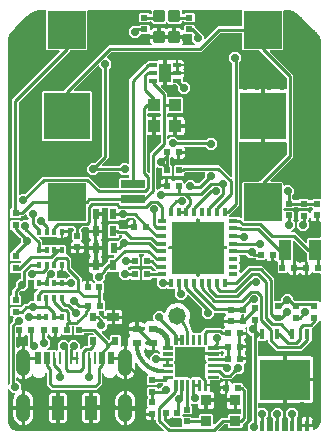
<source format=gbr>
G04 EAGLE Gerber RS-274X export*
G75*
%MOMM*%
%FSLAX34Y34*%
%LPD*%
%INTop Copper*%
%IPPOS*%
%AMOC8*
5,1,8,0,0,1.08239X$1,22.5*%
G01*
%ADD10R,0.600000X0.500000*%
%ADD11R,0.600000X0.900000*%
%ADD12R,0.500000X0.600000*%
%ADD13R,1.000000X1.800000*%
%ADD14R,0.800000X0.350000*%
%ADD15R,0.350000X0.800000*%
%ADD16R,4.400000X4.400000*%
%ADD17R,1.016000X0.711200*%
%ADD18R,0.609600X0.685800*%
%ADD19C,0.067500*%
%ADD20R,2.500000X2.500000*%
%ADD21R,0.800000X0.600000*%
%ADD22R,0.450000X0.950000*%
%ADD23R,4.350000X3.450000*%
%ADD24C,0.300000*%
%ADD25R,0.520000X1.000000*%
%ADD26R,0.270000X1.000000*%
%ADD27R,1.000000X2.000000*%
%ADD28C,1.158000*%
%ADD29C,1.200000*%
%ADD30R,0.450000X0.600000*%
%ADD31R,0.890000X0.940000*%
%ADD32C,1.478000*%
%ADD33R,1.080000X1.050000*%
%ADD34R,0.660000X0.320000*%
%ADD35R,1.000000X1.600000*%
%ADD36R,2.000000X0.650000*%
%ADD37R,3.960000X3.960000*%
%ADD38R,3.180000X3.180000*%
%ADD39C,0.254000*%
%ADD40C,0.711200*%
%ADD41C,0.304800*%
%ADD42C,0.381000*%

G36*
X135314Y208589D02*
X135314Y208589D01*
X135385Y208595D01*
X135433Y208615D01*
X135484Y208626D01*
X135545Y208663D01*
X135611Y208691D01*
X135667Y208736D01*
X135670Y208737D01*
X135678Y208742D01*
X135679Y208743D01*
X135695Y208752D01*
X135710Y208770D01*
X135742Y208796D01*
X136340Y209394D01*
X137335Y209394D01*
X137354Y209397D01*
X137374Y209395D01*
X137475Y209417D01*
X137577Y209433D01*
X137595Y209443D01*
X137614Y209447D01*
X137703Y209500D01*
X137795Y209548D01*
X137808Y209563D01*
X137826Y209573D01*
X137893Y209652D01*
X137964Y209727D01*
X137972Y209745D01*
X137985Y209760D01*
X138024Y209856D01*
X138068Y209950D01*
X138070Y209970D01*
X138077Y209988D01*
X138096Y210155D01*
X138096Y210789D01*
X142648Y210789D01*
X142668Y210792D01*
X142688Y210790D01*
X142789Y210812D01*
X142891Y210829D01*
X142909Y210838D01*
X142928Y210842D01*
X143017Y210896D01*
X143108Y210944D01*
X143122Y210958D01*
X143139Y210969D01*
X143207Y211047D01*
X143278Y211122D01*
X143286Y211140D01*
X143299Y211156D01*
X143338Y211252D01*
X143381Y211345D01*
X143384Y211365D01*
X143391Y211384D01*
X143410Y211550D01*
X143410Y211765D01*
X143625Y211765D01*
X143644Y211769D01*
X143664Y211766D01*
X143765Y211788D01*
X143867Y211805D01*
X143885Y211814D01*
X143904Y211819D01*
X143993Y211872D01*
X144085Y211920D01*
X144098Y211935D01*
X144115Y211945D01*
X144183Y212024D01*
X144254Y212099D01*
X144262Y212117D01*
X144275Y212132D01*
X144314Y212228D01*
X144358Y212322D01*
X144360Y212341D01*
X144367Y212360D01*
X144386Y212527D01*
X144386Y217579D01*
X145971Y217579D01*
X146617Y217406D01*
X147197Y217072D01*
X147670Y216599D01*
X148041Y215955D01*
X148117Y215862D01*
X148191Y215770D01*
X148194Y215768D01*
X148197Y215764D01*
X148297Y215702D01*
X148398Y215637D01*
X148402Y215636D01*
X148405Y215634D01*
X148520Y215606D01*
X148636Y215577D01*
X148640Y215577D01*
X148645Y215576D01*
X148763Y215587D01*
X148882Y215596D01*
X148885Y215598D01*
X148890Y215598D01*
X149000Y215646D01*
X149108Y215692D01*
X149112Y215695D01*
X149115Y215697D01*
X149125Y215706D01*
X149239Y215797D01*
X150005Y216563D01*
X156268Y216563D01*
X157161Y215670D01*
X157161Y214423D01*
X157173Y214352D01*
X157175Y214280D01*
X157193Y214231D01*
X157201Y214180D01*
X157235Y214117D01*
X157259Y214049D01*
X157292Y214009D01*
X157316Y213963D01*
X157368Y213913D01*
X157413Y213857D01*
X157457Y213829D01*
X157494Y213793D01*
X157559Y213763D01*
X157620Y213724D01*
X157670Y213712D01*
X157718Y213690D01*
X157789Y213682D01*
X157858Y213664D01*
X157910Y213668D01*
X157962Y213663D01*
X158032Y213678D01*
X158104Y213683D01*
X158151Y213704D01*
X158202Y213715D01*
X158264Y213752D01*
X158330Y213780D01*
X158386Y213825D01*
X158413Y213841D01*
X158429Y213859D01*
X158461Y213885D01*
X160932Y216356D01*
X165141Y216356D01*
X167384Y214112D01*
X167458Y214059D01*
X167528Y213999D01*
X167558Y213987D01*
X167584Y213968D01*
X167671Y213942D01*
X167756Y213907D01*
X167797Y213903D01*
X167819Y213896D01*
X167851Y213897D01*
X167923Y213889D01*
X170087Y213889D01*
X170177Y213904D01*
X170268Y213911D01*
X170298Y213923D01*
X170330Y213929D01*
X170411Y213971D01*
X170495Y214007D01*
X170527Y214033D01*
X170547Y214044D01*
X170570Y214067D01*
X170573Y214070D01*
X170574Y214071D01*
X170575Y214072D01*
X170626Y214112D01*
X174982Y218469D01*
X175035Y218543D01*
X175095Y218612D01*
X175107Y218642D01*
X175126Y218668D01*
X175153Y218755D01*
X175187Y218840D01*
X175191Y218881D01*
X175198Y218903D01*
X175197Y218936D01*
X175205Y219007D01*
X175205Y222024D01*
X175450Y222269D01*
X175492Y222327D01*
X175541Y222379D01*
X175563Y222426D01*
X175594Y222468D01*
X175615Y222537D01*
X175645Y222602D01*
X175651Y222654D01*
X175666Y222703D01*
X175664Y222775D01*
X175672Y222846D01*
X175661Y222897D01*
X175660Y222949D01*
X175635Y223017D01*
X175620Y223087D01*
X175593Y223132D01*
X175575Y223180D01*
X175530Y223236D01*
X175493Y223298D01*
X175454Y223332D01*
X175421Y223372D01*
X175361Y223411D01*
X175307Y223458D01*
X175258Y223477D01*
X175214Y223505D01*
X175145Y223523D01*
X175078Y223550D01*
X175007Y223558D01*
X174976Y223566D01*
X174953Y223564D01*
X174912Y223568D01*
X159370Y223568D01*
X159280Y223553D01*
X159189Y223546D01*
X159159Y223534D01*
X159127Y223528D01*
X159047Y223486D01*
X158963Y223450D01*
X158931Y223424D01*
X158910Y223413D01*
X158888Y223390D01*
X158832Y223345D01*
X157645Y222158D01*
X157591Y222084D01*
X157532Y222015D01*
X157520Y221984D01*
X157501Y221958D01*
X157474Y221871D01*
X157440Y221786D01*
X157436Y221746D01*
X157429Y221723D01*
X157430Y221691D01*
X157422Y221620D01*
X157422Y221368D01*
X156528Y220475D01*
X150265Y220475D01*
X149372Y221368D01*
X149372Y228632D01*
X150265Y229525D01*
X156528Y229525D01*
X156672Y229381D01*
X156746Y229328D01*
X156816Y229268D01*
X156846Y229256D01*
X156872Y229237D01*
X156959Y229210D01*
X157044Y229176D01*
X157085Y229172D01*
X157107Y229165D01*
X157139Y229166D01*
X157211Y229158D01*
X187830Y229158D01*
X197321Y219667D01*
X197379Y219625D01*
X197431Y219576D01*
X197478Y219554D01*
X197521Y219523D01*
X197589Y219502D01*
X197654Y219472D01*
X197706Y219466D01*
X197756Y219451D01*
X197827Y219453D01*
X197899Y219445D01*
X197949Y219456D01*
X198001Y219457D01*
X198069Y219482D01*
X198139Y219497D01*
X198184Y219524D01*
X198233Y219542D01*
X198289Y219587D01*
X198350Y219624D01*
X198384Y219663D01*
X198425Y219696D01*
X198463Y219756D01*
X198510Y219810D01*
X198529Y219859D01*
X198558Y219903D01*
X198575Y219972D01*
X198602Y220039D01*
X198610Y220110D01*
X198618Y220141D01*
X198616Y220164D01*
X198620Y220205D01*
X198620Y314981D01*
X198606Y315071D01*
X198598Y315162D01*
X198586Y315192D01*
X198581Y315224D01*
X198538Y315305D01*
X198502Y315389D01*
X198476Y315421D01*
X198466Y315442D01*
X198442Y315464D01*
X198397Y315520D01*
X195906Y318011D01*
X195906Y322220D01*
X198882Y325196D01*
X203091Y325196D01*
X206067Y322220D01*
X206067Y318011D01*
X204433Y316376D01*
X204380Y316302D01*
X204320Y316233D01*
X204308Y316203D01*
X204289Y316177D01*
X204262Y316090D01*
X204228Y316005D01*
X204224Y315964D01*
X204217Y315942D01*
X204218Y315909D01*
X204210Y315838D01*
X204210Y294102D01*
X204213Y294082D01*
X204211Y294063D01*
X204233Y293961D01*
X204250Y293859D01*
X204259Y293842D01*
X204263Y293822D01*
X204316Y293733D01*
X204365Y293642D01*
X204379Y293628D01*
X204389Y293611D01*
X204468Y293544D01*
X204543Y293472D01*
X204561Y293464D01*
X204576Y293451D01*
X204672Y293412D01*
X204766Y293369D01*
X204786Y293367D01*
X204804Y293359D01*
X204971Y293341D01*
X222977Y293341D01*
X222977Y271762D01*
X222979Y271746D01*
X222978Y271731D01*
X222978Y271728D01*
X222978Y271723D01*
X223000Y271621D01*
X223017Y271519D01*
X223026Y271502D01*
X223030Y271482D01*
X223083Y271393D01*
X223132Y271302D01*
X223146Y271288D01*
X223156Y271271D01*
X223235Y271204D01*
X223310Y271133D01*
X223328Y271124D01*
X223343Y271111D01*
X223439Y271072D01*
X223533Y271029D01*
X223553Y271027D01*
X223571Y271019D01*
X223738Y271001D01*
X225262Y271001D01*
X225282Y271004D01*
X225301Y271002D01*
X225403Y271024D01*
X225505Y271041D01*
X225522Y271050D01*
X225542Y271054D01*
X225631Y271107D01*
X225722Y271156D01*
X225736Y271170D01*
X225753Y271180D01*
X225820Y271259D01*
X225891Y271334D01*
X225900Y271352D01*
X225913Y271367D01*
X225952Y271463D01*
X225995Y271557D01*
X225997Y271577D01*
X226005Y271595D01*
X226023Y271762D01*
X226023Y293341D01*
X243921Y293341D01*
X243941Y293344D01*
X243961Y293342D01*
X244062Y293364D01*
X244164Y293380D01*
X244181Y293390D01*
X244201Y293394D01*
X244290Y293447D01*
X244381Y293496D01*
X244395Y293510D01*
X244412Y293520D01*
X244479Y293599D01*
X244551Y293674D01*
X244559Y293692D01*
X244572Y293707D01*
X244611Y293803D01*
X244654Y293897D01*
X244656Y293917D01*
X244664Y293935D01*
X244682Y294102D01*
X244682Y302922D01*
X244668Y303012D01*
X244661Y303103D01*
X244648Y303133D01*
X244643Y303165D01*
X244600Y303246D01*
X244564Y303330D01*
X244539Y303362D01*
X244528Y303382D01*
X244504Y303405D01*
X244459Y303461D01*
X223565Y324355D01*
X221568Y326352D01*
X221494Y326405D01*
X221424Y326465D01*
X221394Y326477D01*
X221368Y326496D01*
X221281Y326523D01*
X221196Y326557D01*
X221155Y326561D01*
X221133Y326568D01*
X221101Y326567D01*
X221029Y326575D01*
X207968Y326575D01*
X207075Y327468D01*
X207075Y340444D01*
X207072Y340464D01*
X207074Y340483D01*
X207052Y340585D01*
X207036Y340687D01*
X207026Y340704D01*
X207022Y340724D01*
X206969Y340813D01*
X206920Y340904D01*
X206906Y340918D01*
X206896Y340935D01*
X206817Y341002D01*
X206742Y341074D01*
X206724Y341082D01*
X206709Y341095D01*
X206613Y341134D01*
X206519Y341177D01*
X206499Y341179D01*
X206481Y341187D01*
X206314Y341205D01*
X188939Y341205D01*
X188849Y341191D01*
X188758Y341183D01*
X188728Y341171D01*
X188696Y341166D01*
X188616Y341123D01*
X188532Y341087D01*
X188500Y341061D01*
X188479Y341050D01*
X188457Y341027D01*
X188401Y340982D01*
X172453Y325034D01*
X96596Y325034D01*
X96506Y325019D01*
X96415Y325012D01*
X96386Y325000D01*
X96354Y324994D01*
X96273Y324952D01*
X96189Y324916D01*
X96157Y324890D01*
X96136Y324879D01*
X96114Y324856D01*
X96058Y324811D01*
X92400Y321153D01*
X92358Y321095D01*
X92309Y321043D01*
X92287Y320995D01*
X92256Y320953D01*
X92235Y320885D01*
X92205Y320820D01*
X92199Y320768D01*
X92184Y320718D01*
X92186Y320646D01*
X92178Y320575D01*
X92189Y320524D01*
X92190Y320472D01*
X92215Y320405D01*
X92230Y320335D01*
X92257Y320290D01*
X92275Y320241D01*
X92320Y320185D01*
X92356Y320124D01*
X92396Y320090D01*
X92429Y320049D01*
X92489Y320010D01*
X92543Y319964D01*
X92592Y319944D01*
X92635Y319916D01*
X92705Y319899D01*
X92771Y319872D01*
X92843Y319864D01*
X92874Y319856D01*
X92897Y319858D01*
X92938Y319853D01*
X93379Y319853D01*
X96355Y316877D01*
X96355Y312668D01*
X94292Y310605D01*
X94239Y310531D01*
X94179Y310462D01*
X94167Y310432D01*
X94148Y310405D01*
X94121Y310318D01*
X94087Y310234D01*
X94083Y310193D01*
X94076Y310170D01*
X94077Y310138D01*
X94069Y310067D01*
X94069Y235364D01*
X88663Y229958D01*
X88621Y229900D01*
X88572Y229848D01*
X88550Y229801D01*
X88520Y229758D01*
X88499Y229690D01*
X88468Y229625D01*
X88463Y229573D01*
X88447Y229523D01*
X88449Y229452D01*
X88441Y229380D01*
X88452Y229330D01*
X88454Y229278D01*
X88478Y229210D01*
X88493Y229140D01*
X88520Y229095D01*
X88538Y229046D01*
X88583Y228990D01*
X88620Y228929D01*
X88659Y228895D01*
X88692Y228854D01*
X88752Y228816D01*
X88807Y228769D01*
X88855Y228750D01*
X88899Y228721D01*
X88968Y228704D01*
X89035Y228677D01*
X89106Y228669D01*
X89137Y228661D01*
X89161Y228663D01*
X89201Y228659D01*
X103017Y228659D01*
X103107Y228673D01*
X103198Y228681D01*
X103228Y228693D01*
X103260Y228698D01*
X103340Y228741D01*
X103424Y228777D01*
X103456Y228803D01*
X103477Y228813D01*
X103499Y228837D01*
X103555Y228882D01*
X105618Y230945D01*
X109827Y230945D01*
X110143Y230629D01*
X110201Y230587D01*
X110253Y230538D01*
X110300Y230516D01*
X110342Y230486D01*
X110411Y230464D01*
X110476Y230434D01*
X110528Y230428D01*
X110578Y230413D01*
X110649Y230415D01*
X110720Y230407D01*
X110771Y230418D01*
X110823Y230420D01*
X110891Y230444D01*
X110961Y230459D01*
X111006Y230486D01*
X111054Y230504D01*
X111110Y230549D01*
X111172Y230586D01*
X111206Y230625D01*
X111246Y230658D01*
X111285Y230718D01*
X111332Y230772D01*
X111351Y230821D01*
X111379Y230865D01*
X111397Y230934D01*
X111424Y231001D01*
X111432Y231072D01*
X111440Y231103D01*
X111438Y231126D01*
X111442Y231167D01*
X111442Y301862D01*
X113302Y303722D01*
X124456Y314876D01*
X126316Y316736D01*
X126666Y316736D01*
X126756Y316751D01*
X126847Y316758D01*
X126877Y316771D01*
X126909Y316776D01*
X126990Y316819D01*
X127074Y316854D01*
X127106Y316880D01*
X127126Y316891D01*
X127149Y316914D01*
X127205Y316959D01*
X127312Y317066D01*
X134209Y317066D01*
X134299Y317081D01*
X134390Y317088D01*
X134420Y317101D01*
X134452Y317106D01*
X134533Y317148D01*
X134617Y317184D01*
X134649Y317210D01*
X134670Y317221D01*
X134692Y317244D01*
X134748Y317289D01*
X134933Y317474D01*
X135512Y317809D01*
X136159Y317982D01*
X139970Y317982D01*
X139970Y308203D01*
X139973Y308184D01*
X139971Y308164D01*
X139993Y308063D01*
X140010Y307961D01*
X140019Y307943D01*
X140023Y307924D01*
X140076Y307835D01*
X140125Y307743D01*
X140139Y307730D01*
X140149Y307713D01*
X140228Y307645D01*
X140303Y307574D01*
X140321Y307566D01*
X140336Y307553D01*
X140433Y307514D01*
X140526Y307470D01*
X140546Y307468D01*
X140564Y307461D01*
X140731Y307442D01*
X141494Y307442D01*
X141494Y307440D01*
X140731Y307440D01*
X140711Y307437D01*
X140692Y307439D01*
X140590Y307417D01*
X140488Y307401D01*
X140471Y307391D01*
X140451Y307387D01*
X140362Y307334D01*
X140271Y307286D01*
X140257Y307271D01*
X140240Y307261D01*
X140173Y307182D01*
X140102Y307107D01*
X140093Y307089D01*
X140080Y307074D01*
X140042Y306978D01*
X139998Y306884D01*
X139996Y306864D01*
X139988Y306846D01*
X139970Y306679D01*
X139970Y296901D01*
X139043Y296901D01*
X138973Y296889D01*
X138901Y296887D01*
X138852Y296869D01*
X138801Y296861D01*
X138737Y296827D01*
X138670Y296803D01*
X138629Y296770D01*
X138583Y296746D01*
X138534Y296694D01*
X138478Y296649D01*
X138450Y296605D01*
X138414Y296567D01*
X138384Y296502D01*
X138345Y296442D01*
X138332Y296392D01*
X138310Y296344D01*
X138302Y296273D01*
X138285Y296204D01*
X138289Y296152D01*
X138283Y296100D01*
X138298Y296030D01*
X138304Y295958D01*
X138324Y295911D01*
X138335Y295860D01*
X138372Y295798D01*
X138400Y295732D01*
X138445Y295676D01*
X138462Y295648D01*
X138469Y295642D01*
X138470Y295640D01*
X138482Y295629D01*
X138505Y295601D01*
X141797Y292309D01*
X143657Y290449D01*
X143657Y287366D01*
X143660Y287347D01*
X143658Y287327D01*
X143680Y287226D01*
X143697Y287124D01*
X143706Y287106D01*
X143710Y287087D01*
X143764Y286998D01*
X143812Y286906D01*
X143826Y286893D01*
X143836Y286876D01*
X143915Y286808D01*
X143990Y286737D01*
X144008Y286729D01*
X144023Y286716D01*
X144120Y286677D01*
X144213Y286633D01*
X144233Y286631D01*
X144252Y286624D01*
X144418Y286605D01*
X156310Y286605D01*
X157203Y285712D01*
X157203Y273949D01*
X156310Y273056D01*
X144418Y273056D01*
X144399Y273053D01*
X144379Y273055D01*
X144278Y273033D01*
X144176Y273016D01*
X144158Y273007D01*
X144138Y273002D01*
X144049Y272949D01*
X143958Y272901D01*
X143944Y272886D01*
X143927Y272876D01*
X143860Y272798D01*
X143789Y272723D01*
X143780Y272705D01*
X143767Y272689D01*
X143729Y272593D01*
X143685Y272499D01*
X143683Y272480D01*
X143675Y272461D01*
X143657Y272294D01*
X143657Y270876D01*
X143676Y270759D01*
X143694Y270640D01*
X143696Y270637D01*
X143697Y270633D01*
X143752Y270528D01*
X143807Y270422D01*
X143810Y270419D01*
X143812Y270416D01*
X143898Y270334D01*
X143984Y270251D01*
X143987Y270249D01*
X143990Y270246D01*
X144098Y270196D01*
X144206Y270145D01*
X144210Y270144D01*
X144213Y270143D01*
X144331Y270129D01*
X144450Y270115D01*
X144455Y270116D01*
X144458Y270115D01*
X144471Y270118D01*
X144490Y270121D01*
X148755Y270121D01*
X148755Y263093D01*
X148758Y263073D01*
X148756Y263053D01*
X148778Y262952D01*
X148795Y262850D01*
X148804Y262832D01*
X148808Y262813D01*
X148862Y262724D01*
X148910Y262632D01*
X148924Y262619D01*
X148935Y262602D01*
X149013Y262534D01*
X149088Y262463D01*
X149106Y262455D01*
X149122Y262442D01*
X149218Y262403D01*
X149311Y262359D01*
X149331Y262357D01*
X149350Y262350D01*
X149516Y262331D01*
X150279Y262331D01*
X150279Y262330D01*
X149516Y262330D01*
X149497Y262326D01*
X149477Y262329D01*
X149376Y262307D01*
X149274Y262290D01*
X149256Y262281D01*
X149237Y262276D01*
X149148Y262223D01*
X149056Y262175D01*
X149043Y262160D01*
X149025Y262150D01*
X148958Y262071D01*
X148887Y261996D01*
X148879Y261978D01*
X148866Y261963D01*
X148827Y261867D01*
X148783Y261773D01*
X148781Y261754D01*
X148774Y261735D01*
X148755Y261568D01*
X148755Y254540D01*
X144444Y254540D01*
X144439Y254539D01*
X144379Y254546D01*
X144375Y254545D01*
X144371Y254545D01*
X144254Y254518D01*
X144138Y254493D01*
X144135Y254491D01*
X144131Y254490D01*
X144029Y254428D01*
X143927Y254367D01*
X143925Y254364D01*
X143921Y254362D01*
X143844Y254270D01*
X143767Y254180D01*
X143766Y254176D01*
X143763Y254173D01*
X143720Y254063D01*
X143675Y253952D01*
X143675Y253947D01*
X143674Y253944D01*
X143673Y253931D01*
X143657Y253785D01*
X143657Y252055D01*
X143669Y251984D01*
X143670Y251912D01*
X143688Y251863D01*
X143697Y251812D01*
X143730Y251749D01*
X143755Y251681D01*
X143787Y251641D01*
X143812Y251595D01*
X143864Y251545D01*
X143909Y251489D01*
X143952Y251461D01*
X143990Y251425D01*
X144055Y251395D01*
X144116Y251356D01*
X144166Y251343D01*
X144213Y251322D01*
X144285Y251314D01*
X144354Y251296D01*
X144406Y251300D01*
X144458Y251294D01*
X144528Y251310D01*
X144599Y251315D01*
X144647Y251336D01*
X144698Y251347D01*
X144760Y251384D01*
X144826Y251412D01*
X144882Y251456D01*
X144909Y251473D01*
X144924Y251491D01*
X144957Y251516D01*
X146157Y252716D01*
X150366Y252716D01*
X152429Y250653D01*
X152503Y250600D01*
X152572Y250541D01*
X152602Y250529D01*
X152628Y250510D01*
X152715Y250483D01*
X152800Y250449D01*
X152841Y250444D01*
X152863Y250438D01*
X152896Y250438D01*
X152967Y250430D01*
X175935Y250430D01*
X176025Y250445D01*
X176116Y250452D01*
X176146Y250465D01*
X176177Y250470D01*
X176258Y250513D01*
X176342Y250549D01*
X176374Y250574D01*
X176395Y250585D01*
X176417Y250609D01*
X176418Y250609D01*
X176420Y250611D01*
X176422Y250613D01*
X176473Y250653D01*
X178396Y252576D01*
X182605Y252576D01*
X185581Y249600D01*
X185581Y245391D01*
X182605Y242415D01*
X178396Y242415D01*
X176193Y244618D01*
X176119Y244671D01*
X176049Y244731D01*
X176019Y244743D01*
X175993Y244762D01*
X175906Y244788D01*
X175821Y244823D01*
X175780Y244827D01*
X175758Y244834D01*
X175726Y244833D01*
X175655Y244841D01*
X158926Y244841D01*
X158810Y244822D01*
X158691Y244804D01*
X158688Y244802D01*
X158684Y244801D01*
X158579Y244746D01*
X158473Y244691D01*
X158470Y244688D01*
X158466Y244686D01*
X158384Y244600D01*
X158302Y244515D01*
X158300Y244511D01*
X158297Y244508D01*
X158246Y244399D01*
X158195Y244293D01*
X158195Y244289D01*
X158193Y244285D01*
X158180Y244167D01*
X158166Y244049D01*
X158167Y244044D01*
X158166Y244040D01*
X158169Y244027D01*
X158191Y243883D01*
X158296Y243489D01*
X158296Y241404D01*
X153744Y241404D01*
X153724Y241401D01*
X153704Y241403D01*
X153603Y241381D01*
X153501Y241364D01*
X153484Y241355D01*
X153464Y241351D01*
X153375Y241298D01*
X153284Y241249D01*
X153270Y241235D01*
X153253Y241225D01*
X153186Y241146D01*
X153114Y241071D01*
X153106Y241053D01*
X153093Y241038D01*
X153054Y240942D01*
X153011Y240848D01*
X153009Y240828D01*
X153001Y240810D01*
X152983Y240643D01*
X152983Y240428D01*
X152768Y240428D01*
X152748Y240425D01*
X152728Y240427D01*
X152627Y240405D01*
X152525Y240388D01*
X152507Y240379D01*
X152488Y240375D01*
X152399Y240321D01*
X152308Y240273D01*
X152294Y240259D01*
X152277Y240248D01*
X152209Y240170D01*
X152138Y240095D01*
X152130Y240077D01*
X152117Y240062D01*
X152078Y239965D01*
X152035Y239872D01*
X152032Y239852D01*
X152025Y239833D01*
X152006Y239667D01*
X152006Y234614D01*
X150421Y234614D01*
X149775Y234787D01*
X149196Y235122D01*
X148723Y235595D01*
X148351Y236239D01*
X148276Y236330D01*
X148201Y236423D01*
X148198Y236426D01*
X148195Y236429D01*
X148095Y236492D01*
X147994Y236556D01*
X147990Y236557D01*
X147987Y236560D01*
X147872Y236587D01*
X147756Y236616D01*
X147752Y236616D01*
X147748Y236617D01*
X147629Y236607D01*
X147511Y236597D01*
X147507Y236596D01*
X147503Y236595D01*
X147393Y236547D01*
X147284Y236501D01*
X147281Y236498D01*
X147277Y236497D01*
X147267Y236487D01*
X147153Y236396D01*
X146415Y235657D01*
X146361Y235583D01*
X146302Y235514D01*
X146290Y235484D01*
X146271Y235458D01*
X146244Y235371D01*
X146210Y235286D01*
X146206Y235245D01*
X146199Y235223D01*
X146200Y235190D01*
X146192Y235119D01*
X146192Y230177D01*
X146206Y230087D01*
X146213Y229996D01*
X146226Y229966D01*
X146231Y229934D01*
X146274Y229853D01*
X146310Y229769D01*
X146336Y229737D01*
X146346Y229717D01*
X146370Y229695D01*
X146415Y229639D01*
X147422Y228632D01*
X147422Y221368D01*
X146528Y220475D01*
X140265Y220475D01*
X139372Y221368D01*
X139372Y226371D01*
X139369Y226391D01*
X139371Y226411D01*
X139349Y226512D01*
X139332Y226614D01*
X139323Y226632D01*
X139319Y226651D01*
X139266Y226740D01*
X139217Y226831D01*
X139203Y226845D01*
X139193Y226862D01*
X139114Y226930D01*
X139039Y227001D01*
X139021Y227009D01*
X139006Y227022D01*
X138910Y227061D01*
X138816Y227104D01*
X138796Y227107D01*
X138778Y227114D01*
X138611Y227133D01*
X135948Y227133D01*
X135742Y227339D01*
X135684Y227380D01*
X135632Y227430D01*
X135585Y227452D01*
X135542Y227482D01*
X135474Y227503D01*
X135409Y227534D01*
X135357Y227539D01*
X135307Y227555D01*
X135236Y227553D01*
X135164Y227561D01*
X135114Y227550D01*
X135062Y227548D01*
X134994Y227524D01*
X134924Y227508D01*
X134879Y227482D01*
X134831Y227464D01*
X134775Y227419D01*
X134713Y227382D01*
X134679Y227343D01*
X134638Y227310D01*
X134600Y227250D01*
X134553Y227195D01*
X134534Y227147D01*
X134505Y227103D01*
X134488Y227034D01*
X134461Y226967D01*
X134453Y226896D01*
X134445Y226865D01*
X134447Y226841D01*
X134443Y226800D01*
X134443Y209334D01*
X134445Y209320D01*
X134444Y209309D01*
X134454Y209260D01*
X134456Y209192D01*
X134474Y209143D01*
X134482Y209091D01*
X134516Y209028D01*
X134541Y208961D01*
X134573Y208920D01*
X134597Y208874D01*
X134649Y208825D01*
X134694Y208769D01*
X134738Y208741D01*
X134776Y208705D01*
X134841Y208674D01*
X134901Y208636D01*
X134952Y208623D01*
X134999Y208601D01*
X135070Y208593D01*
X135140Y208576D01*
X135192Y208580D01*
X135243Y208574D01*
X135314Y208589D01*
G37*
G36*
X18669Y203970D02*
X18669Y203970D01*
X18740Y203975D01*
X18788Y203996D01*
X18839Y204007D01*
X18900Y204044D01*
X18966Y204072D01*
X19022Y204116D01*
X19050Y204133D01*
X19065Y204151D01*
X19097Y204176D01*
X19534Y204613D01*
X22600Y204613D01*
X22691Y204628D01*
X22781Y204635D01*
X22811Y204648D01*
X22843Y204653D01*
X22924Y204696D01*
X23008Y204731D01*
X23040Y204757D01*
X23061Y204768D01*
X23083Y204791D01*
X23139Y204836D01*
X36036Y217733D01*
X37896Y219593D01*
X77110Y219593D01*
X78970Y217733D01*
X78971Y217733D01*
X86510Y210194D01*
X86584Y210141D01*
X86653Y210081D01*
X86683Y210069D01*
X86710Y210050D01*
X86797Y210024D01*
X86881Y209989D01*
X86922Y209985D01*
X86945Y209978D01*
X86977Y209979D01*
X87048Y209971D01*
X101951Y209971D01*
X101971Y209974D01*
X101990Y209972D01*
X102092Y209994D01*
X102194Y210011D01*
X102211Y210020D01*
X102231Y210024D01*
X102320Y210077D01*
X102411Y210126D01*
X102425Y210140D01*
X102442Y210150D01*
X102509Y210229D01*
X102581Y210304D01*
X102589Y210322D01*
X102602Y210337D01*
X102641Y210433D01*
X102684Y210527D01*
X102686Y210547D01*
X102694Y210565D01*
X102712Y210732D01*
X102712Y217586D01*
X103605Y218479D01*
X110681Y218479D01*
X110701Y218483D01*
X110720Y218480D01*
X110822Y218502D01*
X110924Y218519D01*
X110941Y218528D01*
X110961Y218533D01*
X111050Y218586D01*
X111141Y218634D01*
X111155Y218649D01*
X111172Y218659D01*
X111239Y218737D01*
X111311Y218812D01*
X111319Y218831D01*
X111332Y218846D01*
X111371Y218942D01*
X111414Y219036D01*
X111416Y219055D01*
X111424Y219074D01*
X111442Y219241D01*
X111442Y220561D01*
X111431Y220631D01*
X111429Y220703D01*
X111411Y220752D01*
X111403Y220803D01*
X111369Y220867D01*
X111344Y220934D01*
X111312Y220975D01*
X111287Y221021D01*
X111235Y221070D01*
X111191Y221126D01*
X111147Y221154D01*
X111109Y221190D01*
X111044Y221220D01*
X110984Y221259D01*
X110933Y221272D01*
X110886Y221294D01*
X110815Y221302D01*
X110745Y221319D01*
X110693Y221315D01*
X110642Y221321D01*
X110571Y221306D01*
X110500Y221300D01*
X110452Y221280D01*
X110401Y221269D01*
X110340Y221232D01*
X110274Y221204D01*
X110218Y221159D01*
X110190Y221142D01*
X110175Y221125D01*
X110143Y221099D01*
X109827Y220783D01*
X105618Y220783D01*
X103555Y222846D01*
X103481Y222899D01*
X103412Y222959D01*
X103382Y222971D01*
X103355Y222990D01*
X103268Y223017D01*
X103184Y223051D01*
X103143Y223055D01*
X103120Y223062D01*
X103088Y223061D01*
X103017Y223069D01*
X85283Y223069D01*
X85193Y223054D01*
X85102Y223047D01*
X85072Y223035D01*
X85040Y223029D01*
X84960Y222987D01*
X84876Y222951D01*
X84844Y222925D01*
X84823Y222914D01*
X84807Y222897D01*
X84805Y222896D01*
X84797Y222888D01*
X84745Y222846D01*
X82848Y220949D01*
X78639Y220949D01*
X75663Y223925D01*
X75663Y228134D01*
X78639Y231111D01*
X81596Y231111D01*
X81686Y231125D01*
X81777Y231132D01*
X81806Y231145D01*
X81838Y231150D01*
X81919Y231193D01*
X82003Y231229D01*
X82035Y231254D01*
X82056Y231265D01*
X82078Y231289D01*
X82134Y231334D01*
X88256Y237456D01*
X88309Y237530D01*
X88369Y237600D01*
X88381Y237630D01*
X88400Y237656D01*
X88427Y237743D01*
X88461Y237828D01*
X88465Y237869D01*
X88472Y237891D01*
X88471Y237923D01*
X88479Y237994D01*
X88479Y310067D01*
X88465Y310157D01*
X88457Y310248D01*
X88445Y310278D01*
X88440Y310310D01*
X88397Y310390D01*
X88361Y310474D01*
X88335Y310506D01*
X88325Y310527D01*
X88301Y310549D01*
X88256Y310605D01*
X86193Y312668D01*
X86193Y313109D01*
X86182Y313179D01*
X86180Y313251D01*
X86162Y313300D01*
X86154Y313351D01*
X86120Y313415D01*
X86095Y313482D01*
X86063Y313523D01*
X86039Y313569D01*
X85987Y313618D01*
X85942Y313674D01*
X85898Y313702D01*
X85860Y313738D01*
X85795Y313768D01*
X85735Y313807D01*
X85684Y313820D01*
X85637Y313842D01*
X85566Y313850D01*
X85496Y313867D01*
X85444Y313863D01*
X85393Y313869D01*
X85322Y313854D01*
X85251Y313848D01*
X85203Y313828D01*
X85152Y313817D01*
X85091Y313780D01*
X85025Y313752D01*
X84969Y313707D01*
X84941Y313690D01*
X84926Y313673D01*
X84894Y313647D01*
X64871Y293624D01*
X64829Y293566D01*
X64780Y293514D01*
X64758Y293467D01*
X64728Y293425D01*
X64707Y293356D01*
X64676Y293291D01*
X64671Y293239D01*
X64655Y293189D01*
X64657Y293118D01*
X64649Y293047D01*
X64660Y292996D01*
X64662Y292944D01*
X64686Y292876D01*
X64702Y292806D01*
X64728Y292762D01*
X64746Y292713D01*
X64791Y292657D01*
X64828Y292595D01*
X64867Y292561D01*
X64900Y292521D01*
X64960Y292482D01*
X65015Y292435D01*
X65063Y292416D01*
X65107Y292388D01*
X65176Y292370D01*
X65243Y292343D01*
X65314Y292335D01*
X65345Y292327D01*
X65369Y292329D01*
X65410Y292325D01*
X78932Y292325D01*
X79825Y291432D01*
X79825Y250568D01*
X78932Y249675D01*
X38068Y249675D01*
X37175Y250568D01*
X37175Y291432D01*
X38068Y292325D01*
X55352Y292325D01*
X55442Y292339D01*
X55533Y292347D01*
X55562Y292359D01*
X55594Y292364D01*
X55675Y292407D01*
X55759Y292443D01*
X55791Y292469D01*
X55812Y292480D01*
X55834Y292503D01*
X55890Y292548D01*
X57565Y294223D01*
X92106Y328763D01*
X92106Y328764D01*
X93966Y330624D01*
X129535Y330624D01*
X129606Y330635D01*
X129678Y330637D01*
X129726Y330655D01*
X129778Y330663D01*
X129841Y330697D01*
X129909Y330722D01*
X129949Y330754D01*
X129995Y330778D01*
X130044Y330831D01*
X130101Y330876D01*
X130129Y330919D01*
X130164Y330957D01*
X130195Y331022D01*
X130233Y331082D01*
X130246Y331133D01*
X130268Y331180D01*
X130276Y331251D01*
X130293Y331321D01*
X130289Y331373D01*
X130295Y331424D01*
X130280Y331495D01*
X130274Y331566D01*
X130254Y331614D01*
X130243Y331665D01*
X130206Y331726D01*
X130178Y331793D01*
X130140Y331840D01*
X129585Y332800D01*
X129310Y333828D01*
X129310Y336337D01*
X136088Y336337D01*
X136108Y336340D01*
X136128Y336338D01*
X136229Y336360D01*
X136331Y336377D01*
X136349Y336386D01*
X136368Y336390D01*
X136457Y336443D01*
X136549Y336492D01*
X136562Y336506D01*
X136579Y336516D01*
X136647Y336595D01*
X136718Y336670D01*
X136726Y336688D01*
X136739Y336703D01*
X136778Y336799D01*
X136822Y336893D01*
X136824Y336913D01*
X136831Y336931D01*
X136850Y337098D01*
X136850Y337861D01*
X136851Y337861D01*
X136851Y337098D01*
X136855Y337078D01*
X136852Y337059D01*
X136874Y336957D01*
X136891Y336855D01*
X136900Y336838D01*
X136905Y336818D01*
X136958Y336729D01*
X137006Y336638D01*
X137021Y336624D01*
X137031Y336607D01*
X137110Y336540D01*
X137185Y336469D01*
X137203Y336460D01*
X137218Y336447D01*
X137314Y336408D01*
X137408Y336365D01*
X137427Y336363D01*
X137446Y336355D01*
X137613Y336337D01*
X148788Y336337D01*
X148808Y336340D01*
X148828Y336338D01*
X148929Y336360D01*
X149031Y336377D01*
X149049Y336386D01*
X149068Y336390D01*
X149157Y336443D01*
X149249Y336492D01*
X149262Y336506D01*
X149279Y336516D01*
X149347Y336595D01*
X149418Y336670D01*
X149426Y336688D01*
X149439Y336703D01*
X149478Y336799D01*
X149522Y336893D01*
X149524Y336913D01*
X149531Y336931D01*
X149550Y337098D01*
X149550Y337861D01*
X149551Y337861D01*
X149551Y337098D01*
X149555Y337078D01*
X149552Y337059D01*
X149574Y336957D01*
X149591Y336855D01*
X149600Y336838D01*
X149605Y336818D01*
X149658Y336729D01*
X149706Y336638D01*
X149721Y336624D01*
X149731Y336607D01*
X149810Y336540D01*
X149885Y336469D01*
X149903Y336460D01*
X149918Y336447D01*
X150014Y336408D01*
X150108Y336365D01*
X150127Y336363D01*
X150146Y336355D01*
X150313Y336337D01*
X157091Y336337D01*
X157091Y333828D01*
X156816Y332800D01*
X156260Y331837D01*
X156237Y331813D01*
X156215Y331766D01*
X156185Y331724D01*
X156164Y331655D01*
X156133Y331590D01*
X156127Y331538D01*
X156112Y331489D01*
X156114Y331417D01*
X156106Y331345D01*
X156117Y331295D01*
X156118Y331243D01*
X156143Y331175D01*
X156158Y331105D01*
X156185Y331060D01*
X156203Y331012D01*
X156248Y330956D01*
X156285Y330894D01*
X156324Y330860D01*
X156356Y330820D01*
X156417Y330781D01*
X156471Y330734D01*
X156520Y330715D01*
X156563Y330687D01*
X156633Y330669D01*
X156700Y330642D01*
X156771Y330634D01*
X156802Y330626D01*
X156825Y330628D01*
X156866Y330624D01*
X166612Y330624D01*
X166683Y330635D01*
X166755Y330637D01*
X166804Y330655D01*
X166855Y330663D01*
X166918Y330697D01*
X166986Y330721D01*
X167026Y330754D01*
X167072Y330778D01*
X167122Y330830D01*
X167178Y330875D01*
X167206Y330919D01*
X167242Y330957D01*
X167272Y331022D01*
X167311Y331082D01*
X167323Y331133D01*
X167345Y331180D01*
X167353Y331251D01*
X167371Y331321D01*
X167367Y331373D01*
X167372Y331424D01*
X167357Y331494D01*
X167352Y331566D01*
X167331Y331614D01*
X167320Y331665D01*
X167283Y331726D01*
X167255Y331792D01*
X167211Y331848D01*
X167194Y331876D01*
X167176Y331891D01*
X167151Y331923D01*
X164467Y334606D01*
X164467Y338815D01*
X164498Y338846D01*
X164539Y338904D01*
X164589Y338956D01*
X164611Y339003D01*
X164641Y339045D01*
X164662Y339114D01*
X164692Y339179D01*
X164698Y339231D01*
X164713Y339281D01*
X164712Y339352D01*
X164719Y339424D01*
X164708Y339474D01*
X164707Y339526D01*
X164682Y339594D01*
X164667Y339664D01*
X164640Y339709D01*
X164623Y339757D01*
X164578Y339813D01*
X164541Y339875D01*
X164501Y339909D01*
X164469Y339950D01*
X164409Y339988D01*
X164354Y340035D01*
X164306Y340054D01*
X164262Y340083D01*
X164193Y340100D01*
X164126Y340127D01*
X164055Y340135D01*
X164024Y340143D01*
X164000Y340141D01*
X163959Y340145D01*
X158619Y340145D01*
X158391Y340374D01*
X158333Y340415D01*
X158281Y340465D01*
X158233Y340487D01*
X158191Y340517D01*
X158123Y340538D01*
X158058Y340568D01*
X158006Y340574D01*
X157956Y340589D01*
X157884Y340588D01*
X157813Y340595D01*
X157762Y340584D01*
X157710Y340583D01*
X157643Y340558D01*
X157573Y340543D01*
X157528Y340516D01*
X157479Y340499D01*
X157423Y340454D01*
X157362Y340417D01*
X157328Y340377D01*
X157287Y340345D01*
X157248Y340285D01*
X157202Y340230D01*
X157182Y340182D01*
X157154Y340138D01*
X157137Y340069D01*
X157110Y340002D01*
X157102Y339931D01*
X157094Y339899D01*
X157096Y339876D01*
X157091Y339835D01*
X157091Y339383D01*
X151074Y339383D01*
X151074Y345401D01*
X153583Y345401D01*
X154610Y345125D01*
X155532Y344593D01*
X156284Y343841D01*
X156305Y343804D01*
X156336Y343767D01*
X156358Y343725D01*
X156413Y343672D01*
X156461Y343614D01*
X156502Y343588D01*
X156537Y343555D01*
X156605Y343523D01*
X156669Y343483D01*
X156716Y343472D01*
X156760Y343452D01*
X156835Y343443D01*
X156909Y343426D01*
X156956Y343430D01*
X157004Y343425D01*
X157078Y343441D01*
X157154Y343447D01*
X157198Y343467D01*
X157244Y343477D01*
X157309Y343516D01*
X157379Y343546D01*
X157414Y343578D01*
X157456Y343603D01*
X157505Y343661D01*
X157561Y343711D01*
X157584Y343753D01*
X157615Y343790D01*
X157644Y343860D01*
X157681Y343926D01*
X157689Y343973D01*
X157707Y344018D01*
X157722Y344146D01*
X157726Y344168D01*
X157725Y344175D01*
X157726Y344185D01*
X157726Y347302D01*
X158619Y348195D01*
X165882Y348195D01*
X166775Y347302D01*
X166775Y346584D01*
X166790Y346494D01*
X166797Y346403D01*
X166810Y346373D01*
X166815Y346341D01*
X166858Y346261D01*
X166893Y346177D01*
X166919Y346145D01*
X166930Y346124D01*
X166953Y346102D01*
X166998Y346046D01*
X167939Y345105D01*
X170541Y342503D01*
X171030Y342015D01*
X171103Y341962D01*
X171173Y341902D01*
X171203Y341890D01*
X171229Y341871D01*
X171316Y341844D01*
X171401Y341810D01*
X171442Y341806D01*
X171464Y341799D01*
X171497Y341800D01*
X171568Y341792D01*
X171652Y341792D01*
X174629Y338815D01*
X174629Y336953D01*
X174640Y336882D01*
X174642Y336810D01*
X174660Y336761D01*
X174668Y336710D01*
X174702Y336646D01*
X174727Y336579D01*
X174759Y336538D01*
X174783Y336492D01*
X174835Y336443D01*
X174880Y336387D01*
X174924Y336359D01*
X174962Y336323D01*
X175027Y336293D01*
X175087Y336254D01*
X175138Y336241D01*
X175185Y336219D01*
X175256Y336212D01*
X175326Y336194D01*
X175378Y336198D01*
X175429Y336192D01*
X175499Y336208D01*
X175571Y336213D01*
X175619Y336233D01*
X175670Y336245D01*
X175731Y336281D01*
X175797Y336309D01*
X175853Y336354D01*
X175881Y336371D01*
X175896Y336389D01*
X175928Y336414D01*
X186309Y346795D01*
X206314Y346795D01*
X206334Y346798D01*
X206353Y346796D01*
X206455Y346818D01*
X206557Y346834D01*
X206574Y346844D01*
X206594Y346848D01*
X206683Y346901D01*
X206774Y346950D01*
X206788Y346964D01*
X206805Y346974D01*
X206872Y347053D01*
X206944Y347128D01*
X206952Y347146D01*
X206965Y347161D01*
X207004Y347257D01*
X207047Y347351D01*
X207049Y347371D01*
X207057Y347389D01*
X207075Y347556D01*
X207075Y359762D01*
X207072Y359782D01*
X207074Y359802D01*
X207052Y359903D01*
X207036Y360005D01*
X207026Y360023D01*
X207022Y360043D01*
X206969Y360131D01*
X206920Y360222D01*
X206906Y360236D01*
X206895Y360254D01*
X206817Y360321D01*
X206742Y360392D01*
X206724Y360400D01*
X206708Y360413D01*
X206613Y360452D01*
X206519Y360495D01*
X206499Y360497D01*
X206480Y360505D01*
X206313Y360523D01*
X156836Y360480D01*
X156817Y360477D01*
X156797Y360479D01*
X156696Y360457D01*
X156593Y360440D01*
X156576Y360431D01*
X156557Y360427D01*
X156468Y360373D01*
X156376Y360325D01*
X156362Y360310D01*
X156346Y360300D01*
X156278Y360222D01*
X156207Y360146D01*
X156198Y360128D01*
X156186Y360114D01*
X156147Y360017D01*
X156103Y359923D01*
X156101Y359904D01*
X156094Y359885D01*
X156075Y359719D01*
X156075Y357726D01*
X156079Y357706D01*
X156076Y357687D01*
X156098Y357585D01*
X156115Y357483D01*
X156124Y357466D01*
X156129Y357446D01*
X156182Y357357D01*
X156230Y357266D01*
X156245Y357252D01*
X156255Y357235D01*
X156333Y357168D01*
X156408Y357097D01*
X156427Y357088D01*
X156442Y357075D01*
X156538Y357036D01*
X156632Y356993D01*
X156651Y356991D01*
X156670Y356983D01*
X156837Y356965D01*
X157074Y356965D01*
X157164Y356980D01*
X157255Y356987D01*
X157284Y356999D01*
X157316Y357005D01*
X157397Y357047D01*
X157481Y357083D01*
X157513Y357109D01*
X157534Y357120D01*
X157556Y357143D01*
X157612Y357188D01*
X158619Y358195D01*
X165882Y358195D01*
X166775Y357302D01*
X166775Y351038D01*
X165882Y350145D01*
X158619Y350145D01*
X157612Y351152D01*
X157538Y351205D01*
X157469Y351265D01*
X157438Y351277D01*
X157412Y351296D01*
X157325Y351323D01*
X157240Y351357D01*
X157199Y351361D01*
X157177Y351368D01*
X157145Y351367D01*
X157074Y351375D01*
X156837Y351375D01*
X156817Y351372D01*
X156797Y351374D01*
X156696Y351352D01*
X156594Y351336D01*
X156576Y351326D01*
X156557Y351322D01*
X156468Y351269D01*
X156376Y351221D01*
X156363Y351206D01*
X156346Y351196D01*
X156278Y351117D01*
X156207Y351042D01*
X156199Y351024D01*
X156186Y351009D01*
X156147Y350913D01*
X156103Y350819D01*
X156101Y350799D01*
X156094Y350781D01*
X156079Y350651D01*
X154303Y348875D01*
X144798Y348875D01*
X143739Y349934D01*
X143723Y349946D01*
X143710Y349961D01*
X143623Y350018D01*
X143539Y350078D01*
X143520Y350084D01*
X143503Y350094D01*
X143403Y350120D01*
X143304Y350150D01*
X143284Y350150D01*
X143265Y350154D01*
X143162Y350146D01*
X143058Y350144D01*
X143039Y350137D01*
X143020Y350135D01*
X142925Y350095D01*
X142827Y350059D01*
X142811Y350047D01*
X142793Y350039D01*
X142662Y349934D01*
X141603Y348875D01*
X132098Y348875D01*
X130324Y350649D01*
X130325Y350654D01*
X130303Y350755D01*
X130286Y350857D01*
X130277Y350874D01*
X130273Y350894D01*
X130219Y350983D01*
X130171Y351074D01*
X130157Y351088D01*
X130146Y351105D01*
X130068Y351172D01*
X129993Y351244D01*
X129975Y351252D01*
X129959Y351265D01*
X129863Y351304D01*
X129770Y351347D01*
X129750Y351349D01*
X129731Y351357D01*
X129565Y351375D01*
X129327Y351375D01*
X129237Y351361D01*
X129146Y351353D01*
X129117Y351341D01*
X129085Y351336D01*
X129004Y351293D01*
X128920Y351257D01*
X128888Y351231D01*
X128867Y351221D01*
X128845Y351197D01*
X128789Y351152D01*
X127782Y350145D01*
X120519Y350145D01*
X119626Y351038D01*
X119626Y357302D01*
X120519Y358195D01*
X127782Y358195D01*
X128789Y357188D01*
X128863Y357135D01*
X128933Y357075D01*
X128963Y357063D01*
X128989Y357044D01*
X129076Y357017D01*
X129161Y356983D01*
X129202Y356979D01*
X129224Y356972D01*
X129256Y356973D01*
X129327Y356965D01*
X129565Y356965D01*
X129584Y356968D01*
X129604Y356966D01*
X129705Y356988D01*
X129807Y357005D01*
X129825Y357014D01*
X129844Y357018D01*
X129933Y357071D01*
X130025Y357120D01*
X130038Y357134D01*
X130056Y357144D01*
X130123Y357223D01*
X130194Y357298D01*
X130202Y357316D01*
X130215Y357331D01*
X130254Y357427D01*
X130298Y357521D01*
X130300Y357541D01*
X130307Y357559D01*
X130326Y357726D01*
X130326Y359695D01*
X130323Y359715D01*
X130325Y359735D01*
X130303Y359836D01*
X130286Y359937D01*
X130277Y359955D01*
X130272Y359975D01*
X130219Y360064D01*
X130171Y360155D01*
X130156Y360169D01*
X130146Y360186D01*
X130067Y360253D01*
X129993Y360324D01*
X129974Y360333D01*
X129959Y360346D01*
X129863Y360384D01*
X129770Y360428D01*
X129749Y360430D01*
X129731Y360438D01*
X129564Y360456D01*
X76685Y360409D01*
X76666Y360406D01*
X76647Y360408D01*
X76545Y360386D01*
X76443Y360370D01*
X76425Y360360D01*
X76406Y360356D01*
X76317Y360303D01*
X76225Y360254D01*
X76212Y360240D01*
X76195Y360230D01*
X76128Y360151D01*
X76056Y360076D01*
X76048Y360058D01*
X76035Y360043D01*
X75996Y359947D01*
X75953Y359853D01*
X75951Y359833D01*
X75943Y359815D01*
X75925Y359648D01*
X75925Y327468D01*
X75032Y326575D01*
X61844Y326575D01*
X61754Y326561D01*
X61663Y326553D01*
X61633Y326541D01*
X61601Y326536D01*
X61521Y326493D01*
X61437Y326457D01*
X61405Y326431D01*
X61384Y326420D01*
X61362Y326397D01*
X61306Y326352D01*
X18021Y283067D01*
X17968Y282993D01*
X17908Y282924D01*
X17896Y282894D01*
X17877Y282867D01*
X17850Y282781D01*
X17816Y282696D01*
X17812Y282655D01*
X17805Y282632D01*
X17806Y282600D01*
X17798Y282529D01*
X17798Y204715D01*
X17809Y204644D01*
X17811Y204572D01*
X17829Y204523D01*
X17837Y204472D01*
X17871Y204409D01*
X17896Y204341D01*
X17928Y204301D01*
X17953Y204255D01*
X18004Y204205D01*
X18049Y204149D01*
X18093Y204121D01*
X18131Y204085D01*
X18196Y204055D01*
X18256Y204016D01*
X18307Y204004D01*
X18354Y203982D01*
X18425Y203974D01*
X18495Y203956D01*
X18547Y203960D01*
X18598Y203955D01*
X18669Y203970D01*
G37*
G36*
X18298Y3812D02*
X18298Y3812D01*
X18310Y3811D01*
X19947Y3854D01*
X20008Y3829D01*
X20063Y3823D01*
X20091Y3815D01*
X20119Y3817D01*
X20174Y3811D01*
X140417Y3811D01*
X140488Y3822D01*
X140560Y3824D01*
X140609Y3842D01*
X140660Y3850D01*
X140724Y3884D01*
X140791Y3909D01*
X140832Y3941D01*
X140878Y3966D01*
X140927Y4018D01*
X140983Y4062D01*
X141011Y4106D01*
X141047Y4144D01*
X141077Y4209D01*
X141116Y4269D01*
X141129Y4320D01*
X141151Y4367D01*
X141158Y4438D01*
X141176Y4508D01*
X141172Y4560D01*
X141178Y4611D01*
X141162Y4682D01*
X141157Y4753D01*
X141136Y4801D01*
X141125Y4852D01*
X141089Y4913D01*
X141061Y4979D01*
X141016Y5035D01*
X140999Y5063D01*
X140981Y5078D01*
X140956Y5110D01*
X136016Y10050D01*
X134155Y11910D01*
X134155Y12702D01*
X134152Y12721D01*
X134154Y12741D01*
X134132Y12842D01*
X134116Y12944D01*
X134106Y12962D01*
X134102Y12981D01*
X134049Y13070D01*
X134001Y13162D01*
X133986Y13175D01*
X133976Y13192D01*
X133897Y13260D01*
X133822Y13331D01*
X133804Y13339D01*
X133789Y13352D01*
X133693Y13391D01*
X133599Y13435D01*
X133579Y13437D01*
X133561Y13444D01*
X133394Y13463D01*
X132013Y13463D01*
X132013Y18015D01*
X132010Y18035D01*
X132012Y18055D01*
X131990Y18156D01*
X131973Y18258D01*
X131964Y18276D01*
X131960Y18295D01*
X131906Y18384D01*
X131858Y18475D01*
X131844Y18489D01*
X131833Y18506D01*
X131755Y18574D01*
X131680Y18645D01*
X131662Y18653D01*
X131647Y18666D01*
X131550Y18705D01*
X131457Y18748D01*
X131437Y18751D01*
X131418Y18758D01*
X131252Y18777D01*
X131037Y18777D01*
X131037Y18992D01*
X131034Y19011D01*
X131036Y19031D01*
X131014Y19132D01*
X130997Y19234D01*
X130988Y19252D01*
X130983Y19271D01*
X130930Y19360D01*
X130882Y19452D01*
X130867Y19465D01*
X130857Y19482D01*
X130779Y19550D01*
X130704Y19621D01*
X130686Y19629D01*
X130670Y19642D01*
X130574Y19681D01*
X130480Y19725D01*
X130461Y19727D01*
X130442Y19734D01*
X130275Y19753D01*
X125223Y19753D01*
X125223Y21338D01*
X125396Y21984D01*
X125731Y22564D01*
X126204Y23037D01*
X126847Y23408D01*
X126939Y23483D01*
X127032Y23558D01*
X127035Y23561D01*
X127038Y23564D01*
X127101Y23664D01*
X127165Y23765D01*
X127166Y23769D01*
X127168Y23772D01*
X127196Y23887D01*
X127225Y24003D01*
X127225Y24007D01*
X127226Y24012D01*
X127215Y24130D01*
X127206Y24249D01*
X127205Y24252D01*
X127204Y24257D01*
X127156Y24367D01*
X127110Y24475D01*
X127107Y24479D01*
X127105Y24482D01*
X127096Y24492D01*
X127005Y24606D01*
X126239Y25372D01*
X126239Y31635D01*
X127011Y32407D01*
X127023Y32423D01*
X127038Y32436D01*
X127094Y32523D01*
X127155Y32607D01*
X127160Y32626D01*
X127171Y32643D01*
X127196Y32743D01*
X127227Y32842D01*
X127226Y32862D01*
X127231Y32881D01*
X127223Y32984D01*
X127221Y33088D01*
X127214Y33107D01*
X127212Y33126D01*
X127172Y33221D01*
X127136Y33319D01*
X127124Y33334D01*
X127116Y33353D01*
X127011Y33484D01*
X126160Y34334D01*
X126160Y40598D01*
X127053Y41491D01*
X134317Y41491D01*
X135404Y40404D01*
X135478Y40351D01*
X135547Y40291D01*
X135577Y40279D01*
X135603Y40260D01*
X135690Y40233D01*
X135775Y40199D01*
X135816Y40195D01*
X135838Y40188D01*
X135871Y40189D01*
X135942Y40181D01*
X136654Y40181D01*
X136674Y40184D01*
X136693Y40182D01*
X136795Y40204D01*
X136897Y40220D01*
X136914Y40230D01*
X136934Y40234D01*
X137023Y40287D01*
X137114Y40336D01*
X137128Y40350D01*
X137145Y40360D01*
X137212Y40439D01*
X137284Y40514D01*
X137292Y40532D01*
X137305Y40547D01*
X137344Y40643D01*
X137387Y40737D01*
X137389Y40757D01*
X137397Y40775D01*
X137415Y40942D01*
X137415Y41015D01*
X139835Y43434D01*
X139876Y43492D01*
X139926Y43544D01*
X139948Y43591D01*
X139978Y43633D01*
X139999Y43702D01*
X140029Y43767D01*
X140035Y43819D01*
X140050Y43869D01*
X140049Y43940D01*
X140056Y44011D01*
X140045Y44062D01*
X140044Y44114D01*
X140019Y44182D01*
X140004Y44252D01*
X139977Y44297D01*
X139960Y44345D01*
X139915Y44401D01*
X139878Y44463D01*
X139838Y44497D01*
X139806Y44537D01*
X139746Y44576D01*
X139691Y44623D01*
X139643Y44642D01*
X139599Y44670D01*
X139530Y44688D01*
X139463Y44715D01*
X139392Y44723D01*
X139360Y44731D01*
X139337Y44729D01*
X139296Y44733D01*
X135924Y44733D01*
X135834Y44719D01*
X135743Y44711D01*
X135713Y44699D01*
X135681Y44694D01*
X135600Y44651D01*
X135517Y44615D01*
X135484Y44589D01*
X135464Y44578D01*
X135442Y44555D01*
X135386Y44510D01*
X134317Y43441D01*
X127053Y43441D01*
X126160Y44334D01*
X126160Y50598D01*
X127092Y51529D01*
X127102Y51530D01*
X127109Y51534D01*
X127117Y51536D01*
X127218Y51592D01*
X127319Y51646D01*
X127324Y51651D01*
X127331Y51655D01*
X127409Y51740D01*
X127488Y51824D01*
X127492Y51831D01*
X127497Y51837D01*
X127543Y51942D01*
X127592Y52047D01*
X127593Y52055D01*
X127596Y52062D01*
X127606Y52177D01*
X127619Y52291D01*
X127617Y52299D01*
X127618Y52307D01*
X127591Y52419D01*
X127567Y52532D01*
X127563Y52539D01*
X127561Y52546D01*
X127500Y52644D01*
X127441Y52743D01*
X127435Y52748D01*
X127430Y52755D01*
X127306Y52868D01*
X120734Y57643D01*
X117868Y61588D01*
X117862Y61594D01*
X117858Y61601D01*
X117775Y61680D01*
X117693Y61761D01*
X117686Y61765D01*
X117680Y61770D01*
X117575Y61819D01*
X117472Y61869D01*
X117464Y61870D01*
X117457Y61874D01*
X117343Y61886D01*
X117228Y61901D01*
X117220Y61900D01*
X117213Y61901D01*
X117100Y61876D01*
X116987Y61854D01*
X116980Y61850D01*
X116972Y61849D01*
X116874Y61790D01*
X116773Y61732D01*
X116768Y61726D01*
X116761Y61722D01*
X116686Y61635D01*
X116609Y61549D01*
X116606Y61542D01*
X116601Y61535D01*
X116558Y61428D01*
X116513Y61323D01*
X116512Y61315D01*
X116509Y61307D01*
X116491Y61141D01*
X116491Y55503D01*
X116171Y53894D01*
X115543Y52378D01*
X114631Y51013D01*
X113471Y49853D01*
X112106Y48941D01*
X110590Y48313D01*
X109683Y48133D01*
X109683Y61352D01*
X109680Y61372D01*
X109682Y61391D01*
X109660Y61493D01*
X109643Y61595D01*
X109634Y61612D01*
X109630Y61632D01*
X109577Y61721D01*
X109528Y61812D01*
X109514Y61826D01*
X109504Y61843D01*
X109425Y61910D01*
X109350Y61981D01*
X109332Y61990D01*
X109317Y62003D01*
X109221Y62041D01*
X109127Y62085D01*
X109107Y62087D01*
X109089Y62095D01*
X108922Y62113D01*
X107398Y62113D01*
X107378Y62110D01*
X107359Y62112D01*
X107257Y62090D01*
X107155Y62073D01*
X107138Y62064D01*
X107118Y62060D01*
X107029Y62007D01*
X106938Y61958D01*
X106924Y61944D01*
X106907Y61934D01*
X106840Y61855D01*
X106769Y61780D01*
X106760Y61762D01*
X106747Y61747D01*
X106708Y61651D01*
X106665Y61557D01*
X106663Y61537D01*
X106655Y61519D01*
X106637Y61352D01*
X106637Y48133D01*
X105730Y48313D01*
X104214Y48941D01*
X102849Y49853D01*
X101689Y51013D01*
X101144Y51829D01*
X101062Y51917D01*
X100981Y52005D01*
X100978Y52006D01*
X100976Y52009D01*
X100870Y52066D01*
X100766Y52124D01*
X100763Y52124D01*
X100760Y52126D01*
X100642Y52146D01*
X100524Y52167D01*
X100520Y52167D01*
X100517Y52167D01*
X100400Y52149D01*
X100280Y52131D01*
X100277Y52130D01*
X100274Y52130D01*
X100169Y52075D01*
X100061Y52020D01*
X100059Y52018D01*
X100056Y52016D01*
X99974Y51931D01*
X99889Y51844D01*
X99887Y51841D01*
X99885Y51839D01*
X99881Y51830D01*
X99808Y51697D01*
X99784Y51640D01*
X98184Y50040D01*
X96092Y49173D01*
X93828Y49173D01*
X91736Y50040D01*
X90136Y51640D01*
X89719Y52646D01*
X89668Y52729D01*
X89622Y52814D01*
X89603Y52832D01*
X89590Y52855D01*
X89515Y52917D01*
X89444Y52984D01*
X89420Y52995D01*
X89400Y53012D01*
X89309Y53046D01*
X89221Y53087D01*
X89195Y53090D01*
X89171Y53100D01*
X89073Y53104D01*
X88977Y53115D01*
X88951Y53109D01*
X88925Y53110D01*
X88831Y53083D01*
X88736Y53062D01*
X88714Y53049D01*
X88689Y53042D01*
X88609Y52986D01*
X88525Y52936D01*
X88508Y52916D01*
X88487Y52901D01*
X88428Y52823D01*
X88365Y52749D01*
X88355Y52725D01*
X88340Y52704D01*
X88310Y52611D01*
X88273Y52521D01*
X88270Y52489D01*
X88264Y52470D01*
X88264Y52437D01*
X88255Y52354D01*
X88255Y43726D01*
X83644Y39115D01*
X45768Y39115D01*
X41845Y43038D01*
X41845Y52789D01*
X41830Y52885D01*
X41820Y52982D01*
X41810Y53006D01*
X41806Y53032D01*
X41760Y53118D01*
X41720Y53207D01*
X41703Y53226D01*
X41690Y53249D01*
X41620Y53316D01*
X41554Y53388D01*
X41531Y53400D01*
X41512Y53418D01*
X41424Y53459D01*
X41338Y53506D01*
X41313Y53511D01*
X41289Y53522D01*
X41192Y53533D01*
X41096Y53550D01*
X41070Y53546D01*
X41045Y53549D01*
X40949Y53528D01*
X40853Y53514D01*
X40830Y53502D01*
X40804Y53497D01*
X40721Y53447D01*
X40634Y53403D01*
X40615Y53384D01*
X40593Y53371D01*
X40530Y53297D01*
X40462Y53227D01*
X40446Y53199D01*
X40433Y53184D01*
X40421Y53153D01*
X40381Y53080D01*
X39784Y51640D01*
X38184Y50040D01*
X36092Y49173D01*
X33828Y49173D01*
X31736Y50040D01*
X30136Y51640D01*
X30112Y51697D01*
X30049Y51799D01*
X29987Y51902D01*
X29984Y51904D01*
X29983Y51906D01*
X29889Y51983D01*
X29798Y52060D01*
X29795Y52061D01*
X29793Y52063D01*
X29679Y52107D01*
X29569Y52150D01*
X29566Y52150D01*
X29563Y52151D01*
X29443Y52157D01*
X29324Y52163D01*
X29321Y52162D01*
X29318Y52162D01*
X29204Y52129D01*
X29087Y52096D01*
X29084Y52094D01*
X29081Y52093D01*
X28984Y52025D01*
X28884Y51957D01*
X28881Y51955D01*
X28879Y51953D01*
X28873Y51945D01*
X28776Y51829D01*
X28231Y51013D01*
X27071Y49853D01*
X25706Y48941D01*
X24190Y48313D01*
X23283Y48133D01*
X23283Y61352D01*
X23280Y61372D01*
X23282Y61391D01*
X23260Y61493D01*
X23243Y61595D01*
X23234Y61612D01*
X23230Y61632D01*
X23177Y61721D01*
X23128Y61812D01*
X23114Y61826D01*
X23104Y61843D01*
X23025Y61910D01*
X22950Y61981D01*
X22932Y61990D01*
X22917Y62003D01*
X22821Y62041D01*
X22727Y62085D01*
X22707Y62087D01*
X22689Y62095D01*
X22522Y62113D01*
X20998Y62113D01*
X20978Y62110D01*
X20959Y62112D01*
X20857Y62090D01*
X20755Y62073D01*
X20738Y62064D01*
X20718Y62060D01*
X20629Y62007D01*
X20538Y61958D01*
X20524Y61944D01*
X20507Y61934D01*
X20440Y61855D01*
X20369Y61780D01*
X20360Y61762D01*
X20347Y61747D01*
X20308Y61651D01*
X20265Y61557D01*
X20263Y61537D01*
X20255Y61519D01*
X20237Y61352D01*
X20237Y48133D01*
X19330Y48313D01*
X17814Y48941D01*
X17091Y49425D01*
X16982Y49474D01*
X16873Y49525D01*
X16870Y49525D01*
X16867Y49527D01*
X16746Y49539D01*
X16628Y49552D01*
X16625Y49551D01*
X16622Y49552D01*
X16506Y49525D01*
X16388Y49500D01*
X16385Y49498D01*
X16382Y49497D01*
X16280Y49435D01*
X16177Y49374D01*
X16175Y49371D01*
X16172Y49370D01*
X16094Y49277D01*
X16017Y49187D01*
X16016Y49184D01*
X16014Y49181D01*
X15970Y49071D01*
X15925Y48959D01*
X15924Y48955D01*
X15923Y48952D01*
X15923Y48942D01*
X15906Y48792D01*
X15906Y47273D01*
X15910Y47254D01*
X15907Y47234D01*
X15929Y47133D01*
X15946Y47031D01*
X15955Y47013D01*
X15960Y46993D01*
X16013Y46904D01*
X16061Y46813D01*
X16076Y46799D01*
X16086Y46782D01*
X16165Y46715D01*
X16240Y46644D01*
X16258Y46635D01*
X16273Y46622D01*
X16369Y46584D01*
X16463Y46540D01*
X16482Y46538D01*
X16501Y46531D01*
X16668Y46512D01*
X17016Y46512D01*
X19992Y43536D01*
X19992Y39148D01*
X20007Y39055D01*
X20015Y38961D01*
X20027Y38934D01*
X20032Y38905D01*
X20076Y38822D01*
X20113Y38735D01*
X20133Y38714D01*
X20147Y38688D01*
X20215Y38623D01*
X20237Y38599D01*
X20237Y25387D01*
X13219Y25387D01*
X13219Y30705D01*
X13547Y32355D01*
X14191Y33910D01*
X15031Y35166D01*
X15081Y35275D01*
X15131Y35384D01*
X15132Y35387D01*
X15133Y35390D01*
X15145Y35510D01*
X15158Y35629D01*
X15158Y35632D01*
X15158Y35635D01*
X15132Y35751D01*
X15106Y35869D01*
X15104Y35872D01*
X15104Y35875D01*
X15043Y35975D01*
X14980Y36080D01*
X14978Y36082D01*
X14976Y36085D01*
X14884Y36163D01*
X14793Y36240D01*
X14790Y36241D01*
X14788Y36243D01*
X14678Y36287D01*
X14565Y36332D01*
X14561Y36333D01*
X14559Y36333D01*
X14548Y36334D01*
X14398Y36351D01*
X12807Y36351D01*
X9930Y39227D01*
X9872Y39269D01*
X9820Y39318D01*
X9773Y39340D01*
X9730Y39371D01*
X9662Y39392D01*
X9597Y39422D01*
X9545Y39428D01*
X9495Y39443D01*
X9423Y39441D01*
X9352Y39449D01*
X9301Y39438D01*
X9249Y39437D01*
X9182Y39412D01*
X9112Y39397D01*
X9067Y39370D01*
X9018Y39352D01*
X8962Y39307D01*
X8901Y39271D01*
X8867Y39231D01*
X8826Y39198D01*
X8788Y39138D01*
X8741Y39084D01*
X8721Y39035D01*
X8693Y38992D01*
X8676Y38922D01*
X8649Y38856D01*
X8641Y38784D01*
X8633Y38753D01*
X8635Y38730D01*
X8630Y38689D01*
X8630Y12949D01*
X8634Y12926D01*
X8632Y12906D01*
X8636Y12888D01*
X8636Y12854D01*
X8844Y11190D01*
X8852Y11163D01*
X8853Y11135D01*
X8904Y10975D01*
X10272Y7903D01*
X10308Y7848D01*
X10335Y7789D01*
X10389Y7725D01*
X10407Y7697D01*
X10422Y7685D01*
X10443Y7660D01*
X12882Y5345D01*
X12936Y5308D01*
X12984Y5264D01*
X13058Y5226D01*
X13086Y5207D01*
X13104Y5202D01*
X13133Y5187D01*
X16273Y3981D01*
X16300Y3976D01*
X16326Y3963D01*
X16491Y3933D01*
X18154Y3813D01*
X18175Y3815D01*
X18209Y3811D01*
X18291Y3811D01*
X18298Y3812D01*
G37*
G36*
X265521Y199462D02*
X265521Y199462D01*
X265611Y199469D01*
X265641Y199481D01*
X265673Y199487D01*
X265754Y199529D01*
X265838Y199565D01*
X265870Y199591D01*
X265891Y199602D01*
X265895Y199607D01*
X265896Y199607D01*
X265914Y199626D01*
X265969Y199670D01*
X266990Y200691D01*
X272928Y200691D01*
X272948Y200695D01*
X272967Y200692D01*
X273069Y200714D01*
X273171Y200731D01*
X273188Y200740D01*
X273208Y200745D01*
X273297Y200798D01*
X273388Y200846D01*
X273402Y200861D01*
X273419Y200871D01*
X273486Y200950D01*
X273558Y201025D01*
X273566Y201043D01*
X273579Y201058D01*
X273618Y201154D01*
X273661Y201248D01*
X273663Y201267D01*
X273671Y201286D01*
X273689Y201453D01*
X273689Y335439D01*
X273686Y335461D01*
X273688Y335483D01*
X273660Y335648D01*
X273120Y337533D01*
X273108Y337558D01*
X273103Y337586D01*
X273028Y337736D01*
X270620Y341466D01*
X270601Y341487D01*
X270588Y341512D01*
X270571Y341530D01*
X270568Y341535D01*
X270557Y341544D01*
X270472Y341634D01*
X269727Y342265D01*
X269676Y342296D01*
X269630Y342335D01*
X269571Y342359D01*
X269517Y342392D01*
X269458Y342405D01*
X269402Y342427D01*
X269308Y342438D01*
X269307Y342438D01*
X268476Y343269D01*
X268452Y343287D01*
X268371Y343357D01*
X267413Y344019D01*
X267385Y344169D01*
X267378Y344190D01*
X267376Y344213D01*
X267337Y344305D01*
X267303Y344400D01*
X267289Y344418D01*
X267280Y344439D01*
X267175Y344570D01*
X257479Y354266D01*
X257435Y354298D01*
X257398Y354336D01*
X257336Y354369D01*
X257279Y354410D01*
X257228Y354425D01*
X257180Y354450D01*
X257076Y354473D01*
X256215Y355525D01*
X256195Y355543D01*
X256164Y355581D01*
X255097Y356649D01*
X255091Y356662D01*
X255065Y356695D01*
X255054Y356716D01*
X255030Y356738D01*
X255024Y356746D01*
X255015Y356760D01*
X255006Y356768D01*
X254986Y356794D01*
X254271Y357510D01*
X254248Y357527D01*
X254230Y357548D01*
X254092Y357644D01*
X249747Y359973D01*
X249720Y359982D01*
X249696Y359997D01*
X249537Y360048D01*
X247221Y360512D01*
X247198Y360513D01*
X247071Y360527D01*
X242686Y360527D01*
X242666Y360523D01*
X242647Y360526D01*
X242545Y360504D01*
X242443Y360487D01*
X242426Y360478D01*
X242406Y360473D01*
X242317Y360420D01*
X242226Y360372D01*
X242212Y360357D01*
X242195Y360347D01*
X242128Y360268D01*
X242056Y360193D01*
X242048Y360175D01*
X242035Y360160D01*
X241996Y360064D01*
X241953Y359970D01*
X241951Y359951D01*
X241943Y359932D01*
X241925Y359765D01*
X241925Y327468D01*
X241032Y326575D01*
X231087Y326575D01*
X231017Y326564D01*
X230945Y326562D01*
X230896Y326544D01*
X230845Y326536D01*
X230781Y326502D01*
X230714Y326477D01*
X230673Y326445D01*
X230627Y326420D01*
X230578Y326369D01*
X230522Y326324D01*
X230494Y326280D01*
X230458Y326242D01*
X230428Y326177D01*
X230389Y326117D01*
X230376Y326066D01*
X230354Y326019D01*
X230346Y325948D01*
X230329Y325878D01*
X230333Y325826D01*
X230327Y325775D01*
X230342Y325704D01*
X230348Y325633D01*
X230368Y325585D01*
X230379Y325534D01*
X230416Y325473D01*
X230444Y325407D01*
X230489Y325351D01*
X230506Y325323D01*
X230523Y325308D01*
X230549Y325276D01*
X248412Y307413D01*
X250272Y305553D01*
X250272Y236057D01*
X248412Y234197D01*
X230939Y216724D01*
X230897Y216666D01*
X230848Y216614D01*
X230826Y216567D01*
X230796Y216525D01*
X230775Y216456D01*
X230744Y216391D01*
X230739Y216339D01*
X230723Y216289D01*
X230725Y216218D01*
X230717Y216147D01*
X230728Y216096D01*
X230730Y216044D01*
X230754Y215976D01*
X230770Y215906D01*
X230796Y215862D01*
X230814Y215813D01*
X230859Y215757D01*
X230896Y215695D01*
X230935Y215661D01*
X230968Y215621D01*
X231028Y215582D01*
X231083Y215535D01*
X231131Y215516D01*
X231175Y215488D01*
X231244Y215470D01*
X231311Y215443D01*
X231382Y215435D01*
X231413Y215427D01*
X231437Y215429D01*
X231477Y215425D01*
X241032Y215425D01*
X241925Y214532D01*
X241925Y212544D01*
X241936Y212474D01*
X241938Y212402D01*
X241956Y212353D01*
X241964Y212302D01*
X241998Y212238D01*
X242023Y212171D01*
X242055Y212130D01*
X242080Y212084D01*
X242132Y212035D01*
X242176Y211979D01*
X242220Y211951D01*
X242258Y211915D01*
X242323Y211885D01*
X242383Y211846D01*
X242434Y211833D01*
X242481Y211811D01*
X242552Y211803D01*
X242622Y211786D01*
X242674Y211790D01*
X242725Y211784D01*
X242796Y211799D01*
X242867Y211805D01*
X242915Y211825D01*
X242966Y211836D01*
X243027Y211873D01*
X243093Y211901D01*
X243149Y211946D01*
X243177Y211963D01*
X243192Y211980D01*
X243224Y212006D01*
X243695Y212477D01*
X247904Y212477D01*
X250880Y209501D01*
X250880Y205292D01*
X249508Y203919D01*
X249455Y203845D01*
X249395Y203776D01*
X249383Y203746D01*
X249364Y203719D01*
X249338Y203633D01*
X249303Y203548D01*
X249299Y203507D01*
X249292Y203484D01*
X249293Y203452D01*
X249285Y203381D01*
X249285Y201581D01*
X249288Y201561D01*
X249286Y201541D01*
X249308Y201440D01*
X249325Y201338D01*
X249334Y201321D01*
X249338Y201301D01*
X249391Y201212D01*
X249440Y201121D01*
X249454Y201107D01*
X249464Y201090D01*
X249543Y201023D01*
X249618Y200951D01*
X249636Y200943D01*
X249651Y200930D01*
X249747Y200891D01*
X249841Y200848D01*
X249861Y200846D01*
X249879Y200838D01*
X250046Y200820D01*
X250122Y200820D01*
X251129Y199813D01*
X251203Y199759D01*
X251272Y199700D01*
X251302Y199688D01*
X251329Y199669D01*
X251415Y199642D01*
X251500Y199608D01*
X251541Y199604D01*
X251564Y199597D01*
X251596Y199598D01*
X251667Y199590D01*
X254005Y199590D01*
X254095Y199604D01*
X254186Y199611D01*
X254215Y199624D01*
X254247Y199629D01*
X254328Y199672D01*
X254412Y199708D01*
X254444Y199733D01*
X254465Y199744D01*
X254487Y199768D01*
X254543Y199813D01*
X255407Y200677D01*
X262670Y200677D01*
X263677Y199670D01*
X263751Y199617D01*
X263821Y199557D01*
X263851Y199545D01*
X263877Y199526D01*
X263964Y199499D01*
X264049Y199465D01*
X264090Y199461D01*
X264112Y199454D01*
X264144Y199455D01*
X264216Y199447D01*
X265430Y199447D01*
X265521Y199462D01*
G37*
G36*
X108942Y62118D02*
X108942Y62118D01*
X108961Y62116D01*
X109063Y62138D01*
X109165Y62155D01*
X109182Y62164D01*
X109202Y62168D01*
X109291Y62221D01*
X109382Y62270D01*
X109396Y62284D01*
X109413Y62294D01*
X109480Y62373D01*
X109551Y62448D01*
X109560Y62466D01*
X109573Y62481D01*
X109612Y62577D01*
X109655Y62671D01*
X109657Y62691D01*
X109665Y62709D01*
X109683Y62876D01*
X109683Y76111D01*
X109775Y76101D01*
X109803Y76107D01*
X109833Y76106D01*
X109923Y76133D01*
X110015Y76153D01*
X110040Y76168D01*
X110068Y76176D01*
X110145Y76231D01*
X110226Y76279D01*
X110245Y76301D01*
X110269Y76318D01*
X110325Y76394D01*
X110386Y76466D01*
X110397Y76493D01*
X110414Y76517D01*
X110443Y76606D01*
X110478Y76694D01*
X110482Y76731D01*
X110489Y76751D01*
X110488Y76784D01*
X110497Y76861D01*
X110497Y83030D01*
X112129Y84663D01*
X112141Y84679D01*
X112156Y84691D01*
X112212Y84778D01*
X112273Y84862D01*
X112278Y84881D01*
X112289Y84898D01*
X112314Y84999D01*
X112345Y85097D01*
X112344Y85117D01*
X112349Y85137D01*
X112341Y85240D01*
X112339Y85343D01*
X112332Y85362D01*
X112330Y85382D01*
X112290Y85477D01*
X112254Y85574D01*
X112242Y85590D01*
X112234Y85608D01*
X112129Y85739D01*
X111766Y86102D01*
X111432Y86681D01*
X111259Y87328D01*
X111259Y89163D01*
X117061Y89163D01*
X117081Y89166D01*
X117101Y89164D01*
X117202Y89186D01*
X117304Y89203D01*
X117321Y89212D01*
X117341Y89216D01*
X117430Y89269D01*
X117521Y89318D01*
X117535Y89332D01*
X117552Y89342D01*
X117619Y89421D01*
X117691Y89496D01*
X117699Y89514D01*
X117712Y89529D01*
X117751Y89625D01*
X117794Y89719D01*
X117796Y89739D01*
X117804Y89757D01*
X117816Y89681D01*
X117825Y89664D01*
X117829Y89644D01*
X117883Y89555D01*
X117931Y89464D01*
X117945Y89450D01*
X117956Y89433D01*
X118034Y89366D01*
X118109Y89295D01*
X118127Y89286D01*
X118143Y89273D01*
X118239Y89234D01*
X118332Y89191D01*
X118352Y89189D01*
X118371Y89181D01*
X118537Y89163D01*
X123735Y89163D01*
X123755Y89166D01*
X123775Y89164D01*
X123876Y89186D01*
X123978Y89203D01*
X123996Y89212D01*
X124015Y89216D01*
X124104Y89269D01*
X124195Y89318D01*
X124209Y89332D01*
X124226Y89342D01*
X124294Y89421D01*
X124365Y89496D01*
X124373Y89514D01*
X124386Y89529D01*
X124425Y89625D01*
X124468Y89719D01*
X124471Y89739D01*
X124478Y89757D01*
X124497Y89924D01*
X124497Y91400D01*
X124493Y91420D01*
X124495Y91440D01*
X124473Y91541D01*
X124457Y91643D01*
X124447Y91660D01*
X124443Y91680D01*
X124390Y91769D01*
X124342Y91860D01*
X124327Y91874D01*
X124317Y91891D01*
X124238Y91958D01*
X124163Y92030D01*
X124145Y92038D01*
X124130Y92051D01*
X124034Y92090D01*
X123940Y92133D01*
X123921Y92135D01*
X123902Y92143D01*
X123735Y92161D01*
X119299Y92161D01*
X119299Y96203D01*
X122134Y96203D01*
X122780Y96030D01*
X123359Y95695D01*
X123722Y95332D01*
X123738Y95321D01*
X123751Y95305D01*
X123838Y95249D01*
X123922Y95189D01*
X123941Y95183D01*
X123958Y95172D01*
X124058Y95147D01*
X124157Y95116D01*
X124177Y95117D01*
X124196Y95112D01*
X124299Y95120D01*
X124403Y95123D01*
X124422Y95130D01*
X124441Y95131D01*
X124536Y95172D01*
X124634Y95207D01*
X124650Y95220D01*
X124668Y95228D01*
X124799Y95332D01*
X126431Y96965D01*
X131451Y96965D01*
X131522Y96976D01*
X131594Y96978D01*
X131643Y96996D01*
X131694Y97005D01*
X131757Y97038D01*
X131825Y97063D01*
X131865Y97095D01*
X131911Y97120D01*
X131961Y97172D01*
X132017Y97216D01*
X132045Y97260D01*
X132081Y97298D01*
X132111Y97363D01*
X132150Y97423D01*
X132162Y97474D01*
X132184Y97521D01*
X132192Y97592D01*
X132210Y97662D01*
X132206Y97714D01*
X132211Y97766D01*
X132196Y97836D01*
X132191Y97907D01*
X132170Y97955D01*
X132159Y98006D01*
X132122Y98067D01*
X132094Y98133D01*
X132049Y98189D01*
X132033Y98217D01*
X132015Y98232D01*
X131989Y98264D01*
X131841Y98412D01*
X131841Y102621D01*
X134818Y105598D01*
X139027Y105598D01*
X140434Y104190D01*
X140471Y104164D01*
X140502Y104130D01*
X140570Y104092D01*
X140634Y104047D01*
X140677Y104033D01*
X140718Y104011D01*
X140794Y103997D01*
X140869Y103975D01*
X140915Y103976D01*
X140960Y103968D01*
X141037Y103979D01*
X141115Y103981D01*
X141158Y103997D01*
X141203Y104003D01*
X141272Y104039D01*
X141346Y104065D01*
X141381Y104094D01*
X141422Y104115D01*
X141477Y104170D01*
X141538Y104219D01*
X141562Y104258D01*
X141595Y104290D01*
X141661Y104410D01*
X141671Y104426D01*
X141672Y104431D01*
X141675Y104437D01*
X143006Y107651D01*
X146014Y110659D01*
X149944Y112287D01*
X154198Y112287D01*
X158128Y110659D01*
X161136Y107651D01*
X162764Y103721D01*
X162764Y99467D01*
X161801Y97141D01*
X161796Y97123D01*
X161788Y97108D01*
X161769Y97004D01*
X161744Y96901D01*
X161746Y96884D01*
X161743Y96866D01*
X161758Y96762D01*
X161768Y96657D01*
X161775Y96640D01*
X161777Y96623D01*
X161845Y96469D01*
X163216Y94095D01*
X164810Y88144D01*
X164828Y88104D01*
X164837Y88061D01*
X164878Y87993D01*
X164911Y87920D01*
X164941Y87888D01*
X164963Y87850D01*
X165024Y87798D01*
X165079Y87740D01*
X165117Y87719D01*
X165150Y87690D01*
X165225Y87660D01*
X165295Y87622D01*
X165338Y87615D01*
X165379Y87598D01*
X165523Y87582D01*
X165537Y87580D01*
X165540Y87580D01*
X165545Y87580D01*
X167354Y87580D01*
X167532Y87402D01*
X167548Y87390D01*
X167560Y87375D01*
X167648Y87319D01*
X167731Y87258D01*
X167750Y87253D01*
X167767Y87242D01*
X167868Y87216D01*
X167967Y87186D01*
X167987Y87187D01*
X168006Y87182D01*
X168109Y87190D01*
X168212Y87192D01*
X168231Y87199D01*
X168251Y87201D01*
X168346Y87241D01*
X168443Y87277D01*
X168459Y87289D01*
X168477Y87297D01*
X168608Y87402D01*
X168786Y87580D01*
X172014Y87580D01*
X172034Y87583D01*
X172053Y87581D01*
X172155Y87603D01*
X172257Y87619D01*
X172274Y87629D01*
X172294Y87633D01*
X172383Y87686D01*
X172474Y87735D01*
X172488Y87749D01*
X172505Y87759D01*
X172572Y87838D01*
X172644Y87913D01*
X172652Y87931D01*
X172665Y87946D01*
X172704Y88042D01*
X172747Y88136D01*
X172749Y88156D01*
X172757Y88174D01*
X172775Y88341D01*
X172775Y88538D01*
X175980Y91743D01*
X189141Y91743D01*
X190035Y90848D01*
X190052Y90837D01*
X190064Y90821D01*
X190151Y90765D01*
X190235Y90705D01*
X190254Y90699D01*
X190271Y90688D01*
X190371Y90663D01*
X190470Y90632D01*
X190490Y90633D01*
X190509Y90628D01*
X190612Y90636D01*
X190716Y90639D01*
X190735Y90646D01*
X190755Y90647D01*
X190849Y90687D01*
X190947Y90723D01*
X190963Y90736D01*
X190981Y90743D01*
X191112Y90848D01*
X191768Y91505D01*
X191799Y91505D01*
X191870Y91516D01*
X191942Y91518D01*
X191991Y91536D01*
X192042Y91544D01*
X192105Y91578D01*
X192173Y91603D01*
X192214Y91635D01*
X192259Y91660D01*
X192309Y91711D01*
X192365Y91756D01*
X192393Y91800D01*
X192429Y91838D01*
X192459Y91903D01*
X192498Y91963D01*
X192511Y92014D01*
X192532Y92061D01*
X192540Y92132D01*
X192558Y92202D01*
X192554Y92254D01*
X192560Y92305D01*
X192544Y92376D01*
X192539Y92447D01*
X192518Y92495D01*
X192507Y92546D01*
X192470Y92607D01*
X192442Y92673D01*
X192398Y92729D01*
X192381Y92757D01*
X192363Y92772D01*
X192338Y92804D01*
X192207Y92935D01*
X191872Y93514D01*
X191699Y94161D01*
X191699Y95746D01*
X196752Y95746D01*
X196771Y95749D01*
X196791Y95747D01*
X196893Y95769D01*
X196995Y95785D01*
X197012Y95795D01*
X197032Y95799D01*
X197121Y95852D01*
X197212Y95901D01*
X197226Y95915D01*
X197243Y95925D01*
X197246Y95929D01*
X197300Y95877D01*
X197318Y95869D01*
X197333Y95856D01*
X197430Y95817D01*
X197523Y95774D01*
X197543Y95772D01*
X197561Y95764D01*
X197728Y95746D01*
X206912Y95746D01*
X206931Y95749D01*
X206951Y95747D01*
X207053Y95769D01*
X207155Y95785D01*
X207172Y95795D01*
X207192Y95799D01*
X207281Y95852D01*
X207372Y95901D01*
X207386Y95915D01*
X207403Y95925D01*
X207470Y96004D01*
X207541Y96079D01*
X207550Y96097D01*
X207563Y96112D01*
X207601Y96208D01*
X207645Y96302D01*
X207647Y96322D01*
X207655Y96340D01*
X207673Y96507D01*
X207673Y96722D01*
X207888Y96722D01*
X207908Y96725D01*
X207927Y96723D01*
X208029Y96745D01*
X208131Y96762D01*
X208148Y96771D01*
X208168Y96775D01*
X208257Y96828D01*
X208348Y96877D01*
X208362Y96891D01*
X208379Y96901D01*
X208446Y96980D01*
X208518Y97055D01*
X208526Y97073D01*
X208539Y97088D01*
X208578Y97185D01*
X208621Y97278D01*
X208623Y97298D01*
X208631Y97316D01*
X208649Y97483D01*
X208649Y102209D01*
X208646Y102229D01*
X208648Y102248D01*
X208626Y102350D01*
X208610Y102452D01*
X208600Y102469D01*
X208596Y102489D01*
X208543Y102578D01*
X208494Y102669D01*
X208480Y102683D01*
X208470Y102700D01*
X208391Y102767D01*
X208316Y102839D01*
X208298Y102847D01*
X208283Y102860D01*
X208187Y102899D01*
X208093Y102942D01*
X208073Y102944D01*
X208055Y102952D01*
X207888Y102970D01*
X206912Y102970D01*
X206892Y102967D01*
X206872Y102969D01*
X206771Y102947D01*
X206669Y102931D01*
X206652Y102921D01*
X206632Y102917D01*
X206543Y102864D01*
X206452Y102815D01*
X206438Y102801D01*
X206421Y102791D01*
X206354Y102712D01*
X206282Y102637D01*
X206274Y102619D01*
X206261Y102604D01*
X206222Y102508D01*
X206179Y102414D01*
X206177Y102394D01*
X206169Y102376D01*
X206151Y102209D01*
X206151Y98244D01*
X197728Y98244D01*
X197709Y98241D01*
X197689Y98243D01*
X197587Y98221D01*
X197485Y98205D01*
X197468Y98195D01*
X197448Y98191D01*
X197359Y98138D01*
X197268Y98089D01*
X197254Y98075D01*
X197237Y98065D01*
X197234Y98061D01*
X197180Y98113D01*
X197162Y98121D01*
X197147Y98134D01*
X197050Y98173D01*
X196957Y98216D01*
X196937Y98218D01*
X196919Y98226D01*
X196752Y98244D01*
X191699Y98244D01*
X191699Y99829D01*
X191872Y100476D01*
X192207Y101055D01*
X192680Y101528D01*
X193324Y101900D01*
X193416Y101975D01*
X193509Y102049D01*
X193511Y102053D01*
X193514Y102056D01*
X193577Y102155D01*
X193642Y102256D01*
X193643Y102260D01*
X193645Y102264D01*
X193673Y102379D01*
X193702Y102495D01*
X193701Y102499D01*
X193702Y102503D01*
X193692Y102622D01*
X193683Y102740D01*
X193681Y102744D01*
X193681Y102748D01*
X193633Y102857D01*
X193586Y102966D01*
X193583Y102970D01*
X193582Y102973D01*
X193573Y102983D01*
X193481Y103097D01*
X192572Y104007D01*
X192560Y104028D01*
X192546Y104042D01*
X192536Y104059D01*
X192457Y104126D01*
X192382Y104198D01*
X192364Y104206D01*
X192349Y104219D01*
X192253Y104258D01*
X192159Y104301D01*
X192139Y104304D01*
X192121Y104311D01*
X191954Y104329D01*
X183738Y104329D01*
X183719Y104326D01*
X183699Y104328D01*
X183598Y104306D01*
X183496Y104290D01*
X183478Y104280D01*
X183459Y104276D01*
X183369Y104223D01*
X183278Y104175D01*
X183265Y104160D01*
X183247Y104150D01*
X183180Y104071D01*
X183109Y103996D01*
X183100Y103978D01*
X183087Y103963D01*
X183049Y103867D01*
X183005Y103773D01*
X183003Y103753D01*
X182996Y103735D01*
X182977Y103568D01*
X182977Y102228D01*
X180001Y99252D01*
X175792Y99252D01*
X172816Y102228D01*
X172816Y106437D01*
X173107Y106729D01*
X173119Y106745D01*
X173135Y106757D01*
X173191Y106844D01*
X173251Y106928D01*
X173257Y106947D01*
X173268Y106964D01*
X173293Y107065D01*
X173323Y107163D01*
X173323Y107183D01*
X173328Y107203D01*
X173320Y107306D01*
X173317Y107409D01*
X173310Y107428D01*
X173309Y107448D01*
X173268Y107543D01*
X173233Y107640D01*
X173220Y107656D01*
X173212Y107674D01*
X173107Y107805D01*
X161798Y119114D01*
X161740Y119156D01*
X161688Y119206D01*
X161641Y119227D01*
X161599Y119258D01*
X161530Y119279D01*
X161465Y119309D01*
X161413Y119315D01*
X161364Y119330D01*
X161292Y119328D01*
X161221Y119336D01*
X161170Y119325D01*
X161118Y119324D01*
X161050Y119299D01*
X160980Y119284D01*
X160936Y119257D01*
X160887Y119239D01*
X160831Y119195D01*
X160769Y119158D01*
X160735Y119118D01*
X160695Y119086D01*
X160656Y119025D01*
X160609Y118971D01*
X160590Y118923D01*
X160562Y118879D01*
X160544Y118809D01*
X160517Y118743D01*
X160509Y118671D01*
X160502Y118640D01*
X160503Y118617D01*
X160499Y118576D01*
X160499Y118337D01*
X157523Y115361D01*
X153314Y115361D01*
X150337Y118337D01*
X150337Y122570D01*
X150376Y122616D01*
X150388Y122646D01*
X150407Y122672D01*
X150434Y122759D01*
X150468Y122844D01*
X150473Y122885D01*
X150480Y122907D01*
X150479Y122939D01*
X150487Y123011D01*
X150487Y123613D01*
X150475Y123683D01*
X150473Y123755D01*
X150455Y123804D01*
X150447Y123855D01*
X150413Y123919D01*
X150389Y123986D01*
X150356Y124027D01*
X150332Y124073D01*
X150280Y124122D01*
X150235Y124178D01*
X150191Y124206D01*
X150154Y124242D01*
X150089Y124272D01*
X150028Y124311D01*
X149978Y124324D01*
X149930Y124346D01*
X149859Y124354D01*
X149790Y124371D01*
X149738Y124367D01*
X149686Y124373D01*
X149616Y124358D01*
X149544Y124352D01*
X149497Y124332D01*
X149446Y124321D01*
X149384Y124284D01*
X149318Y124256D01*
X149262Y124211D01*
X149235Y124194D01*
X149219Y124177D01*
X149187Y124151D01*
X149072Y124035D01*
X144308Y124035D01*
X143254Y125090D01*
X143237Y125102D01*
X143225Y125117D01*
X143138Y125173D01*
X143054Y125234D01*
X143035Y125239D01*
X143018Y125250D01*
X142918Y125276D01*
X142819Y125306D01*
X142799Y125305D01*
X142780Y125310D01*
X142677Y125302D01*
X142573Y125300D01*
X142554Y125293D01*
X142534Y125291D01*
X142439Y125251D01*
X142342Y125215D01*
X142326Y125203D01*
X142308Y125195D01*
X142177Y125090D01*
X141930Y124843D01*
X137721Y124843D01*
X134745Y127820D01*
X134745Y132029D01*
X134992Y132275D01*
X135004Y132291D01*
X135019Y132304D01*
X135075Y132391D01*
X135135Y132475D01*
X135141Y132494D01*
X135152Y132511D01*
X135177Y132611D01*
X135208Y132710D01*
X135207Y132730D01*
X135212Y132749D01*
X135204Y132852D01*
X135201Y132956D01*
X135195Y132975D01*
X135193Y132995D01*
X135153Y133089D01*
X135117Y133187D01*
X135104Y133203D01*
X135097Y133221D01*
X134992Y133352D01*
X134551Y133792D01*
X134477Y133845D01*
X134408Y133905D01*
X134378Y133917D01*
X134352Y133936D01*
X134265Y133963D01*
X134180Y133997D01*
X134139Y134001D01*
X134117Y134008D01*
X134084Y134007D01*
X134013Y134015D01*
X131276Y134015D01*
X131256Y134012D01*
X131236Y134014D01*
X131135Y133992D01*
X131033Y133976D01*
X131016Y133966D01*
X130996Y133962D01*
X130907Y133909D01*
X130816Y133860D01*
X130802Y133846D01*
X130785Y133836D01*
X130718Y133757D01*
X130646Y133682D01*
X130638Y133664D01*
X130625Y133649D01*
X130586Y133553D01*
X130543Y133459D01*
X130541Y133439D01*
X130533Y133421D01*
X130522Y133322D01*
X129622Y132421D01*
X123358Y132421D01*
X122465Y133314D01*
X122465Y140578D01*
X123358Y141471D01*
X129622Y141471D01*
X130515Y140578D01*
X130515Y140366D01*
X130518Y140346D01*
X130516Y140327D01*
X130538Y140225D01*
X130554Y140123D01*
X130564Y140106D01*
X130568Y140086D01*
X130621Y139997D01*
X130670Y139906D01*
X130684Y139892D01*
X130694Y139875D01*
X130773Y139808D01*
X130848Y139736D01*
X130866Y139728D01*
X130881Y139715D01*
X130977Y139676D01*
X131071Y139633D01*
X131091Y139631D01*
X131109Y139623D01*
X131276Y139605D01*
X133107Y139605D01*
X133178Y139616D01*
X133250Y139618D01*
X133299Y139636D01*
X133350Y139644D01*
X133413Y139678D01*
X133481Y139703D01*
X133521Y139735D01*
X133567Y139760D01*
X133617Y139811D01*
X133673Y139856D01*
X133701Y139900D01*
X133737Y139938D01*
X133767Y140003D01*
X133806Y140063D01*
X133818Y140114D01*
X133840Y140161D01*
X133848Y140232D01*
X133866Y140302D01*
X133862Y140354D01*
X133867Y140405D01*
X133852Y140476D01*
X133846Y140547D01*
X133826Y140595D01*
X133815Y140646D01*
X133778Y140707D01*
X133750Y140773D01*
X133705Y140829D01*
X133689Y140857D01*
X133671Y140872D01*
X133645Y140904D01*
X130814Y143736D01*
X130798Y143747D01*
X130785Y143763D01*
X130698Y143819D01*
X130614Y143879D01*
X130595Y143885D01*
X130578Y143896D01*
X130478Y143921D01*
X130379Y143952D01*
X130359Y143951D01*
X130340Y143956D01*
X130237Y143948D01*
X130133Y143945D01*
X130115Y143938D01*
X130095Y143937D01*
X130000Y143896D01*
X129902Y143861D01*
X129887Y143848D01*
X129868Y143840D01*
X129737Y143736D01*
X129595Y143593D01*
X123332Y143593D01*
X122439Y144487D01*
X122439Y151750D01*
X123463Y152773D01*
X123505Y152832D01*
X123554Y152884D01*
X123576Y152931D01*
X123606Y152973D01*
X123627Y153042D01*
X123658Y153107D01*
X123663Y153158D01*
X123679Y153208D01*
X123677Y153280D01*
X123685Y153351D01*
X123674Y153402D01*
X123672Y153454D01*
X123648Y153521D01*
X123632Y153592D01*
X123606Y153636D01*
X123588Y153685D01*
X123543Y153741D01*
X123506Y153803D01*
X123467Y153837D01*
X123434Y153877D01*
X123374Y153916D01*
X123319Y153963D01*
X123271Y153982D01*
X123227Y154010D01*
X123158Y154028D01*
X123091Y154055D01*
X123020Y154062D01*
X122989Y154070D01*
X122965Y154068D01*
X122924Y154073D01*
X120003Y154073D01*
X119932Y154061D01*
X119860Y154060D01*
X119811Y154042D01*
X119760Y154033D01*
X119697Y154000D01*
X119629Y153975D01*
X119589Y153943D01*
X119543Y153918D01*
X119493Y153866D01*
X119437Y153821D01*
X119409Y153778D01*
X119373Y153740D01*
X119343Y153675D01*
X119304Y153614D01*
X119292Y153564D01*
X119270Y153517D01*
X119262Y153445D01*
X119244Y153376D01*
X119248Y153324D01*
X119243Y153272D01*
X119258Y153202D01*
X119263Y153131D01*
X119284Y153083D01*
X119295Y153032D01*
X119332Y152970D01*
X119360Y152904D01*
X119405Y152848D01*
X119421Y152821D01*
X119439Y152806D01*
X119465Y152773D01*
X120488Y151750D01*
X120488Y144487D01*
X119595Y143593D01*
X113332Y143593D01*
X112945Y143980D01*
X112929Y143992D01*
X112916Y144008D01*
X112829Y144064D01*
X112745Y144124D01*
X112726Y144130D01*
X112709Y144141D01*
X112609Y144166D01*
X112510Y144196D01*
X112490Y144196D01*
X112471Y144201D01*
X112368Y144193D01*
X112264Y144190D01*
X112246Y144183D01*
X112226Y144182D01*
X112131Y144141D01*
X112033Y144106D01*
X112018Y144093D01*
X111999Y144085D01*
X111868Y143980D01*
X110921Y143033D01*
X110792Y143033D01*
X110721Y143022D01*
X110649Y143020D01*
X110601Y143002D01*
X110549Y142993D01*
X110486Y142960D01*
X110418Y142935D01*
X110378Y142903D01*
X110332Y142878D01*
X110282Y142826D01*
X110226Y142781D01*
X110198Y142738D01*
X110162Y142700D01*
X110132Y142635D01*
X110093Y142575D01*
X110081Y142524D01*
X110059Y142477D01*
X110051Y142405D01*
X110033Y142336D01*
X110037Y142284D01*
X110032Y142232D01*
X110047Y142162D01*
X110053Y142091D01*
X110073Y142043D01*
X110084Y141992D01*
X110121Y141930D01*
X110149Y141864D01*
X110194Y141809D01*
X110210Y141781D01*
X110228Y141766D01*
X110254Y141734D01*
X111399Y140588D01*
X111415Y140576D01*
X111428Y140561D01*
X111515Y140505D01*
X111599Y140444D01*
X111618Y140439D01*
X111635Y140428D01*
X111735Y140403D01*
X111834Y140372D01*
X111854Y140373D01*
X111873Y140368D01*
X111976Y140376D01*
X112080Y140379D01*
X112099Y140385D01*
X112118Y140387D01*
X112214Y140427D01*
X112311Y140463D01*
X112326Y140475D01*
X112345Y140483D01*
X112476Y140588D01*
X113358Y141471D01*
X119622Y141471D01*
X120515Y140578D01*
X120515Y133314D01*
X119622Y132421D01*
X113358Y132421D01*
X112695Y133085D01*
X112679Y133096D01*
X112666Y133112D01*
X112579Y133168D01*
X112495Y133228D01*
X112476Y133234D01*
X112460Y133245D01*
X112359Y133270D01*
X112260Y133300D01*
X112240Y133300D01*
X112221Y133305D01*
X112118Y133297D01*
X112014Y133294D01*
X111996Y133287D01*
X111976Y133286D01*
X111881Y133245D01*
X111783Y133210D01*
X111768Y133197D01*
X111750Y133189D01*
X111619Y133085D01*
X110180Y131646D01*
X105971Y131646D01*
X102995Y134622D01*
X102995Y138180D01*
X102983Y138250D01*
X102981Y138322D01*
X102963Y138371D01*
X102955Y138423D01*
X102921Y138486D01*
X102897Y138553D01*
X102864Y138594D01*
X102840Y138640D01*
X102788Y138689D01*
X102743Y138745D01*
X102699Y138773D01*
X102661Y138809D01*
X102596Y138840D01*
X102536Y138878D01*
X102486Y138891D01*
X102438Y138913D01*
X102367Y138921D01*
X102298Y138938D01*
X102246Y138934D01*
X102194Y138940D01*
X102124Y138925D01*
X102052Y138919D01*
X102004Y138899D01*
X101954Y138888D01*
X101892Y138851D01*
X101826Y138823D01*
X101770Y138778D01*
X101742Y138762D01*
X101727Y138744D01*
X101715Y138734D01*
X94448Y138734D01*
X94160Y139022D01*
X94102Y139064D01*
X94050Y139113D01*
X94003Y139135D01*
X93960Y139165D01*
X93892Y139186D01*
X93827Y139217D01*
X93775Y139222D01*
X93725Y139238D01*
X93653Y139236D01*
X93582Y139244D01*
X93531Y139233D01*
X93479Y139231D01*
X93412Y139207D01*
X93342Y139191D01*
X93297Y139165D01*
X93248Y139147D01*
X93192Y139102D01*
X93131Y139065D01*
X93097Y139026D01*
X93056Y138993D01*
X93018Y138933D01*
X92971Y138878D01*
X92951Y138830D01*
X92923Y138786D01*
X92906Y138717D01*
X92879Y138650D01*
X92871Y138579D01*
X92863Y138548D01*
X92865Y138524D01*
X92860Y138483D01*
X92860Y138374D01*
X90848Y136361D01*
X90795Y136287D01*
X90735Y136218D01*
X90723Y136188D01*
X90704Y136161D01*
X90677Y136074D01*
X90643Y135990D01*
X90639Y135949D01*
X90632Y135926D01*
X90633Y135894D01*
X90625Y135823D01*
X90625Y132905D01*
X89203Y131484D01*
X89192Y131468D01*
X89176Y131455D01*
X89124Y131374D01*
X89118Y131368D01*
X89115Y131360D01*
X89060Y131284D01*
X89054Y131265D01*
X89043Y131248D01*
X89020Y131157D01*
X89014Y131144D01*
X89013Y131132D01*
X88987Y131049D01*
X88988Y131029D01*
X88983Y131010D01*
X88990Y130923D01*
X88987Y130900D01*
X88992Y130879D01*
X88994Y130803D01*
X89001Y130784D01*
X89002Y130764D01*
X89032Y130694D01*
X89039Y130660D01*
X89056Y130631D01*
X89078Y130572D01*
X89091Y130556D01*
X89098Y130538D01*
X89153Y130470D01*
X89166Y130449D01*
X89180Y130437D01*
X89203Y130407D01*
X90241Y129370D01*
X90241Y122106D01*
X89234Y121099D01*
X89181Y121025D01*
X89121Y120956D01*
X89109Y120926D01*
X89090Y120900D01*
X89063Y120813D01*
X89029Y120728D01*
X89025Y120687D01*
X89018Y120665D01*
X89019Y120632D01*
X89011Y120561D01*
X89011Y115530D01*
X89014Y115510D01*
X89012Y115491D01*
X89034Y115389D01*
X89050Y115287D01*
X89060Y115270D01*
X89064Y115250D01*
X89117Y115161D01*
X89166Y115070D01*
X89180Y115056D01*
X89190Y115039D01*
X89269Y114972D01*
X89344Y114900D01*
X89362Y114892D01*
X89377Y114879D01*
X89473Y114840D01*
X89567Y114797D01*
X89574Y114796D01*
X90495Y113876D01*
X90495Y106891D01*
X90510Y106797D01*
X90519Y106702D01*
X90530Y106676D01*
X90534Y106648D01*
X90579Y106564D01*
X90617Y106477D01*
X90636Y106456D01*
X90650Y106431D01*
X90719Y106365D01*
X90783Y106295D01*
X90807Y106281D01*
X90828Y106262D01*
X90914Y106221D01*
X90998Y106175D01*
X91025Y106170D01*
X91051Y106158D01*
X91146Y106148D01*
X91239Y106130D01*
X91267Y106134D01*
X91295Y106131D01*
X91389Y106151D01*
X91483Y106165D01*
X91515Y106179D01*
X91536Y106183D01*
X91564Y106200D01*
X91637Y106232D01*
X91912Y106391D01*
X92558Y106564D01*
X96449Y106564D01*
X96449Y101990D01*
X90352Y101990D01*
X90352Y104358D01*
X90460Y104761D01*
X90472Y104880D01*
X90485Y104997D01*
X90484Y105002D01*
X90484Y105006D01*
X90458Y105122D01*
X90433Y105238D01*
X90430Y105241D01*
X90430Y105245D01*
X90367Y105347D01*
X90306Y105449D01*
X90303Y105452D01*
X90301Y105455D01*
X90210Y105532D01*
X90120Y105609D01*
X90116Y105610D01*
X90112Y105613D01*
X90002Y105656D01*
X89891Y105701D01*
X89886Y105701D01*
X89883Y105703D01*
X89870Y105703D01*
X89725Y105719D01*
X86174Y105719D01*
X86103Y105708D01*
X86031Y105706D01*
X85982Y105688D01*
X85931Y105680D01*
X85868Y105646D01*
X85800Y105621D01*
X85760Y105589D01*
X85714Y105564D01*
X85664Y105513D01*
X85608Y105468D01*
X85580Y105424D01*
X85544Y105386D01*
X85514Y105321D01*
X85475Y105261D01*
X85463Y105210D01*
X85441Y105163D01*
X85433Y105092D01*
X85415Y105022D01*
X85419Y104970D01*
X85414Y104919D01*
X85429Y104848D01*
X85434Y104777D01*
X85455Y104729D01*
X85466Y104678D01*
X85503Y104617D01*
X85527Y104558D01*
X85527Y103828D01*
X85542Y103738D01*
X85549Y103647D01*
X85562Y103617D01*
X85567Y103585D01*
X85610Y103504D01*
X85646Y103421D01*
X85671Y103388D01*
X85682Y103368D01*
X85706Y103346D01*
X85750Y103290D01*
X88857Y100183D01*
X88860Y100181D01*
X89873Y99167D01*
X89947Y99114D01*
X90016Y99055D01*
X90046Y99042D01*
X90072Y99024D01*
X90160Y98997D01*
X90244Y98963D01*
X90285Y98958D01*
X90307Y98951D01*
X90340Y98952D01*
X90411Y98944D01*
X96449Y98944D01*
X96449Y94371D01*
X93762Y94371D01*
X93743Y94367D01*
X93723Y94370D01*
X93622Y94348D01*
X93520Y94331D01*
X93502Y94322D01*
X93483Y94317D01*
X93394Y94264D01*
X93302Y94216D01*
X93289Y94201D01*
X93272Y94191D01*
X93204Y94113D01*
X93133Y94037D01*
X93125Y94019D01*
X93112Y94004D01*
X93073Y93908D01*
X93029Y93814D01*
X93027Y93795D01*
X93020Y93776D01*
X93001Y93609D01*
X93001Y91508D01*
X90025Y88532D01*
X88837Y88532D01*
X88766Y88521D01*
X88694Y88519D01*
X88645Y88501D01*
X88594Y88492D01*
X88531Y88459D01*
X88463Y88434D01*
X88423Y88402D01*
X88377Y88377D01*
X88327Y88325D01*
X88271Y88281D01*
X88243Y88237D01*
X88207Y88199D01*
X88177Y88134D01*
X88138Y88074D01*
X88126Y88023D01*
X88104Y87976D01*
X88096Y87905D01*
X88078Y87835D01*
X88082Y87783D01*
X88077Y87731D01*
X88092Y87661D01*
X88097Y87590D01*
X88118Y87542D01*
X88129Y87491D01*
X88166Y87429D01*
X88194Y87364D01*
X88238Y87308D01*
X88255Y87280D01*
X88273Y87265D01*
X88298Y87233D01*
X93818Y81713D01*
X93834Y81702D01*
X93847Y81686D01*
X93934Y81630D01*
X94018Y81570D01*
X94037Y81564D01*
X94053Y81553D01*
X94154Y81528D01*
X94253Y81498D01*
X94273Y81498D01*
X94292Y81493D01*
X94395Y81501D01*
X94498Y81504D01*
X94517Y81511D01*
X94537Y81512D01*
X94632Y81553D01*
X94729Y81588D01*
X94745Y81601D01*
X94764Y81609D01*
X94894Y81714D01*
X94955Y81774D01*
X95008Y81848D01*
X95067Y81917D01*
X95080Y81948D01*
X95099Y81974D01*
X95125Y82061D01*
X95159Y82146D01*
X95164Y82187D01*
X95171Y82209D01*
X95170Y82241D01*
X95178Y82312D01*
X95178Y84208D01*
X96071Y85101D01*
X103430Y85101D01*
X104323Y84208D01*
X104323Y76471D01*
X104331Y76426D01*
X104329Y76380D01*
X104351Y76305D01*
X104363Y76228D01*
X104385Y76188D01*
X104397Y76144D01*
X104442Y76080D01*
X104478Y76011D01*
X104511Y75980D01*
X104538Y75942D01*
X104600Y75895D01*
X104657Y75842D01*
X104698Y75822D01*
X104735Y75795D01*
X104809Y75771D01*
X104880Y75738D01*
X104925Y75733D01*
X104969Y75719D01*
X105047Y75720D01*
X105124Y75711D01*
X105169Y75721D01*
X105215Y75721D01*
X105346Y75759D01*
X105364Y75763D01*
X105369Y75766D01*
X105376Y75768D01*
X105730Y75915D01*
X106637Y76095D01*
X106637Y62876D01*
X106640Y62856D01*
X106638Y62837D01*
X106660Y62735D01*
X106677Y62633D01*
X106686Y62616D01*
X106690Y62596D01*
X106743Y62507D01*
X106792Y62416D01*
X106806Y62402D01*
X106816Y62385D01*
X106895Y62318D01*
X106970Y62247D01*
X106988Y62238D01*
X107003Y62225D01*
X107099Y62187D01*
X107193Y62143D01*
X107213Y62141D01*
X107231Y62133D01*
X107398Y62115D01*
X108922Y62115D01*
X108942Y62118D01*
G37*
G36*
X9501Y43429D02*
X9501Y43429D01*
X9573Y43434D01*
X9621Y43455D01*
X9672Y43466D01*
X9733Y43503D01*
X9799Y43531D01*
X9855Y43575D01*
X9883Y43592D01*
X9898Y43610D01*
X9930Y43636D01*
X10094Y43799D01*
X10147Y43873D01*
X10206Y43943D01*
X10219Y43973D01*
X10237Y43999D01*
X10264Y44086D01*
X10298Y44171D01*
X10303Y44212D01*
X10310Y44234D01*
X10309Y44266D01*
X10317Y44338D01*
X10317Y94772D01*
X12825Y97280D01*
X12878Y97354D01*
X12937Y97424D01*
X12950Y97454D01*
X12968Y97480D01*
X12995Y97567D01*
X13029Y97652D01*
X13034Y97693D01*
X13041Y97715D01*
X13040Y97747D01*
X13048Y97819D01*
X13048Y99735D01*
X13232Y99920D01*
X13274Y99978D01*
X13323Y100030D01*
X13345Y100077D01*
X13376Y100119D01*
X13397Y100188D01*
X13427Y100253D01*
X13433Y100305D01*
X13448Y100355D01*
X13446Y100426D01*
X13454Y100497D01*
X13443Y100548D01*
X13442Y100600D01*
X13417Y100668D01*
X13402Y100738D01*
X13375Y100783D01*
X13357Y100831D01*
X13312Y100887D01*
X13276Y100949D01*
X13236Y100983D01*
X13204Y101023D01*
X13143Y101062D01*
X13089Y101109D01*
X13040Y101128D01*
X12997Y101156D01*
X12927Y101174D01*
X12861Y101201D01*
X12789Y101209D01*
X12758Y101217D01*
X12735Y101215D01*
X12694Y101219D01*
X11544Y101219D01*
X10651Y102112D01*
X10651Y108376D01*
X11544Y109269D01*
X18808Y109269D01*
X19049Y109028D01*
X19065Y109016D01*
X19077Y109000D01*
X19164Y108944D01*
X19248Y108884D01*
X19267Y108878D01*
X19284Y108867D01*
X19385Y108842D01*
X19483Y108812D01*
X19503Y108812D01*
X19523Y108807D01*
X19626Y108815D01*
X19729Y108818D01*
X19748Y108825D01*
X19768Y108826D01*
X19863Y108867D01*
X19960Y108903D01*
X19976Y108915D01*
X19994Y108923D01*
X20125Y109028D01*
X22866Y111769D01*
X25202Y111769D01*
X25292Y111783D01*
X25383Y111791D01*
X25413Y111803D01*
X25445Y111808D01*
X25526Y111851D01*
X25609Y111887D01*
X25642Y111913D01*
X25662Y111924D01*
X25684Y111947D01*
X25740Y111992D01*
X27803Y114055D01*
X30100Y114055D01*
X30120Y114058D01*
X30139Y114056D01*
X30241Y114078D01*
X30343Y114094D01*
X30360Y114104D01*
X30380Y114108D01*
X30469Y114161D01*
X30560Y114210D01*
X30574Y114224D01*
X30591Y114234D01*
X30658Y114313D01*
X30730Y114388D01*
X30738Y114406D01*
X30751Y114421D01*
X30790Y114517D01*
X30833Y114611D01*
X30835Y114631D01*
X30843Y114649D01*
X30861Y114816D01*
X30861Y120606D01*
X31792Y121536D01*
X31808Y121538D01*
X31888Y121581D01*
X31972Y121617D01*
X32004Y121643D01*
X32025Y121654D01*
X32047Y121677D01*
X32103Y121722D01*
X33725Y123344D01*
X33767Y123402D01*
X33816Y123454D01*
X33838Y123501D01*
X33869Y123543D01*
X33890Y123612D01*
X33920Y123677D01*
X33926Y123729D01*
X33941Y123779D01*
X33939Y123850D01*
X33947Y123921D01*
X33936Y123972D01*
X33935Y124024D01*
X33910Y124092D01*
X33895Y124162D01*
X33868Y124207D01*
X33850Y124255D01*
X33805Y124311D01*
X33769Y124373D01*
X33729Y124407D01*
X33697Y124447D01*
X33636Y124486D01*
X33582Y124533D01*
X33533Y124552D01*
X33490Y124580D01*
X33420Y124598D01*
X33354Y124625D01*
X33282Y124633D01*
X33251Y124641D01*
X33228Y124639D01*
X33187Y124643D01*
X32008Y124643D01*
X31115Y125536D01*
X31115Y131072D01*
X31112Y131092D01*
X31114Y131111D01*
X31092Y131213D01*
X31076Y131315D01*
X31066Y131332D01*
X31062Y131352D01*
X31009Y131441D01*
X30960Y131532D01*
X30946Y131546D01*
X30936Y131563D01*
X30857Y131630D01*
X30782Y131702D01*
X30764Y131710D01*
X30749Y131723D01*
X30653Y131762D01*
X30559Y131805D01*
X30539Y131807D01*
X30521Y131815D01*
X30354Y131833D01*
X26788Y131833D01*
X26636Y131984D01*
X26578Y132026D01*
X26526Y132076D01*
X26479Y132098D01*
X26437Y132128D01*
X26368Y132149D01*
X26303Y132179D01*
X26251Y132185D01*
X26201Y132200D01*
X26130Y132199D01*
X26059Y132206D01*
X26008Y132195D01*
X25956Y132194D01*
X25888Y132169D01*
X25818Y132154D01*
X25773Y132127D01*
X25725Y132110D01*
X25669Y132065D01*
X25607Y132028D01*
X25573Y131988D01*
X25533Y131956D01*
X25494Y131896D01*
X25447Y131841D01*
X25428Y131793D01*
X25400Y131749D01*
X25382Y131680D01*
X25355Y131613D01*
X25347Y131542D01*
X25339Y131510D01*
X25341Y131487D01*
X25337Y131446D01*
X25337Y130698D01*
X25351Y130608D01*
X25359Y130517D01*
X25371Y130487D01*
X25376Y130455D01*
X25419Y130374D01*
X25455Y130291D01*
X25481Y130258D01*
X25492Y130238D01*
X25515Y130216D01*
X25560Y130160D01*
X25591Y130129D01*
X25591Y125919D01*
X22615Y122943D01*
X19727Y122943D01*
X19637Y122929D01*
X19546Y122921D01*
X19516Y122909D01*
X19484Y122904D01*
X19404Y122861D01*
X19320Y122825D01*
X19288Y122799D01*
X19267Y122788D01*
X19245Y122765D01*
X19189Y122720D01*
X18194Y121725D01*
X18141Y121651D01*
X18081Y121582D01*
X18069Y121552D01*
X18050Y121526D01*
X18023Y121439D01*
X17989Y121354D01*
X17985Y121313D01*
X17978Y121291D01*
X17979Y121258D01*
X17971Y121187D01*
X17971Y120030D01*
X17974Y120010D01*
X17972Y119991D01*
X17994Y119889D01*
X18010Y119787D01*
X18020Y119770D01*
X18024Y119750D01*
X18077Y119661D01*
X18126Y119570D01*
X18140Y119556D01*
X18150Y119539D01*
X18229Y119472D01*
X18304Y119400D01*
X18322Y119392D01*
X18337Y119379D01*
X18433Y119340D01*
X18527Y119297D01*
X18547Y119295D01*
X18565Y119287D01*
X18732Y119269D01*
X18808Y119269D01*
X19701Y118376D01*
X19701Y112112D01*
X18808Y111219D01*
X11544Y111219D01*
X10651Y112112D01*
X10651Y118376D01*
X11544Y119269D01*
X11620Y119269D01*
X11640Y119272D01*
X11659Y119270D01*
X11761Y119292D01*
X11863Y119308D01*
X11880Y119318D01*
X11900Y119322D01*
X11989Y119375D01*
X12080Y119424D01*
X12094Y119438D01*
X12111Y119448D01*
X12178Y119527D01*
X12250Y119602D01*
X12258Y119620D01*
X12271Y119635D01*
X12310Y119731D01*
X12353Y119825D01*
X12355Y119845D01*
X12363Y119863D01*
X12381Y120030D01*
X12381Y123818D01*
X15206Y126643D01*
X15259Y126717D01*
X15319Y126786D01*
X15331Y126816D01*
X15350Y126842D01*
X15377Y126929D01*
X15411Y127014D01*
X15415Y127055D01*
X15422Y127077D01*
X15421Y127109D01*
X15429Y127181D01*
X15429Y130129D01*
X18405Y133105D01*
X18986Y133105D01*
X19006Y133108D01*
X19025Y133106D01*
X19127Y133128D01*
X19229Y133144D01*
X19246Y133154D01*
X19266Y133158D01*
X19355Y133211D01*
X19446Y133260D01*
X19460Y133274D01*
X19477Y133284D01*
X19544Y133363D01*
X19616Y133438D01*
X19624Y133456D01*
X19637Y133471D01*
X19676Y133567D01*
X19719Y133661D01*
X19721Y133681D01*
X19729Y133699D01*
X19747Y133866D01*
X19747Y137288D01*
X19744Y137308D01*
X19746Y137327D01*
X19724Y137429D01*
X19708Y137531D01*
X19698Y137548D01*
X19694Y137568D01*
X19641Y137657D01*
X19592Y137748D01*
X19578Y137762D01*
X19568Y137779D01*
X19489Y137846D01*
X19414Y137918D01*
X19396Y137926D01*
X19381Y137939D01*
X19285Y137978D01*
X19191Y138021D01*
X19171Y138023D01*
X19153Y138031D01*
X18986Y138049D01*
X11544Y138049D01*
X10651Y138942D01*
X10651Y145206D01*
X11544Y146099D01*
X18358Y146099D01*
X18448Y146113D01*
X18539Y146121D01*
X18569Y146133D01*
X18601Y146138D01*
X18682Y146181D01*
X18766Y146217D01*
X18798Y146243D01*
X18818Y146254D01*
X18841Y146277D01*
X18897Y146322D01*
X19325Y146750D01*
X19367Y146808D01*
X19416Y146860D01*
X19438Y146907D01*
X19468Y146949D01*
X19489Y147018D01*
X19520Y147083D01*
X19525Y147135D01*
X19541Y147185D01*
X19539Y147256D01*
X19547Y147327D01*
X19536Y147378D01*
X19534Y147430D01*
X19510Y147498D01*
X19494Y147568D01*
X19468Y147613D01*
X19450Y147661D01*
X19405Y147717D01*
X19368Y147779D01*
X19329Y147813D01*
X19296Y147853D01*
X19236Y147892D01*
X19181Y147939D01*
X19133Y147958D01*
X19089Y147986D01*
X19020Y148004D01*
X18953Y148031D01*
X18882Y148039D01*
X18851Y148047D01*
X18827Y148045D01*
X18786Y148049D01*
X11544Y148049D01*
X10651Y148942D01*
X10651Y155206D01*
X11544Y156099D01*
X11789Y156099D01*
X11879Y156113D01*
X11970Y156121D01*
X12000Y156133D01*
X12032Y156138D01*
X12112Y156181D01*
X12196Y156217D01*
X12228Y156243D01*
X12249Y156254D01*
X12271Y156277D01*
X12327Y156322D01*
X19270Y163265D01*
X19323Y163339D01*
X19383Y163408D01*
X19395Y163438D01*
X19414Y163465D01*
X19441Y163552D01*
X19475Y163636D01*
X19479Y163677D01*
X19486Y163700D01*
X19485Y163732D01*
X19493Y163803D01*
X19493Y167034D01*
X19479Y167124D01*
X19471Y167215D01*
X19459Y167245D01*
X19454Y167277D01*
X19411Y167358D01*
X19375Y167442D01*
X19349Y167474D01*
X19338Y167494D01*
X19315Y167517D01*
X19270Y167573D01*
X12441Y174402D01*
X12367Y174455D01*
X12297Y174515D01*
X12267Y174527D01*
X12241Y174546D01*
X12154Y174573D01*
X12069Y174607D01*
X12028Y174611D01*
X12006Y174618D01*
X11974Y174617D01*
X11902Y174625D01*
X11544Y174625D01*
X10651Y175518D01*
X10651Y181782D01*
X11544Y182675D01*
X18808Y182675D01*
X19205Y182278D01*
X19221Y182266D01*
X19233Y182251D01*
X19320Y182195D01*
X19404Y182134D01*
X19423Y182128D01*
X19440Y182118D01*
X19540Y182092D01*
X19639Y182062D01*
X19659Y182062D01*
X19679Y182057D01*
X19782Y182066D01*
X19885Y182068D01*
X19904Y182075D01*
X19924Y182077D01*
X20019Y182117D01*
X20116Y182153D01*
X20132Y182165D01*
X20150Y182173D01*
X20281Y182278D01*
X21208Y183205D01*
X25484Y183205D01*
X25555Y183216D01*
X25626Y183218D01*
X25675Y183236D01*
X25727Y183245D01*
X25790Y183278D01*
X25857Y183303D01*
X25898Y183335D01*
X25944Y183360D01*
X25993Y183412D01*
X26049Y183456D01*
X26078Y183500D01*
X26114Y183538D01*
X26144Y183603D01*
X26182Y183663D01*
X26195Y183714D01*
X26217Y183761D01*
X26225Y183832D01*
X26243Y183902D01*
X26238Y183954D01*
X26244Y184006D01*
X26229Y184076D01*
X26223Y184147D01*
X26203Y184195D01*
X26192Y184246D01*
X26155Y184308D01*
X26127Y184373D01*
X26082Y184429D01*
X26066Y184457D01*
X26048Y184472D01*
X26022Y184504D01*
X24590Y185936D01*
X24590Y186972D01*
X24579Y187043D01*
X24577Y187115D01*
X24559Y187164D01*
X24551Y187215D01*
X24517Y187278D01*
X24493Y187346D01*
X24460Y187386D01*
X24436Y187432D01*
X24384Y187482D01*
X24339Y187538D01*
X24295Y187566D01*
X24257Y187602D01*
X24192Y187632D01*
X24132Y187671D01*
X24081Y187683D01*
X24034Y187705D01*
X23963Y187713D01*
X23893Y187731D01*
X23841Y187727D01*
X23790Y187732D01*
X23720Y187717D01*
X23648Y187712D01*
X23600Y187691D01*
X23549Y187680D01*
X23488Y187643D01*
X23422Y187615D01*
X23366Y187571D01*
X23338Y187554D01*
X23323Y187536D01*
X23291Y187511D01*
X21636Y185855D01*
X20353Y185855D01*
X20263Y185841D01*
X20172Y185833D01*
X20142Y185821D01*
X20110Y185816D01*
X20029Y185773D01*
X19946Y185737D01*
X19913Y185711D01*
X19893Y185700D01*
X19871Y185677D01*
X19815Y185632D01*
X18808Y184625D01*
X11544Y184625D01*
X10651Y185518D01*
X10651Y191782D01*
X11562Y192692D01*
X11588Y192698D01*
X11690Y192714D01*
X11707Y192724D01*
X11727Y192728D01*
X11816Y192781D01*
X11907Y192830D01*
X11921Y192844D01*
X11938Y192854D01*
X12005Y192933D01*
X12077Y193008D01*
X12085Y193026D01*
X12098Y193041D01*
X12137Y193137D01*
X12180Y193231D01*
X12182Y193251D01*
X12190Y193269D01*
X12208Y193436D01*
X12208Y285160D01*
X14068Y287020D01*
X52325Y325276D01*
X52366Y325334D01*
X52416Y325386D01*
X52438Y325433D01*
X52468Y325475D01*
X52489Y325544D01*
X52519Y325609D01*
X52525Y325661D01*
X52540Y325711D01*
X52539Y325782D01*
X52546Y325853D01*
X52535Y325904D01*
X52534Y325956D01*
X52509Y326024D01*
X52494Y326094D01*
X52467Y326139D01*
X52450Y326187D01*
X52405Y326243D01*
X52368Y326305D01*
X52328Y326339D01*
X52296Y326379D01*
X52236Y326418D01*
X52181Y326465D01*
X52133Y326484D01*
X52089Y326512D01*
X52020Y326530D01*
X51953Y326557D01*
X51882Y326565D01*
X51850Y326573D01*
X51827Y326571D01*
X51786Y326575D01*
X41968Y326575D01*
X41075Y327468D01*
X41075Y359639D01*
X41072Y359659D01*
X41074Y359679D01*
X41052Y359780D01*
X41036Y359882D01*
X41026Y359899D01*
X41022Y359919D01*
X40969Y360008D01*
X40920Y360099D01*
X40906Y360113D01*
X40896Y360130D01*
X40817Y360197D01*
X40742Y360268D01*
X40724Y360277D01*
X40709Y360290D01*
X40613Y360328D01*
X40519Y360372D01*
X40499Y360374D01*
X40481Y360382D01*
X40314Y360400D01*
X38033Y360400D01*
X38032Y360400D01*
X36139Y360400D01*
X36121Y360397D01*
X36090Y360398D01*
X34076Y360266D01*
X34053Y360261D01*
X33929Y360242D01*
X30038Y359199D01*
X30024Y359193D01*
X30009Y359191D01*
X29855Y359123D01*
X26367Y357110D01*
X26348Y357094D01*
X26246Y357023D01*
X24728Y355692D01*
X24716Y355678D01*
X24692Y355658D01*
X14959Y345925D01*
X14910Y345856D01*
X14853Y345793D01*
X14844Y345770D01*
X13634Y344600D01*
X13631Y344596D01*
X13625Y344591D01*
X13588Y344554D01*
X13580Y344543D01*
X13563Y344527D01*
X12203Y343029D01*
X12190Y343009D01*
X12114Y342909D01*
X10023Y339423D01*
X10017Y339408D01*
X10008Y339396D01*
X9944Y339241D01*
X8826Y335333D01*
X8824Y335309D01*
X8800Y335186D01*
X8633Y333164D01*
X8635Y333141D01*
X8630Y333101D01*
X8630Y44174D01*
X8642Y44103D01*
X8644Y44031D01*
X8662Y43982D01*
X8670Y43931D01*
X8704Y43868D01*
X8728Y43800D01*
X8761Y43760D01*
X8785Y43714D01*
X8837Y43664D01*
X8882Y43608D01*
X8926Y43580D01*
X8964Y43544D01*
X9029Y43514D01*
X9089Y43475D01*
X9140Y43463D01*
X9187Y43441D01*
X9258Y43433D01*
X9328Y43415D01*
X9379Y43419D01*
X9431Y43414D01*
X9501Y43429D01*
G37*
G36*
X232214Y3814D02*
X232214Y3814D01*
X232233Y3812D01*
X232335Y3834D01*
X232437Y3850D01*
X232454Y3860D01*
X232474Y3864D01*
X232563Y3917D01*
X232654Y3966D01*
X232668Y3980D01*
X232685Y3990D01*
X232752Y4069D01*
X232824Y4144D01*
X232832Y4162D01*
X232845Y4177D01*
X232884Y4273D01*
X232927Y4367D01*
X232929Y4387D01*
X232937Y4405D01*
X232955Y4572D01*
X232955Y14030D01*
X232999Y14098D01*
X233059Y14182D01*
X233065Y14201D01*
X233076Y14218D01*
X233101Y14318D01*
X233132Y14417D01*
X233131Y14437D01*
X233136Y14456D01*
X233128Y14559D01*
X233125Y14663D01*
X233119Y14682D01*
X233117Y14702D01*
X233077Y14796D01*
X233041Y14894D01*
X233029Y14910D01*
X233021Y14928D01*
X232916Y15059D01*
X231599Y16375D01*
X231599Y20585D01*
X234575Y23561D01*
X238785Y23561D01*
X241761Y20585D01*
X241761Y16375D01*
X240494Y15109D01*
X240482Y15093D01*
X240467Y15080D01*
X240411Y14993D01*
X240351Y14909D01*
X240345Y14890D01*
X240334Y14873D01*
X240309Y14773D01*
X240278Y14674D01*
X240279Y14654D01*
X240274Y14635D01*
X240282Y14532D01*
X240285Y14428D01*
X240291Y14409D01*
X240293Y14389D01*
X240333Y14294D01*
X240369Y14197D01*
X240381Y14182D01*
X240389Y14163D01*
X240494Y14032D01*
X240505Y14022D01*
X240505Y4572D01*
X240508Y4552D01*
X240506Y4533D01*
X240528Y4431D01*
X240544Y4329D01*
X240554Y4312D01*
X240558Y4292D01*
X240611Y4203D01*
X240660Y4112D01*
X240674Y4098D01*
X240684Y4081D01*
X240763Y4014D01*
X240838Y3942D01*
X240856Y3934D01*
X240871Y3921D01*
X240967Y3882D01*
X241061Y3839D01*
X241081Y3837D01*
X241099Y3829D01*
X241266Y3811D01*
X244894Y3811D01*
X244914Y3814D01*
X244933Y3812D01*
X245035Y3834D01*
X245137Y3850D01*
X245154Y3860D01*
X245174Y3864D01*
X245263Y3917D01*
X245354Y3966D01*
X245368Y3980D01*
X245385Y3990D01*
X245452Y4069D01*
X245524Y4144D01*
X245532Y4162D01*
X245545Y4177D01*
X245584Y4273D01*
X245627Y4367D01*
X245629Y4387D01*
X245637Y4405D01*
X245655Y4572D01*
X245655Y14022D01*
X245786Y14152D01*
X245798Y14168D01*
X245813Y14181D01*
X245869Y14268D01*
X245929Y14352D01*
X245935Y14371D01*
X245946Y14388D01*
X245971Y14488D01*
X246002Y14587D01*
X246001Y14607D01*
X246006Y14626D01*
X245998Y14729D01*
X245995Y14833D01*
X245989Y14852D01*
X245987Y14872D01*
X245947Y14966D01*
X245911Y15064D01*
X245899Y15080D01*
X245891Y15098D01*
X245786Y15229D01*
X244499Y16515D01*
X244499Y20725D01*
X247475Y23701D01*
X251685Y23701D01*
X254661Y20725D01*
X254661Y16515D01*
X253224Y15079D01*
X253212Y15063D01*
X253197Y15050D01*
X253141Y14963D01*
X253081Y14879D01*
X253075Y14860D01*
X253064Y14843D01*
X253039Y14743D01*
X253008Y14644D01*
X253009Y14624D01*
X253004Y14605D01*
X253012Y14502D01*
X253015Y14398D01*
X253021Y14379D01*
X253023Y14360D01*
X253063Y14265D01*
X253099Y14167D01*
X253111Y14151D01*
X253119Y14133D01*
X253205Y14026D01*
X253205Y4572D01*
X253208Y4552D01*
X253206Y4533D01*
X253228Y4431D01*
X253244Y4329D01*
X253254Y4312D01*
X253258Y4292D01*
X253311Y4203D01*
X253360Y4112D01*
X253374Y4098D01*
X253384Y4081D01*
X253463Y4014D01*
X253538Y3942D01*
X253556Y3934D01*
X253571Y3921D01*
X253667Y3882D01*
X253761Y3839D01*
X253781Y3837D01*
X253799Y3829D01*
X253966Y3811D01*
X256198Y3811D01*
X256199Y3811D01*
X256200Y3811D01*
X256580Y3812D01*
X256599Y3815D01*
X256617Y3813D01*
X256719Y3835D01*
X256823Y3852D01*
X256839Y3861D01*
X256858Y3865D01*
X256948Y3919D01*
X257040Y3968D01*
X257053Y3982D01*
X257069Y3991D01*
X257137Y4071D01*
X257209Y4147D01*
X257217Y4164D01*
X257229Y4178D01*
X257268Y4275D01*
X257312Y4370D01*
X257314Y4389D01*
X257321Y4406D01*
X257339Y4573D01*
X257339Y7516D01*
X261767Y7516D01*
X261786Y7519D01*
X261806Y7517D01*
X261908Y7539D01*
X262010Y7555D01*
X262027Y7565D01*
X262047Y7569D01*
X262125Y7616D01*
X262195Y7587D01*
X262288Y7544D01*
X262308Y7542D01*
X262326Y7534D01*
X262493Y7516D01*
X266921Y7516D01*
X266921Y5584D01*
X266931Y5523D01*
X266931Y5460D01*
X266951Y5402D01*
X266960Y5342D01*
X266990Y5286D01*
X267010Y5227D01*
X267047Y5178D01*
X267076Y5124D01*
X267121Y5081D01*
X267159Y5031D01*
X267210Y4997D01*
X267254Y4955D01*
X267311Y4928D01*
X267362Y4893D01*
X267421Y4877D01*
X267477Y4851D01*
X267539Y4844D01*
X267599Y4828D01*
X267661Y4831D01*
X267721Y4824D01*
X267783Y4837D01*
X267845Y4841D01*
X267930Y4869D01*
X267962Y4876D01*
X267977Y4885D01*
X268004Y4895D01*
X269467Y5577D01*
X269514Y5610D01*
X269566Y5633D01*
X269644Y5698D01*
X269670Y5716D01*
X269678Y5727D01*
X269695Y5741D01*
X272008Y8159D01*
X272041Y8207D01*
X272081Y8248D01*
X272129Y8336D01*
X272147Y8362D01*
X272151Y8376D01*
X272161Y8395D01*
X273441Y11487D01*
X273446Y11509D01*
X273457Y11528D01*
X273494Y11692D01*
X273684Y13352D01*
X273683Y13381D01*
X273689Y13439D01*
X273689Y96325D01*
X273678Y96396D01*
X273676Y96468D01*
X273658Y96517D01*
X273650Y96568D01*
X273616Y96631D01*
X273591Y96699D01*
X273559Y96739D01*
X273534Y96785D01*
X273482Y96835D01*
X273438Y96891D01*
X273394Y96919D01*
X273356Y96955D01*
X273291Y96985D01*
X273231Y97024D01*
X273180Y97036D01*
X273133Y97058D01*
X273062Y97066D01*
X272992Y97084D01*
X272940Y97080D01*
X272889Y97085D01*
X272818Y97070D01*
X272747Y97065D01*
X272699Y97044D01*
X272648Y97033D01*
X272587Y96996D01*
X272521Y96968D01*
X272465Y96923D01*
X272437Y96907D01*
X272422Y96889D01*
X272390Y96863D01*
X271762Y96235D01*
X271580Y96235D01*
X271490Y96221D01*
X271399Y96213D01*
X271369Y96201D01*
X271337Y96196D01*
X271256Y96153D01*
X271173Y96117D01*
X271140Y96091D01*
X271120Y96080D01*
X271098Y96057D01*
X271042Y96012D01*
X266334Y91305D01*
X266297Y91283D01*
X266206Y91234D01*
X266192Y91220D01*
X266175Y91210D01*
X266108Y91131D01*
X266036Y91056D01*
X266028Y91038D01*
X266015Y91023D01*
X265976Y90926D01*
X265933Y90833D01*
X265931Y90813D01*
X265923Y90795D01*
X265905Y90628D01*
X265905Y81258D01*
X265148Y80501D01*
X265095Y80427D01*
X265035Y80358D01*
X265023Y80328D01*
X265004Y80302D01*
X264977Y80215D01*
X264956Y80163D01*
X258829Y74035D01*
X256969Y72175D01*
X236291Y72175D01*
X234431Y74035D01*
X230751Y77715D01*
X228891Y79575D01*
X228891Y80507D01*
X228880Y80578D01*
X228878Y80650D01*
X228860Y80699D01*
X228852Y80750D01*
X228818Y80813D01*
X228793Y80881D01*
X228761Y80921D01*
X228736Y80967D01*
X228684Y81017D01*
X228640Y81073D01*
X228596Y81101D01*
X228558Y81137D01*
X228493Y81167D01*
X228433Y81206D01*
X228382Y81218D01*
X228335Y81240D01*
X228264Y81248D01*
X228194Y81266D01*
X228142Y81262D01*
X228091Y81267D01*
X228020Y81252D01*
X227949Y81247D01*
X227901Y81226D01*
X227850Y81215D01*
X227789Y81178D01*
X227723Y81150D01*
X227667Y81105D01*
X227639Y81089D01*
X227624Y81071D01*
X227592Y81045D01*
X226912Y80365D01*
X221299Y80365D01*
X221279Y80362D01*
X221259Y80364D01*
X221158Y80342D01*
X221056Y80326D01*
X221038Y80316D01*
X221019Y80312D01*
X220930Y80259D01*
X220839Y80210D01*
X220825Y80196D01*
X220808Y80186D01*
X220740Y80107D01*
X220669Y80032D01*
X220661Y80014D01*
X220648Y79999D01*
X220609Y79903D01*
X220566Y79809D01*
X220563Y79789D01*
X220556Y79771D01*
X220537Y79604D01*
X220537Y68192D01*
X220541Y68172D01*
X220539Y68153D01*
X220561Y68051D01*
X220577Y67949D01*
X220587Y67932D01*
X220591Y67912D01*
X220644Y67823D01*
X220692Y67732D01*
X220707Y67718D01*
X220717Y67701D01*
X220796Y67634D01*
X220871Y67562D01*
X220889Y67554D01*
X220904Y67541D01*
X221000Y67502D01*
X221094Y67459D01*
X221113Y67457D01*
X221132Y67449D01*
X221299Y67431D01*
X241557Y67431D01*
X241557Y48402D01*
X241560Y48382D01*
X241558Y48363D01*
X241580Y48261D01*
X241597Y48159D01*
X241606Y48142D01*
X241610Y48122D01*
X241663Y48033D01*
X241712Y47942D01*
X241726Y47928D01*
X241736Y47911D01*
X241815Y47844D01*
X241890Y47773D01*
X241908Y47764D01*
X241923Y47751D01*
X242019Y47712D01*
X242113Y47669D01*
X242133Y47667D01*
X242151Y47659D01*
X242318Y47641D01*
X243081Y47641D01*
X243081Y47639D01*
X242318Y47639D01*
X242298Y47636D01*
X242279Y47638D01*
X242177Y47616D01*
X242075Y47599D01*
X242058Y47590D01*
X242038Y47586D01*
X241949Y47533D01*
X241858Y47484D01*
X241844Y47470D01*
X241827Y47460D01*
X241760Y47381D01*
X241689Y47306D01*
X241680Y47288D01*
X241667Y47273D01*
X241628Y47176D01*
X241585Y47083D01*
X241583Y47063D01*
X241575Y47045D01*
X241557Y46878D01*
X241557Y27849D01*
X221299Y27849D01*
X221279Y27846D01*
X221259Y27848D01*
X221158Y27826D01*
X221056Y27810D01*
X221038Y27800D01*
X221019Y27796D01*
X220930Y27743D01*
X220839Y27694D01*
X220825Y27680D01*
X220808Y27670D01*
X220740Y27591D01*
X220669Y27516D01*
X220661Y27498D01*
X220648Y27483D01*
X220609Y27387D01*
X220566Y27293D01*
X220563Y27273D01*
X220556Y27255D01*
X220537Y27088D01*
X220537Y24121D01*
X220549Y24050D01*
X220551Y23978D01*
X220569Y23929D01*
X220577Y23878D01*
X220611Y23814D01*
X220635Y23747D01*
X220668Y23706D01*
X220692Y23660D01*
X220744Y23611D01*
X220789Y23555D01*
X220833Y23527D01*
X220871Y23491D01*
X220936Y23461D01*
X220996Y23422D01*
X221046Y23409D01*
X221094Y23387D01*
X221165Y23379D01*
X221235Y23362D01*
X221286Y23366D01*
X221338Y23360D01*
X221408Y23376D01*
X221480Y23381D01*
X221528Y23401D01*
X221579Y23413D01*
X221640Y23449D01*
X221706Y23477D01*
X221762Y23522D01*
X221790Y23539D01*
X221805Y23556D01*
X221837Y23582D01*
X222076Y23821D01*
X226285Y23821D01*
X229261Y20845D01*
X229261Y16635D01*
X227764Y15139D01*
X227752Y15123D01*
X227737Y15110D01*
X227681Y15023D01*
X227621Y14939D01*
X227615Y14920D01*
X227604Y14903D01*
X227579Y14803D01*
X227548Y14704D01*
X227549Y14684D01*
X227544Y14665D01*
X227552Y14562D01*
X227555Y14458D01*
X227561Y14439D01*
X227563Y14419D01*
X227603Y14324D01*
X227639Y14227D01*
X227651Y14212D01*
X227659Y14193D01*
X227764Y14062D01*
X227805Y14022D01*
X227805Y4572D01*
X227808Y4552D01*
X227806Y4533D01*
X227828Y4431D01*
X227844Y4329D01*
X227854Y4312D01*
X227858Y4292D01*
X227911Y4203D01*
X227960Y4112D01*
X227974Y4098D01*
X227984Y4081D01*
X228063Y4014D01*
X228138Y3942D01*
X228156Y3934D01*
X228171Y3921D01*
X228267Y3882D01*
X228361Y3839D01*
X228381Y3837D01*
X228399Y3829D01*
X228566Y3811D01*
X232194Y3811D01*
X232214Y3814D01*
G37*
G36*
X76724Y125468D02*
X76724Y125468D01*
X76743Y125466D01*
X76845Y125488D01*
X76947Y125505D01*
X76964Y125514D01*
X76984Y125518D01*
X77073Y125571D01*
X77164Y125620D01*
X77178Y125634D01*
X77195Y125644D01*
X77262Y125723D01*
X77334Y125798D01*
X77342Y125816D01*
X77355Y125831D01*
X77394Y125928D01*
X77437Y126021D01*
X77439Y126041D01*
X77447Y126059D01*
X77465Y126226D01*
X77465Y131279D01*
X79050Y131279D01*
X79697Y131106D01*
X80276Y130771D01*
X80749Y130298D01*
X81121Y129654D01*
X81196Y129563D01*
X81270Y129469D01*
X81274Y129467D01*
X81277Y129464D01*
X81377Y129401D01*
X81477Y129336D01*
X81481Y129335D01*
X81485Y129333D01*
X81601Y129305D01*
X81716Y129276D01*
X81720Y129277D01*
X81724Y129276D01*
X81843Y129286D01*
X81961Y129295D01*
X81965Y129297D01*
X81969Y129297D01*
X82077Y129345D01*
X82187Y129392D01*
X82191Y129395D01*
X82194Y129396D01*
X82204Y129405D01*
X82318Y129497D01*
X82557Y129735D01*
X82568Y129751D01*
X82584Y129764D01*
X82640Y129851D01*
X82700Y129935D01*
X82706Y129954D01*
X82717Y129971D01*
X82742Y130071D01*
X82773Y130170D01*
X82772Y130190D01*
X82777Y130209D01*
X82769Y130312D01*
X82766Y130416D01*
X82759Y130435D01*
X82758Y130454D01*
X82718Y130549D01*
X82682Y130647D01*
X82669Y130662D01*
X82662Y130681D01*
X82557Y130812D01*
X80463Y132905D01*
X80463Y136957D01*
X80460Y136976D01*
X80462Y136996D01*
X80440Y137097D01*
X80424Y137199D01*
X80414Y137217D01*
X80410Y137236D01*
X80357Y137326D01*
X80308Y137417D01*
X80294Y137430D01*
X80284Y137448D01*
X80205Y137515D01*
X80130Y137586D01*
X80112Y137595D01*
X80097Y137608D01*
X80001Y137646D01*
X79907Y137690D01*
X79887Y137692D01*
X79869Y137699D01*
X79775Y137710D01*
X79099Y137891D01*
X78519Y138226D01*
X78046Y138699D01*
X77712Y139278D01*
X77539Y139924D01*
X77539Y143259D01*
X82341Y143259D01*
X82361Y143263D01*
X82381Y143260D01*
X82482Y143282D01*
X82584Y143299D01*
X82601Y143308D01*
X82621Y143313D01*
X82710Y143366D01*
X82801Y143414D01*
X82815Y143429D01*
X82832Y143439D01*
X82899Y143518D01*
X82971Y143593D01*
X82979Y143611D01*
X82992Y143626D01*
X83031Y143722D01*
X83074Y143816D01*
X83076Y143835D01*
X83084Y143853D01*
X83096Y143778D01*
X83105Y143760D01*
X83110Y143741D01*
X83163Y143652D01*
X83211Y143560D01*
X83226Y143547D01*
X83236Y143530D01*
X83315Y143462D01*
X83390Y143391D01*
X83408Y143383D01*
X83423Y143370D01*
X83519Y143331D01*
X83613Y143287D01*
X83632Y143285D01*
X83651Y143278D01*
X83818Y143259D01*
X88333Y143259D01*
X88423Y143274D01*
X88514Y143281D01*
X88544Y143294D01*
X88576Y143299D01*
X88657Y143342D01*
X88741Y143378D01*
X88773Y143403D01*
X88793Y143414D01*
X88816Y143438D01*
X88872Y143482D01*
X91083Y145693D01*
X92109Y146720D01*
X92972Y147583D01*
X93036Y147593D01*
X93054Y147602D01*
X93073Y147607D01*
X93162Y147660D01*
X93254Y147708D01*
X93267Y147723D01*
X93284Y147733D01*
X93352Y147812D01*
X93423Y147887D01*
X93431Y147905D01*
X93444Y147920D01*
X93483Y148016D01*
X93527Y148110D01*
X93529Y148129D01*
X93536Y148148D01*
X93555Y148315D01*
X93555Y149890D01*
X94448Y150783D01*
X97238Y150783D01*
X97328Y150798D01*
X97419Y150805D01*
X97449Y150818D01*
X97481Y150823D01*
X97561Y150866D01*
X97645Y150902D01*
X97677Y150927D01*
X97698Y150938D01*
X97720Y150962D01*
X97776Y151006D01*
X98433Y151663D01*
X98475Y151721D01*
X98524Y151773D01*
X98546Y151820D01*
X98576Y151863D01*
X98597Y151931D01*
X98628Y151996D01*
X98633Y152048D01*
X98649Y152098D01*
X98647Y152169D01*
X98655Y152241D01*
X98644Y152291D01*
X98642Y152344D01*
X98618Y152411D01*
X98603Y152481D01*
X98576Y152526D01*
X98558Y152575D01*
X98513Y152631D01*
X98476Y152692D01*
X98437Y152726D01*
X98404Y152767D01*
X98344Y152805D01*
X98289Y152852D01*
X98241Y152871D01*
X98197Y152900D01*
X98128Y152917D01*
X98061Y152944D01*
X97990Y152952D01*
X97959Y152960D01*
X97935Y152958D01*
X97895Y152962D01*
X94533Y152962D01*
X93640Y153856D01*
X93640Y164119D01*
X94533Y165012D01*
X101448Y165012D01*
X101538Y165027D01*
X101629Y165034D01*
X101659Y165046D01*
X101691Y165052D01*
X101771Y165094D01*
X101855Y165130D01*
X101887Y165156D01*
X101908Y165167D01*
X101930Y165190D01*
X101986Y165235D01*
X105235Y168484D01*
X105277Y168542D01*
X105326Y168594D01*
X105348Y168641D01*
X105379Y168684D01*
X105400Y168752D01*
X105430Y168817D01*
X105436Y168869D01*
X105451Y168919D01*
X105449Y168991D01*
X105457Y169062D01*
X105446Y169113D01*
X105445Y169165D01*
X105420Y169232D01*
X105405Y169302D01*
X105378Y169347D01*
X105360Y169396D01*
X105315Y169452D01*
X105279Y169513D01*
X105239Y169547D01*
X105207Y169588D01*
X105146Y169626D01*
X105092Y169673D01*
X105043Y169693D01*
X105000Y169721D01*
X104930Y169738D01*
X104864Y169765D01*
X104792Y169773D01*
X104761Y169781D01*
X104738Y169779D01*
X104697Y169783D01*
X103597Y169783D01*
X103596Y169783D01*
X103280Y169783D01*
X103261Y169780D01*
X103241Y169782D01*
X103140Y169760D01*
X103037Y169744D01*
X103020Y169734D01*
X103000Y169730D01*
X102911Y169677D01*
X102820Y169629D01*
X102806Y169614D01*
X102789Y169604D01*
X102722Y169525D01*
X102651Y169450D01*
X102642Y169432D01*
X102629Y169417D01*
X102591Y169321D01*
X102547Y169227D01*
X102545Y169207D01*
X102537Y169189D01*
X102519Y169022D01*
X102519Y168169D01*
X101626Y167276D01*
X94363Y167276D01*
X93470Y168169D01*
X93470Y178432D01*
X94363Y179326D01*
X101626Y179326D01*
X102519Y178432D01*
X102519Y176450D01*
X102534Y176361D01*
X102541Y176270D01*
X102554Y176240D01*
X102559Y176208D01*
X102601Y176127D01*
X102637Y176043D01*
X102663Y176011D01*
X102674Y175990D01*
X102697Y175968D01*
X102742Y175912D01*
X103058Y175596D01*
X103132Y175543D01*
X103202Y175483D01*
X103232Y175471D01*
X103258Y175452D01*
X103345Y175426D01*
X103430Y175391D01*
X103471Y175387D01*
X103493Y175380D01*
X103525Y175381D01*
X103597Y175373D01*
X106387Y175373D01*
X107140Y175373D01*
X109017Y175373D01*
X109270Y175120D01*
X109328Y175079D01*
X109380Y175029D01*
X109428Y175007D01*
X109470Y174977D01*
X109538Y174956D01*
X109603Y174925D01*
X109655Y174920D01*
X109705Y174904D01*
X109777Y174906D01*
X109848Y174898D01*
X109899Y174909D01*
X109951Y174911D01*
X110018Y174935D01*
X110088Y174951D01*
X110133Y174977D01*
X110182Y174995D01*
X110238Y175040D01*
X110299Y175077D01*
X110333Y175116D01*
X110374Y175149D01*
X110413Y175209D01*
X110459Y175264D01*
X110479Y175312D01*
X110507Y175356D01*
X110524Y175425D01*
X110551Y175492D01*
X110559Y175563D01*
X110567Y175594D01*
X110565Y175618D01*
X110570Y175659D01*
X110570Y176089D01*
X115122Y176089D01*
X115142Y176092D01*
X115162Y176090D01*
X115263Y176112D01*
X115365Y176129D01*
X115383Y176138D01*
X115402Y176143D01*
X115491Y176196D01*
X115582Y176244D01*
X115596Y176259D01*
X115613Y176269D01*
X115681Y176347D01*
X115752Y176422D01*
X115760Y176440D01*
X115773Y176456D01*
X115812Y176552D01*
X115855Y176646D01*
X115858Y176665D01*
X115865Y176684D01*
X115883Y176851D01*
X115883Y177066D01*
X116098Y177066D01*
X116118Y177069D01*
X116138Y177067D01*
X116239Y177089D01*
X116341Y177105D01*
X116359Y177115D01*
X116378Y177119D01*
X116467Y177172D01*
X116559Y177220D01*
X116572Y177235D01*
X116589Y177245D01*
X116657Y177324D01*
X116728Y177399D01*
X116736Y177417D01*
X116749Y177432D01*
X116788Y177528D01*
X116832Y177622D01*
X116834Y177642D01*
X116841Y177660D01*
X116860Y177827D01*
X116860Y182844D01*
X116845Y182934D01*
X116838Y183025D01*
X116825Y183055D01*
X116820Y183087D01*
X116777Y183167D01*
X116742Y183251D01*
X116716Y183283D01*
X116705Y183304D01*
X116682Y183326D01*
X116637Y183382D01*
X115317Y184702D01*
X115243Y184755D01*
X115173Y184815D01*
X115143Y184827D01*
X115117Y184846D01*
X115030Y184873D01*
X114945Y184907D01*
X114904Y184911D01*
X114882Y184918D01*
X114850Y184917D01*
X114778Y184925D01*
X110810Y184925D01*
X110720Y184911D01*
X110629Y184903D01*
X110599Y184891D01*
X110567Y184886D01*
X110487Y184843D01*
X110403Y184807D01*
X110371Y184781D01*
X110350Y184770D01*
X110328Y184747D01*
X110272Y184702D01*
X108209Y182639D01*
X104000Y182639D01*
X103793Y182846D01*
X103777Y182857D01*
X103764Y182873D01*
X103677Y182929D01*
X103593Y182989D01*
X103574Y182995D01*
X103557Y183006D01*
X103457Y183031D01*
X103358Y183062D01*
X103338Y183061D01*
X103319Y183066D01*
X103216Y183058D01*
X103112Y183055D01*
X103094Y183049D01*
X103074Y183047D01*
X102979Y183007D01*
X102881Y182971D01*
X102866Y182958D01*
X102847Y182951D01*
X102716Y182846D01*
X101610Y181739D01*
X94346Y181739D01*
X93453Y182632D01*
X93453Y192585D01*
X93450Y192604D01*
X93452Y192624D01*
X93430Y192725D01*
X93414Y192827D01*
X93404Y192845D01*
X93400Y192864D01*
X93347Y192953D01*
X93298Y193045D01*
X93284Y193058D01*
X93274Y193076D01*
X93195Y193143D01*
X93120Y193214D01*
X93102Y193222D01*
X93087Y193235D01*
X92991Y193274D01*
X92897Y193318D01*
X92877Y193320D01*
X92859Y193327D01*
X92692Y193346D01*
X89280Y193346D01*
X89260Y193343D01*
X89241Y193345D01*
X89139Y193323D01*
X89037Y193306D01*
X89020Y193297D01*
X89000Y193293D01*
X88911Y193239D01*
X88820Y193191D01*
X88806Y193177D01*
X88789Y193166D01*
X88722Y193088D01*
X88651Y193013D01*
X88642Y192995D01*
X88629Y192979D01*
X88590Y192883D01*
X88547Y192790D01*
X88545Y192770D01*
X88537Y192751D01*
X88519Y192585D01*
X88519Y189263D01*
X83716Y189263D01*
X83697Y189260D01*
X83677Y189262D01*
X83576Y189240D01*
X83473Y189223D01*
X83456Y189214D01*
X83436Y189210D01*
X83347Y189156D01*
X83256Y189108D01*
X83242Y189094D01*
X83225Y189084D01*
X83158Y189005D01*
X83087Y188930D01*
X83078Y188912D01*
X83065Y188897D01*
X83027Y188800D01*
X82983Y188707D01*
X82981Y188687D01*
X82973Y188668D01*
X82955Y188502D01*
X82955Y187787D01*
X82240Y187787D01*
X82220Y187784D01*
X82201Y187786D01*
X82099Y187764D01*
X81997Y187747D01*
X81980Y187738D01*
X81960Y187733D01*
X81871Y187680D01*
X81780Y187632D01*
X81766Y187618D01*
X81749Y187607D01*
X81682Y187529D01*
X81610Y187454D01*
X81602Y187436D01*
X81589Y187420D01*
X81550Y187324D01*
X81507Y187231D01*
X81505Y187211D01*
X81497Y187192D01*
X81479Y187026D01*
X81479Y181103D01*
X81482Y181083D01*
X81480Y181063D01*
X81495Y180993D01*
X81495Y174800D01*
X77453Y174800D01*
X77454Y175750D01*
X77450Y175770D01*
X77452Y175789D01*
X77431Y175890D01*
X77414Y175993D01*
X77404Y176010D01*
X77400Y176030D01*
X77347Y176119D01*
X77299Y176210D01*
X77284Y176224D01*
X77274Y176241D01*
X77195Y176308D01*
X77120Y176379D01*
X77102Y176388D01*
X77087Y176401D01*
X76991Y176440D01*
X76897Y176483D01*
X76878Y176485D01*
X76859Y176493D01*
X76692Y176511D01*
X72249Y176511D01*
X72159Y176497D01*
X72068Y176489D01*
X72038Y176477D01*
X72006Y176472D01*
X71926Y176429D01*
X71842Y176393D01*
X71810Y176367D01*
X71789Y176356D01*
X71767Y176333D01*
X71711Y176288D01*
X71549Y176126D01*
X70347Y174924D01*
X70305Y174866D01*
X70255Y174814D01*
X70233Y174767D01*
X70203Y174725D01*
X70182Y174656D01*
X70152Y174591D01*
X70146Y174539D01*
X70131Y174489D01*
X70133Y174418D01*
X70125Y174347D01*
X70136Y174296D01*
X70137Y174244D01*
X70162Y174176D01*
X70177Y174106D01*
X70204Y174061D01*
X70222Y174013D01*
X70266Y173957D01*
X70303Y173895D01*
X70343Y173861D01*
X70375Y173821D01*
X70436Y173782D01*
X70490Y173735D01*
X70538Y173716D01*
X70582Y173688D01*
X70652Y173670D01*
X70718Y173643D01*
X70789Y173635D01*
X70821Y173627D01*
X70844Y173629D01*
X70877Y173626D01*
X71771Y172732D01*
X71771Y166468D01*
X71005Y165702D01*
X70958Y165637D01*
X70945Y165624D01*
X70939Y165612D01*
X70936Y165606D01*
X70865Y165510D01*
X70863Y165506D01*
X70861Y165503D01*
X70826Y165390D01*
X70790Y165276D01*
X70790Y165271D01*
X70789Y165267D01*
X70792Y165149D01*
X70794Y165030D01*
X70795Y165026D01*
X70795Y165022D01*
X70836Y164909D01*
X70876Y164798D01*
X70878Y164795D01*
X70880Y164791D01*
X70954Y164697D01*
X71027Y164604D01*
X71031Y164601D01*
X71033Y164599D01*
X71045Y164591D01*
X71162Y164505D01*
X71806Y164133D01*
X72279Y163660D01*
X72614Y163081D01*
X72787Y162434D01*
X72787Y160849D01*
X67734Y160849D01*
X67715Y160846D01*
X67695Y160848D01*
X67593Y160826D01*
X67491Y160810D01*
X67474Y160800D01*
X67454Y160796D01*
X67365Y160743D01*
X67274Y160694D01*
X67260Y160680D01*
X67243Y160670D01*
X67240Y160666D01*
X67186Y160718D01*
X67168Y160726D01*
X67153Y160739D01*
X67056Y160778D01*
X66963Y160821D01*
X66943Y160823D01*
X66925Y160831D01*
X66758Y160849D01*
X61705Y160849D01*
X61705Y162434D01*
X61878Y163081D01*
X62213Y163660D01*
X62686Y164133D01*
X63330Y164505D01*
X63422Y164580D01*
X63515Y164654D01*
X63517Y164658D01*
X63520Y164661D01*
X63583Y164760D01*
X63648Y164861D01*
X63649Y164865D01*
X63651Y164869D01*
X63678Y164984D01*
X63708Y165100D01*
X63707Y165104D01*
X63708Y165108D01*
X63698Y165227D01*
X63689Y165345D01*
X63687Y165349D01*
X63687Y165353D01*
X63638Y165463D01*
X63592Y165571D01*
X63589Y165575D01*
X63588Y165578D01*
X63578Y165589D01*
X63487Y165702D01*
X62721Y166468D01*
X62721Y172732D01*
X63614Y173625D01*
X63690Y173625D01*
X63710Y173628D01*
X63729Y173626D01*
X63831Y173648D01*
X63933Y173664D01*
X63950Y173674D01*
X63970Y173678D01*
X64059Y173731D01*
X64150Y173780D01*
X64164Y173794D01*
X64181Y173804D01*
X64248Y173883D01*
X64320Y173958D01*
X64328Y173976D01*
X64341Y173991D01*
X64380Y174087D01*
X64423Y174181D01*
X64425Y174201D01*
X64433Y174219D01*
X64451Y174386D01*
X64451Y174811D01*
X64437Y174901D01*
X64429Y174992D01*
X64417Y175022D01*
X64412Y175054D01*
X64369Y175135D01*
X64333Y175218D01*
X64307Y175251D01*
X64296Y175271D01*
X64273Y175293D01*
X64228Y175349D01*
X63451Y176126D01*
X63439Y176138D01*
X63365Y176191D01*
X63296Y176251D01*
X63266Y176263D01*
X63240Y176282D01*
X63153Y176309D01*
X63068Y176343D01*
X63027Y176347D01*
X63005Y176354D01*
X62972Y176353D01*
X62901Y176361D01*
X59942Y176361D01*
X59922Y176358D01*
X59903Y176360D01*
X59801Y176338D01*
X59699Y176322D01*
X59682Y176312D01*
X59662Y176308D01*
X59573Y176255D01*
X59482Y176206D01*
X59468Y176192D01*
X59451Y176182D01*
X59384Y176103D01*
X59312Y176028D01*
X59304Y176010D01*
X59291Y175995D01*
X59252Y175899D01*
X59209Y175805D01*
X59207Y175785D01*
X59199Y175767D01*
X59181Y175600D01*
X59181Y174232D01*
X54753Y174232D01*
X54734Y174229D01*
X54714Y174231D01*
X54612Y174209D01*
X54510Y174193D01*
X54493Y174183D01*
X54473Y174179D01*
X54384Y174126D01*
X54293Y174077D01*
X54279Y174063D01*
X54262Y174053D01*
X54195Y173974D01*
X54124Y173899D01*
X54115Y173881D01*
X54102Y173866D01*
X54064Y173770D01*
X54020Y173676D01*
X54018Y173656D01*
X54010Y173638D01*
X53996Y173504D01*
X53987Y173505D01*
X53886Y173483D01*
X53784Y173466D01*
X53767Y173457D01*
X53747Y173453D01*
X53658Y173400D01*
X53567Y173351D01*
X53553Y173337D01*
X53536Y173327D01*
X53469Y173248D01*
X53397Y173173D01*
X53389Y173155D01*
X53376Y173140D01*
X53337Y173043D01*
X53294Y172950D01*
X53292Y172930D01*
X53284Y172912D01*
X53266Y172745D01*
X53266Y167567D01*
X51806Y167567D01*
X51159Y167740D01*
X50580Y168075D01*
X50295Y168360D01*
X50221Y168413D01*
X50151Y168473D01*
X50121Y168485D01*
X50095Y168504D01*
X50008Y168531D01*
X49923Y168565D01*
X49882Y168569D01*
X49860Y168576D01*
X49828Y168575D01*
X49756Y168583D01*
X44904Y168583D01*
X44842Y168599D01*
X44744Y168629D01*
X44724Y168629D01*
X44704Y168634D01*
X44601Y168626D01*
X44498Y168623D01*
X44479Y168616D01*
X44459Y168615D01*
X44386Y168583D01*
X38404Y168583D01*
X38342Y168599D01*
X38244Y168629D01*
X38224Y168629D01*
X38204Y168634D01*
X38101Y168626D01*
X37998Y168623D01*
X37979Y168616D01*
X37959Y168615D01*
X37886Y168583D01*
X36004Y168583D01*
X35933Y168572D01*
X35861Y168570D01*
X35812Y168552D01*
X35761Y168544D01*
X35697Y168510D01*
X35630Y168485D01*
X35589Y168453D01*
X35543Y168428D01*
X35494Y168376D01*
X35438Y168332D01*
X35410Y168288D01*
X35374Y168250D01*
X35344Y168185D01*
X35305Y168125D01*
X35292Y168074D01*
X35270Y168027D01*
X35263Y167956D01*
X35245Y167886D01*
X35249Y167834D01*
X35243Y167783D01*
X35259Y167712D01*
X35264Y167641D01*
X35285Y167593D01*
X35296Y167542D01*
X35332Y167481D01*
X35360Y167415D01*
X35405Y167359D01*
X35422Y167331D01*
X35440Y167316D01*
X35465Y167284D01*
X37685Y165064D01*
X37685Y162394D01*
X37688Y162374D01*
X37686Y162355D01*
X37708Y162253D01*
X37724Y162151D01*
X37734Y162134D01*
X37738Y162114D01*
X37791Y162025D01*
X37840Y161934D01*
X37854Y161920D01*
X37864Y161903D01*
X37943Y161836D01*
X38018Y161764D01*
X38036Y161756D01*
X38051Y161743D01*
X38147Y161704D01*
X38241Y161661D01*
X38261Y161659D01*
X38279Y161651D01*
X38446Y161633D01*
X44376Y161633D01*
X44438Y161617D01*
X44536Y161587D01*
X44556Y161587D01*
X44576Y161582D01*
X44679Y161590D01*
X44782Y161593D01*
X44801Y161600D01*
X44821Y161601D01*
X44894Y161633D01*
X50876Y161633D01*
X50938Y161617D01*
X51036Y161587D01*
X51056Y161587D01*
X51076Y161582D01*
X51179Y161590D01*
X51282Y161593D01*
X51301Y161600D01*
X51321Y161601D01*
X51394Y161633D01*
X57272Y161633D01*
X58165Y160740D01*
X58165Y154518D01*
X58167Y154506D01*
X58166Y154499D01*
X58167Y154492D01*
X58166Y154479D01*
X58188Y154377D01*
X58204Y154275D01*
X58214Y154258D01*
X58218Y154238D01*
X58271Y154149D01*
X58320Y154058D01*
X58334Y154044D01*
X58344Y154027D01*
X58423Y153960D01*
X58498Y153888D01*
X58516Y153880D01*
X58531Y153867D01*
X58627Y153828D01*
X58721Y153785D01*
X58741Y153783D01*
X58759Y153775D01*
X58926Y153757D01*
X58955Y153757D01*
X60369Y152343D01*
X62229Y150483D01*
X62229Y142987D01*
X62243Y142897D01*
X62251Y142806D01*
X62263Y142776D01*
X62268Y142745D01*
X62311Y142664D01*
X62347Y142580D01*
X62373Y142548D01*
X62384Y142527D01*
X62407Y142505D01*
X62452Y142449D01*
X71167Y133734D01*
X71167Y131518D01*
X71182Y131424D01*
X71191Y131329D01*
X71202Y131304D01*
X71206Y131276D01*
X71251Y131192D01*
X71289Y131104D01*
X71308Y131083D01*
X71322Y131058D01*
X71391Y130993D01*
X71455Y130922D01*
X71479Y130908D01*
X71500Y130889D01*
X71586Y130849D01*
X71670Y130802D01*
X71697Y130797D01*
X71723Y130785D01*
X71818Y130775D01*
X71911Y130757D01*
X71939Y130761D01*
X71967Y130758D01*
X72061Y130778D01*
X72155Y130792D01*
X72187Y130806D01*
X72208Y130810D01*
X72236Y130827D01*
X72309Y130859D01*
X72735Y131106D01*
X73382Y131279D01*
X74967Y131279D01*
X74967Y126226D01*
X74970Y126207D01*
X74968Y126187D01*
X74990Y126085D01*
X75006Y125983D01*
X75016Y125966D01*
X75020Y125946D01*
X75073Y125857D01*
X75122Y125766D01*
X75136Y125752D01*
X75146Y125735D01*
X75225Y125668D01*
X75300Y125597D01*
X75318Y125588D01*
X75333Y125575D01*
X75429Y125537D01*
X75523Y125493D01*
X75543Y125491D01*
X75561Y125483D01*
X75728Y125465D01*
X76704Y125465D01*
X76724Y125468D01*
G37*
G36*
X211293Y3822D02*
X211293Y3822D01*
X211365Y3824D01*
X211414Y3842D01*
X211465Y3850D01*
X211529Y3884D01*
X211596Y3909D01*
X211637Y3941D01*
X211683Y3966D01*
X211732Y4017D01*
X211788Y4062D01*
X211816Y4106D01*
X211852Y4144D01*
X211882Y4209D01*
X211921Y4269D01*
X211934Y4320D01*
X211956Y4367D01*
X211964Y4438D01*
X211981Y4508D01*
X211977Y4560D01*
X211983Y4611D01*
X211967Y4682D01*
X211962Y4753D01*
X211942Y4801D01*
X211930Y4852D01*
X211894Y4913D01*
X211866Y4979D01*
X211821Y5035D01*
X211804Y5063D01*
X211787Y5078D01*
X211761Y5110D01*
X211548Y5323D01*
X211548Y9532D01*
X214725Y12709D01*
X214778Y12782D01*
X214838Y12852D01*
X214850Y12882D01*
X214869Y12908D01*
X214895Y12995D01*
X214930Y13080D01*
X214934Y13121D01*
X214941Y13143D01*
X214940Y13176D01*
X214948Y13247D01*
X214948Y84512D01*
X214945Y84528D01*
X214947Y84543D01*
X214933Y84608D01*
X214926Y84693D01*
X214914Y84723D01*
X214908Y84755D01*
X214896Y84779D01*
X214895Y84783D01*
X214884Y84801D01*
X214866Y84836D01*
X214830Y84920D01*
X214804Y84952D01*
X214793Y84973D01*
X214770Y84995D01*
X214725Y85051D01*
X211537Y88238D01*
X211537Y91193D01*
X211534Y91213D01*
X211536Y91232D01*
X211514Y91334D01*
X211498Y91436D01*
X211488Y91453D01*
X211484Y91473D01*
X211431Y91562D01*
X211382Y91653D01*
X211368Y91667D01*
X211358Y91684D01*
X211279Y91751D01*
X211204Y91823D01*
X211186Y91831D01*
X211171Y91844D01*
X211075Y91883D01*
X210981Y91926D01*
X210961Y91928D01*
X210943Y91936D01*
X210776Y91954D01*
X210493Y91954D01*
X210377Y91935D01*
X210259Y91917D01*
X210255Y91915D01*
X210251Y91915D01*
X210146Y91859D01*
X210040Y91804D01*
X210037Y91801D01*
X210033Y91799D01*
X209952Y91714D01*
X209869Y91628D01*
X209867Y91624D01*
X209864Y91621D01*
X209813Y91512D01*
X209763Y91406D01*
X209762Y91402D01*
X209760Y91398D01*
X209747Y91282D01*
X209733Y91162D01*
X209734Y91157D01*
X209733Y91154D01*
X209736Y91140D01*
X209758Y90996D01*
X209941Y90314D01*
X209941Y88229D01*
X205388Y88229D01*
X205369Y88226D01*
X205349Y88228D01*
X205247Y88206D01*
X205145Y88190D01*
X205128Y88180D01*
X205108Y88176D01*
X205019Y88123D01*
X204928Y88074D01*
X204914Y88060D01*
X204897Y88050D01*
X204830Y87971D01*
X204759Y87896D01*
X204750Y87878D01*
X204737Y87863D01*
X204699Y87767D01*
X204655Y87673D01*
X204653Y87653D01*
X204645Y87635D01*
X204627Y87468D01*
X204627Y87253D01*
X204412Y87253D01*
X204392Y87250D01*
X204372Y87252D01*
X204271Y87230D01*
X204169Y87213D01*
X204152Y87204D01*
X204132Y87200D01*
X204043Y87147D01*
X203952Y87098D01*
X203938Y87084D01*
X203921Y87074D01*
X203854Y86995D01*
X203782Y86920D01*
X203774Y86902D01*
X203761Y86887D01*
X203722Y86790D01*
X203679Y86697D01*
X203677Y86677D01*
X203669Y86659D01*
X203651Y86492D01*
X203651Y76228D01*
X203654Y76209D01*
X203652Y76189D01*
X203674Y76087D01*
X203690Y75985D01*
X203700Y75968D01*
X203704Y75948D01*
X203757Y75859D01*
X203806Y75768D01*
X203820Y75754D01*
X203830Y75737D01*
X203834Y75734D01*
X203782Y75680D01*
X203774Y75662D01*
X203761Y75647D01*
X203722Y75550D01*
X203679Y75457D01*
X203677Y75437D01*
X203669Y75419D01*
X203651Y75252D01*
X203651Y66068D01*
X203654Y66049D01*
X203652Y66029D01*
X203674Y65927D01*
X203690Y65825D01*
X203700Y65808D01*
X203704Y65788D01*
X203757Y65699D01*
X203806Y65608D01*
X203820Y65594D01*
X203830Y65577D01*
X203909Y65510D01*
X203984Y65439D01*
X204002Y65430D01*
X204017Y65417D01*
X204113Y65379D01*
X204207Y65335D01*
X204227Y65333D01*
X204245Y65325D01*
X204412Y65307D01*
X204627Y65307D01*
X204627Y65092D01*
X204630Y65072D01*
X204628Y65052D01*
X204650Y64951D01*
X204667Y64849D01*
X204676Y64832D01*
X204680Y64812D01*
X204733Y64723D01*
X204782Y64632D01*
X204796Y64618D01*
X204806Y64601D01*
X204885Y64534D01*
X204960Y64462D01*
X204978Y64454D01*
X204993Y64441D01*
X205090Y64402D01*
X205183Y64359D01*
X205203Y64357D01*
X205221Y64349D01*
X205388Y64331D01*
X209941Y64331D01*
X209941Y62246D01*
X209768Y61599D01*
X209433Y61020D01*
X208959Y60546D01*
X208948Y60530D01*
X208932Y60518D01*
X208876Y60431D01*
X208816Y60347D01*
X208810Y60328D01*
X208799Y60311D01*
X208774Y60210D01*
X208744Y60112D01*
X208744Y60092D01*
X208739Y60072D01*
X208747Y59969D01*
X208750Y59866D01*
X208757Y59847D01*
X208758Y59827D01*
X208799Y59732D01*
X208825Y59660D01*
X208825Y55395D01*
X205849Y52419D01*
X202931Y52419D01*
X202841Y52404D01*
X202750Y52397D01*
X202720Y52385D01*
X202688Y52379D01*
X202608Y52337D01*
X202524Y52301D01*
X202492Y52275D01*
X202471Y52264D01*
X202449Y52241D01*
X202393Y52196D01*
X202307Y52110D01*
X201858Y52110D01*
X201768Y52096D01*
X201677Y52088D01*
X201647Y52076D01*
X201616Y52071D01*
X201535Y52028D01*
X201451Y51992D01*
X201419Y51966D01*
X201398Y51955D01*
X201376Y51932D01*
X201320Y51887D01*
X197788Y48355D01*
X190212Y48355D01*
X189544Y49023D01*
X189486Y49065D01*
X189434Y49114D01*
X189387Y49136D01*
X189345Y49167D01*
X189276Y49188D01*
X189211Y49218D01*
X189159Y49224D01*
X189109Y49239D01*
X189038Y49237D01*
X188967Y49245D01*
X188916Y49234D01*
X188864Y49233D01*
X188796Y49208D01*
X188726Y49193D01*
X188681Y49166D01*
X188633Y49148D01*
X188577Y49103D01*
X188515Y49067D01*
X188481Y49027D01*
X188441Y48994D01*
X188402Y48934D01*
X188355Y48880D01*
X188336Y48831D01*
X188308Y48788D01*
X188290Y48718D01*
X188263Y48652D01*
X188255Y48580D01*
X188247Y48549D01*
X188249Y48526D01*
X188245Y48485D01*
X188245Y48121D01*
X187154Y47030D01*
X180222Y47030D01*
X180202Y47027D01*
X180183Y47029D01*
X180081Y47007D01*
X179979Y46991D01*
X179962Y46981D01*
X179942Y46977D01*
X179853Y46924D01*
X179762Y46875D01*
X179748Y46861D01*
X179731Y46851D01*
X179664Y46772D01*
X179592Y46697D01*
X179584Y46679D01*
X179571Y46664D01*
X179532Y46568D01*
X179489Y46474D01*
X179487Y46454D01*
X179479Y46436D01*
X179461Y46269D01*
X179461Y43816D01*
X175570Y43816D01*
X175551Y43813D01*
X175531Y43815D01*
X175430Y43793D01*
X175328Y43777D01*
X175310Y43767D01*
X175291Y43763D01*
X175201Y43710D01*
X175110Y43662D01*
X175097Y43647D01*
X175079Y43637D01*
X175012Y43558D01*
X174941Y43483D01*
X174932Y43465D01*
X174919Y43450D01*
X174881Y43354D01*
X174837Y43260D01*
X174835Y43240D01*
X174828Y43222D01*
X174809Y43055D01*
X174812Y43035D01*
X174810Y43016D01*
X174810Y43015D01*
X174832Y42914D01*
X174849Y42812D01*
X174858Y42795D01*
X174862Y42775D01*
X174916Y42686D01*
X174964Y42595D01*
X174978Y42581D01*
X174989Y42564D01*
X175067Y42497D01*
X175142Y42425D01*
X175160Y42417D01*
X175175Y42404D01*
X175272Y42365D01*
X175365Y42322D01*
X175385Y42320D01*
X175404Y42312D01*
X175570Y42294D01*
X179461Y42294D01*
X179461Y38714D01*
X179400Y38487D01*
X179388Y38368D01*
X179375Y38251D01*
X179376Y38247D01*
X179376Y38243D01*
X179403Y38124D01*
X179427Y38010D01*
X179430Y38007D01*
X179430Y38003D01*
X179493Y37901D01*
X179554Y37799D01*
X179557Y37797D01*
X179559Y37793D01*
X179650Y37717D01*
X179741Y37639D01*
X179744Y37638D01*
X179748Y37635D01*
X179858Y37592D01*
X179969Y37547D01*
X179974Y37547D01*
X179977Y37546D01*
X179990Y37545D01*
X180135Y37529D01*
X181365Y37529D01*
X182011Y37356D01*
X182590Y37021D01*
X183063Y36548D01*
X183398Y35969D01*
X183571Y35323D01*
X183571Y31811D01*
X177342Y31811D01*
X177323Y31808D01*
X177303Y31810D01*
X177202Y31788D01*
X177100Y31772D01*
X177082Y31762D01*
X177063Y31758D01*
X176974Y31705D01*
X176882Y31657D01*
X176869Y31642D01*
X176852Y31632D01*
X176784Y31553D01*
X176713Y31478D01*
X176705Y31460D01*
X176692Y31445D01*
X176653Y31349D01*
X176609Y31255D01*
X176607Y31235D01*
X176600Y31217D01*
X176581Y31050D01*
X176581Y30287D01*
X175818Y30287D01*
X175799Y30284D01*
X175779Y30286D01*
X175678Y30264D01*
X175576Y30248D01*
X175558Y30238D01*
X175539Y30234D01*
X175450Y30181D01*
X175358Y30133D01*
X175345Y30118D01*
X175327Y30108D01*
X175260Y30029D01*
X175189Y29954D01*
X175181Y29936D01*
X175168Y29921D01*
X175129Y29825D01*
X175085Y29731D01*
X175083Y29711D01*
X175076Y29693D01*
X175057Y29526D01*
X175057Y23048D01*
X171796Y23048D01*
X171150Y23221D01*
X170570Y23555D01*
X170097Y24028D01*
X169763Y24608D01*
X169590Y25254D01*
X169590Y26718D01*
X169586Y26738D01*
X169589Y26757D01*
X169567Y26859D01*
X169550Y26961D01*
X169541Y26978D01*
X169536Y26998D01*
X169483Y27087D01*
X169435Y27178D01*
X169420Y27192D01*
X169410Y27209D01*
X169331Y27276D01*
X169256Y27348D01*
X169238Y27356D01*
X169223Y27369D01*
X169127Y27408D01*
X169033Y27451D01*
X169014Y27453D01*
X168995Y27461D01*
X168828Y27479D01*
X164653Y27479D01*
X164583Y27468D01*
X164511Y27466D01*
X164462Y27448D01*
X164411Y27440D01*
X164347Y27406D01*
X164280Y27381D01*
X164239Y27349D01*
X164193Y27324D01*
X164144Y27272D01*
X164088Y27228D01*
X164060Y27184D01*
X164024Y27146D01*
X163994Y27081D01*
X163955Y27021D01*
X163942Y26970D01*
X163920Y26923D01*
X163912Y26852D01*
X163895Y26782D01*
X163899Y26730D01*
X163893Y26679D01*
X163908Y26608D01*
X163914Y26537D01*
X163934Y26489D01*
X163945Y26438D01*
X163982Y26377D01*
X164010Y26311D01*
X164055Y26255D01*
X164072Y26227D01*
X164089Y26212D01*
X164115Y26180D01*
X164799Y25496D01*
X164799Y19233D01*
X163906Y18339D01*
X157029Y18339D01*
X157009Y18336D01*
X156989Y18338D01*
X156888Y18316D01*
X156786Y18300D01*
X156768Y18290D01*
X156749Y18286D01*
X156660Y18233D01*
X156568Y18185D01*
X156555Y18170D01*
X156538Y18160D01*
X156470Y18081D01*
X156399Y18006D01*
X156391Y17988D01*
X156378Y17973D01*
X156339Y17877D01*
X156295Y17783D01*
X156293Y17763D01*
X156286Y17745D01*
X156267Y17578D01*
X156267Y17150D01*
X156271Y17131D01*
X156268Y17111D01*
X156290Y17009D01*
X156307Y16907D01*
X156316Y16890D01*
X156321Y16870D01*
X156374Y16781D01*
X156422Y16690D01*
X156437Y16676D01*
X156447Y16659D01*
X156526Y16592D01*
X156601Y16521D01*
X156619Y16512D01*
X156634Y16499D01*
X156730Y16461D01*
X156824Y16417D01*
X156843Y16415D01*
X156862Y16407D01*
X157029Y16389D01*
X163906Y16389D01*
X164689Y15606D01*
X164763Y15553D01*
X164832Y15493D01*
X164862Y15481D01*
X164889Y15462D01*
X164976Y15436D01*
X165060Y15401D01*
X165101Y15397D01*
X165124Y15390D01*
X165156Y15391D01*
X165227Y15383D01*
X169844Y15383D01*
X169864Y15386D01*
X169884Y15384D01*
X169985Y15406D01*
X170087Y15423D01*
X170105Y15432D01*
X170124Y15436D01*
X170213Y15490D01*
X170305Y15538D01*
X170318Y15552D01*
X170335Y15562D01*
X170403Y15641D01*
X170474Y15716D01*
X170482Y15734D01*
X170495Y15749D01*
X170534Y15846D01*
X170578Y15939D01*
X170580Y15959D01*
X170587Y15978D01*
X170606Y16144D01*
X170606Y17920D01*
X171499Y18813D01*
X181662Y18813D01*
X182555Y17920D01*
X182555Y10540D01*
X182567Y10470D01*
X182569Y10398D01*
X182586Y10349D01*
X182595Y10298D01*
X182628Y10234D01*
X182653Y10167D01*
X182686Y10126D01*
X182710Y10080D01*
X182762Y10031D01*
X182807Y9975D01*
X182851Y9947D01*
X182888Y9911D01*
X182953Y9881D01*
X183014Y9842D01*
X183064Y9829D01*
X183111Y9807D01*
X183183Y9799D01*
X183252Y9782D01*
X183304Y9786D01*
X183356Y9780D01*
X183426Y9795D01*
X183497Y9801D01*
X183545Y9821D01*
X183596Y9832D01*
X183658Y9869D01*
X183724Y9897D01*
X183780Y9942D01*
X183807Y9959D01*
X183823Y9976D01*
X183855Y10002D01*
X189236Y15383D01*
X194644Y15383D01*
X194664Y15386D01*
X194684Y15384D01*
X194785Y15406D01*
X194887Y15423D01*
X194905Y15432D01*
X194924Y15436D01*
X195013Y15490D01*
X195105Y15538D01*
X195118Y15552D01*
X195135Y15562D01*
X195203Y15641D01*
X195274Y15716D01*
X195282Y15734D01*
X195295Y15749D01*
X195334Y15846D01*
X195378Y15939D01*
X195380Y15959D01*
X195387Y15978D01*
X195406Y16144D01*
X195406Y17920D01*
X196299Y18813D01*
X205068Y18813D01*
X205088Y18816D01*
X205108Y18814D01*
X205209Y18836D01*
X205311Y18853D01*
X205329Y18862D01*
X205348Y18866D01*
X205437Y18920D01*
X205529Y18968D01*
X205542Y18982D01*
X205559Y18992D01*
X205627Y19071D01*
X205698Y19146D01*
X205706Y19164D01*
X205719Y19179D01*
X205758Y19276D01*
X205802Y19369D01*
X205804Y19389D01*
X205811Y19408D01*
X205830Y19574D01*
X205830Y22286D01*
X205826Y22306D01*
X205829Y22326D01*
X205807Y22427D01*
X205790Y22529D01*
X205781Y22547D01*
X205776Y22566D01*
X205723Y22655D01*
X205675Y22746D01*
X205660Y22760D01*
X205650Y22777D01*
X205571Y22845D01*
X205496Y22916D01*
X205478Y22924D01*
X205463Y22937D01*
X205367Y22976D01*
X205273Y23019D01*
X205254Y23022D01*
X205235Y23029D01*
X205068Y23048D01*
X202904Y23048D01*
X202904Y29526D01*
X202900Y29546D01*
X202903Y29566D01*
X202881Y29667D01*
X202864Y29769D01*
X202855Y29786D01*
X202850Y29806D01*
X202797Y29895D01*
X202749Y29986D01*
X202734Y30000D01*
X202724Y30017D01*
X202645Y30084D01*
X202570Y30156D01*
X202552Y30164D01*
X202537Y30177D01*
X202441Y30216D01*
X202347Y30259D01*
X202328Y30261D01*
X202309Y30269D01*
X202142Y30287D01*
X201380Y30287D01*
X201380Y31050D01*
X201376Y31070D01*
X201378Y31090D01*
X201356Y31191D01*
X201340Y31293D01*
X201330Y31311D01*
X201326Y31330D01*
X201273Y31419D01*
X201225Y31510D01*
X201210Y31524D01*
X201200Y31541D01*
X201121Y31608D01*
X201046Y31680D01*
X201028Y31688D01*
X201013Y31701D01*
X200917Y31740D01*
X200823Y31783D01*
X200804Y31786D01*
X200785Y31793D01*
X200618Y31811D01*
X194390Y31811D01*
X194390Y35323D01*
X194563Y35969D01*
X194620Y36067D01*
X194660Y36174D01*
X194703Y36281D01*
X194704Y36291D01*
X194707Y36297D01*
X194707Y36320D01*
X194722Y36448D01*
X194722Y40182D01*
X194718Y40202D01*
X194721Y40221D01*
X194699Y40323D01*
X194682Y40425D01*
X194673Y40442D01*
X194668Y40462D01*
X194615Y40551D01*
X194567Y40642D01*
X194552Y40656D01*
X194542Y40673D01*
X194538Y40676D01*
X194590Y40730D01*
X194598Y40748D01*
X194611Y40763D01*
X194650Y40860D01*
X194693Y40953D01*
X194696Y40973D01*
X194703Y40992D01*
X194722Y41158D01*
X194722Y46211D01*
X196307Y46211D01*
X196953Y46038D01*
X197532Y45703D01*
X198005Y45230D01*
X198377Y44586D01*
X198453Y44494D01*
X198527Y44402D01*
X198530Y44399D01*
X198533Y44396D01*
X198633Y44333D01*
X198734Y44269D01*
X198738Y44268D01*
X198741Y44265D01*
X198856Y44238D01*
X198972Y44208D01*
X198976Y44209D01*
X198980Y44208D01*
X199099Y44218D01*
X199217Y44228D01*
X199221Y44229D01*
X199225Y44230D01*
X199335Y44278D01*
X199444Y44324D01*
X199447Y44327D01*
X199451Y44328D01*
X199461Y44338D01*
X199575Y44429D01*
X200341Y45195D01*
X206604Y45195D01*
X207497Y44302D01*
X207497Y43677D01*
X207512Y43587D01*
X207519Y43496D01*
X207532Y43466D01*
X207537Y43434D01*
X207580Y43353D01*
X207615Y43269D01*
X207641Y43237D01*
X207652Y43217D01*
X207675Y43194D01*
X207720Y43138D01*
X211419Y39439D01*
X211419Y13845D01*
X207578Y10004D01*
X207525Y9930D01*
X207466Y9861D01*
X207453Y9830D01*
X207435Y9804D01*
X207408Y9717D01*
X207374Y9632D01*
X207369Y9592D01*
X207362Y9569D01*
X207363Y9537D01*
X207355Y9466D01*
X207355Y7257D01*
X206462Y6364D01*
X196299Y6364D01*
X195406Y7257D01*
X195406Y9032D01*
X195402Y9052D01*
X195405Y9072D01*
X195383Y9173D01*
X195366Y9275D01*
X195357Y9293D01*
X195352Y9312D01*
X195299Y9401D01*
X195251Y9492D01*
X195236Y9506D01*
X195226Y9523D01*
X195147Y9591D01*
X195072Y9662D01*
X195054Y9670D01*
X195039Y9683D01*
X194943Y9722D01*
X194849Y9765D01*
X194830Y9768D01*
X194811Y9775D01*
X194644Y9794D01*
X191866Y9794D01*
X191776Y9779D01*
X191685Y9772D01*
X191655Y9759D01*
X191623Y9754D01*
X191543Y9711D01*
X191459Y9675D01*
X191427Y9650D01*
X191406Y9639D01*
X191384Y9615D01*
X191328Y9571D01*
X186868Y5110D01*
X186826Y5052D01*
X186776Y5000D01*
X186754Y4953D01*
X186724Y4911D01*
X186703Y4842D01*
X186673Y4777D01*
X186667Y4725D01*
X186652Y4675D01*
X186653Y4604D01*
X186646Y4533D01*
X186657Y4482D01*
X186658Y4430D01*
X186683Y4362D01*
X186698Y4292D01*
X186725Y4247D01*
X186742Y4199D01*
X186787Y4143D01*
X186824Y4081D01*
X186864Y4047D01*
X186896Y4007D01*
X186956Y3968D01*
X187011Y3921D01*
X187059Y3902D01*
X187103Y3874D01*
X187173Y3856D01*
X187239Y3829D01*
X187310Y3821D01*
X187342Y3813D01*
X187365Y3815D01*
X187406Y3811D01*
X211223Y3811D01*
X211293Y3822D01*
G37*
G36*
X273018Y113446D02*
X273018Y113446D01*
X273070Y113447D01*
X273138Y113472D01*
X273208Y113487D01*
X273253Y113514D01*
X273301Y113531D01*
X273357Y113576D01*
X273419Y113613D01*
X273453Y113653D01*
X273493Y113685D01*
X273532Y113745D01*
X273579Y113800D01*
X273598Y113848D01*
X273626Y113892D01*
X273644Y113962D01*
X273671Y114028D01*
X273679Y114099D01*
X273687Y114131D01*
X273685Y114154D01*
X273689Y114195D01*
X273689Y136847D01*
X273686Y136867D01*
X273688Y136887D01*
X273666Y136988D01*
X273650Y137090D01*
X273640Y137108D01*
X273636Y137127D01*
X273583Y137216D01*
X273534Y137308D01*
X273520Y137321D01*
X273510Y137338D01*
X273431Y137406D01*
X273356Y137477D01*
X273338Y137485D01*
X273323Y137498D01*
X273227Y137537D01*
X273133Y137581D01*
X273113Y137583D01*
X273095Y137590D01*
X272928Y137609D01*
X268067Y137609D01*
X267301Y138375D01*
X267206Y138444D01*
X267109Y138515D01*
X267105Y138516D01*
X267101Y138518D01*
X266989Y138553D01*
X266874Y138590D01*
X266870Y138589D01*
X266866Y138591D01*
X266748Y138588D01*
X266629Y138586D01*
X266625Y138584D01*
X266620Y138584D01*
X266509Y138544D01*
X266397Y138504D01*
X266393Y138501D01*
X266389Y138500D01*
X266297Y138426D01*
X266203Y138352D01*
X266200Y138348D01*
X266197Y138346D01*
X266190Y138334D01*
X266104Y138217D01*
X265732Y137573D01*
X265259Y137100D01*
X264680Y136766D01*
X264033Y136593D01*
X262448Y136593D01*
X262448Y141645D01*
X262445Y141665D01*
X262447Y141685D01*
X262425Y141786D01*
X262408Y141888D01*
X262399Y141905D01*
X262395Y141925D01*
X262342Y142014D01*
X262293Y142105D01*
X262279Y142119D01*
X262269Y142136D01*
X262265Y142139D01*
X262316Y142194D01*
X262325Y142212D01*
X262338Y142227D01*
X262376Y142323D01*
X262420Y142417D01*
X262422Y142436D01*
X262430Y142455D01*
X262448Y142622D01*
X262448Y147003D01*
X262433Y147093D01*
X262426Y147184D01*
X262414Y147213D01*
X262408Y147245D01*
X262366Y147326D01*
X262330Y147410D01*
X262304Y147442D01*
X262293Y147463D01*
X262270Y147485D01*
X262225Y147541D01*
X261961Y147805D01*
X261961Y154208D01*
X261946Y154298D01*
X261939Y154389D01*
X261927Y154419D01*
X261921Y154451D01*
X261879Y154531D01*
X261843Y154615D01*
X261817Y154647D01*
X261806Y154668D01*
X261783Y154690D01*
X261738Y154746D01*
X251310Y165174D01*
X251252Y165216D01*
X251200Y165265D01*
X251153Y165287D01*
X251110Y165318D01*
X251042Y165339D01*
X250977Y165369D01*
X250925Y165375D01*
X250875Y165390D01*
X250804Y165388D01*
X250732Y165396D01*
X250681Y165385D01*
X250629Y165384D01*
X250562Y165359D01*
X250492Y165344D01*
X250447Y165317D01*
X250398Y165299D01*
X250342Y165254D01*
X250281Y165218D01*
X250247Y165178D01*
X250206Y165146D01*
X250168Y165085D01*
X250121Y165031D01*
X250101Y164983D01*
X250073Y164939D01*
X250056Y164869D01*
X250029Y164803D01*
X250021Y164731D01*
X250013Y164700D01*
X250015Y164677D01*
X250011Y164636D01*
X250011Y147805D01*
X250009Y147804D01*
X249956Y147730D01*
X249897Y147660D01*
X249884Y147630D01*
X249866Y147604D01*
X249839Y147517D01*
X249805Y147432D01*
X249800Y147391D01*
X249793Y147369D01*
X249794Y147337D01*
X249786Y147265D01*
X249786Y142662D01*
X249789Y142642D01*
X249787Y142622D01*
X249809Y142521D01*
X249826Y142419D01*
X249835Y142401D01*
X249839Y142382D01*
X249893Y142293D01*
X249941Y142201D01*
X249955Y142188D01*
X249966Y142171D01*
X249969Y142167D01*
X249918Y142113D01*
X249910Y142095D01*
X249897Y142080D01*
X249858Y141984D01*
X249814Y141890D01*
X249812Y141870D01*
X249805Y141852D01*
X249786Y141685D01*
X249786Y136633D01*
X248201Y136633D01*
X247555Y136806D01*
X246975Y137140D01*
X246502Y137613D01*
X246131Y138257D01*
X246056Y138349D01*
X245981Y138442D01*
X245978Y138444D01*
X245975Y138447D01*
X245875Y138510D01*
X245774Y138575D01*
X245770Y138576D01*
X245767Y138578D01*
X245652Y138606D01*
X245536Y138635D01*
X245531Y138635D01*
X245527Y138636D01*
X245409Y138625D01*
X245290Y138616D01*
X245287Y138614D01*
X245282Y138614D01*
X245172Y138566D01*
X245064Y138520D01*
X245060Y138517D01*
X245057Y138515D01*
X245047Y138506D01*
X244933Y138415D01*
X244167Y137649D01*
X237904Y137649D01*
X237011Y138542D01*
X237011Y145805D01*
X237448Y146242D01*
X237459Y146258D01*
X237475Y146271D01*
X237531Y146358D01*
X237591Y146442D01*
X237597Y146461D01*
X237608Y146477D01*
X237633Y146578D01*
X237664Y146677D01*
X237663Y146697D01*
X237668Y146716D01*
X237660Y146819D01*
X237657Y146923D01*
X237650Y146941D01*
X237649Y146961D01*
X237608Y147056D01*
X237573Y147154D01*
X237560Y147169D01*
X237552Y147187D01*
X237448Y147318D01*
X236901Y147865D01*
X236846Y147904D01*
X236798Y147951D01*
X236747Y147976D01*
X236701Y148008D01*
X236637Y148028D01*
X236576Y148058D01*
X236520Y148064D01*
X236466Y148081D01*
X236399Y148079D01*
X236332Y148087D01*
X236253Y148075D01*
X236220Y148074D01*
X236201Y148067D01*
X236166Y148062D01*
X235626Y147917D01*
X234041Y147917D01*
X234041Y152970D01*
X234038Y152990D01*
X234040Y153009D01*
X234018Y153111D01*
X234002Y153213D01*
X233992Y153230D01*
X233988Y153250D01*
X233935Y153339D01*
X233886Y153430D01*
X233872Y153444D01*
X233862Y153461D01*
X233783Y153528D01*
X233708Y153599D01*
X233690Y153608D01*
X233675Y153621D01*
X233579Y153660D01*
X233485Y153703D01*
X233465Y153705D01*
X233447Y153713D01*
X233280Y153731D01*
X232304Y153731D01*
X232284Y153728D01*
X232264Y153730D01*
X232163Y153708D01*
X232061Y153691D01*
X232044Y153682D01*
X232024Y153678D01*
X231935Y153625D01*
X231844Y153576D01*
X231830Y153562D01*
X231813Y153552D01*
X231746Y153473D01*
X231674Y153398D01*
X231666Y153380D01*
X231653Y153365D01*
X231614Y153269D01*
X231571Y153175D01*
X231569Y153155D01*
X231561Y153137D01*
X231543Y152970D01*
X231543Y147917D01*
X229958Y147917D01*
X229311Y148091D01*
X228732Y148425D01*
X228259Y148898D01*
X227887Y149542D01*
X227812Y149634D01*
X227738Y149727D01*
X227734Y149729D01*
X227731Y149732D01*
X227631Y149795D01*
X227531Y149860D01*
X227527Y149861D01*
X227523Y149863D01*
X227408Y149891D01*
X227292Y149920D01*
X227288Y149919D01*
X227284Y149920D01*
X227165Y149910D01*
X227047Y149901D01*
X227043Y149899D01*
X227039Y149899D01*
X226929Y149850D01*
X226821Y149804D01*
X226817Y149801D01*
X226814Y149800D01*
X226803Y149790D01*
X226690Y149700D01*
X225924Y148933D01*
X219660Y148933D01*
X218767Y149827D01*
X218767Y149902D01*
X218764Y149922D01*
X218766Y149942D01*
X218744Y150043D01*
X218728Y150145D01*
X218718Y150162D01*
X218714Y150182D01*
X218661Y150271D01*
X218612Y150362D01*
X218598Y150376D01*
X218588Y150393D01*
X218509Y150460D01*
X218434Y150532D01*
X218416Y150540D01*
X218401Y150553D01*
X218305Y150592D01*
X218211Y150635D01*
X218191Y150637D01*
X218173Y150645D01*
X218006Y150663D01*
X216284Y150663D01*
X216254Y150689D01*
X216224Y150702D01*
X216197Y150720D01*
X216111Y150747D01*
X216026Y150781D01*
X215985Y150786D01*
X215962Y150793D01*
X215930Y150792D01*
X215859Y150800D01*
X212941Y150800D01*
X210449Y153292D01*
X210375Y153345D01*
X210305Y153405D01*
X210275Y153417D01*
X210249Y153436D01*
X210162Y153463D01*
X210077Y153497D01*
X210036Y153501D01*
X210014Y153508D01*
X209982Y153507D01*
X209911Y153515D01*
X205479Y153515D01*
X205408Y153504D01*
X205336Y153502D01*
X205287Y153484D01*
X205236Y153476D01*
X205173Y153442D01*
X205105Y153417D01*
X205065Y153385D01*
X205019Y153360D01*
X204969Y153309D01*
X204913Y153264D01*
X204885Y153220D01*
X204849Y153182D01*
X204819Y153117D01*
X204780Y153057D01*
X204768Y153006D01*
X204746Y152959D01*
X204738Y152888D01*
X204720Y152818D01*
X204724Y152766D01*
X204719Y152715D01*
X204734Y152644D01*
X204739Y152573D01*
X204760Y152525D01*
X204771Y152474D01*
X204808Y152413D01*
X204836Y152347D01*
X204881Y152291D01*
X204897Y152263D01*
X204915Y152248D01*
X204941Y152216D01*
X204965Y152192D01*
X204965Y147428D01*
X204635Y147098D01*
X204623Y147082D01*
X204607Y147070D01*
X204551Y146983D01*
X204491Y146899D01*
X204485Y146880D01*
X204474Y146863D01*
X204449Y146762D01*
X204419Y146663D01*
X204419Y146644D01*
X204414Y146624D01*
X204422Y146521D01*
X204425Y146418D01*
X204432Y146399D01*
X204433Y146379D01*
X204474Y146284D01*
X204509Y146187D01*
X204522Y146171D01*
X204530Y146153D01*
X204635Y146022D01*
X204965Y145692D01*
X204965Y140928D01*
X204635Y140598D01*
X204623Y140582D01*
X204607Y140570D01*
X204578Y140523D01*
X204558Y140503D01*
X204543Y140471D01*
X204491Y140399D01*
X204485Y140380D01*
X204474Y140363D01*
X204449Y140262D01*
X204419Y140163D01*
X204419Y140144D01*
X204414Y140124D01*
X204422Y140021D01*
X204425Y139918D01*
X204432Y139899D01*
X204433Y139879D01*
X204474Y139784D01*
X204509Y139687D01*
X204522Y139671D01*
X204530Y139653D01*
X204635Y139522D01*
X204965Y139192D01*
X204965Y138403D01*
X204976Y138332D01*
X204978Y138261D01*
X204996Y138212D01*
X205004Y138160D01*
X205038Y138097D01*
X205063Y138030D01*
X205095Y137989D01*
X205120Y137943D01*
X205172Y137893D01*
X205216Y137837D01*
X205260Y137809D01*
X205298Y137773D01*
X205363Y137743D01*
X205423Y137704D01*
X205474Y137692D01*
X205521Y137670D01*
X205592Y137662D01*
X205662Y137644D01*
X205714Y137648D01*
X205765Y137643D01*
X205836Y137658D01*
X205907Y137664D01*
X205955Y137684D01*
X206006Y137695D01*
X206067Y137732D01*
X206133Y137760D01*
X206189Y137805D01*
X206217Y137821D01*
X206232Y137839D01*
X206264Y137865D01*
X212234Y143835D01*
X223777Y143835D01*
X234295Y133317D01*
X234295Y115046D01*
X234298Y115026D01*
X234296Y115007D01*
X234318Y114905D01*
X234334Y114803D01*
X234344Y114786D01*
X234348Y114766D01*
X234401Y114677D01*
X234450Y114586D01*
X234464Y114572D01*
X234474Y114555D01*
X234553Y114488D01*
X234628Y114416D01*
X234646Y114408D01*
X234661Y114395D01*
X234757Y114356D01*
X234851Y114313D01*
X234871Y114311D01*
X234889Y114303D01*
X235056Y114285D01*
X238466Y114285D01*
X238557Y114299D01*
X238647Y114307D01*
X238677Y114319D01*
X238709Y114324D01*
X238790Y114367D01*
X238874Y114403D01*
X238906Y114429D01*
X238927Y114440D01*
X238949Y114463D01*
X239005Y114508D01*
X239930Y115433D01*
X239983Y115507D01*
X240042Y115576D01*
X240055Y115606D01*
X240073Y115632D01*
X240100Y115719D01*
X240134Y115804D01*
X240139Y115845D01*
X240146Y115868D01*
X240145Y115900D01*
X240153Y115971D01*
X240153Y117105D01*
X243129Y120081D01*
X247338Y120081D01*
X250314Y117105D01*
X250314Y115779D01*
X250329Y115689D01*
X250336Y115598D01*
X250349Y115568D01*
X250354Y115536D01*
X250397Y115455D01*
X250432Y115371D01*
X250458Y115339D01*
X250469Y115319D01*
X250492Y115296D01*
X250537Y115240D01*
X251270Y114508D01*
X251344Y114455D01*
X251413Y114395D01*
X251443Y114383D01*
X251470Y114364D01*
X251557Y114337D01*
X251641Y114303D01*
X251682Y114299D01*
X251705Y114292D01*
X251737Y114293D01*
X251808Y114285D01*
X252647Y114285D01*
X252737Y114299D01*
X252828Y114307D01*
X252858Y114319D01*
X252890Y114324D01*
X252970Y114367D01*
X253054Y114403D01*
X253086Y114429D01*
X253107Y114440D01*
X253122Y114455D01*
X267908Y114455D01*
X267909Y114455D01*
X267978Y114395D01*
X268008Y114383D01*
X268034Y114364D01*
X268121Y114337D01*
X268206Y114303D01*
X268247Y114299D01*
X268269Y114292D01*
X268302Y114293D01*
X268373Y114285D01*
X271762Y114285D01*
X272390Y113657D01*
X272448Y113615D01*
X272500Y113565D01*
X272547Y113543D01*
X272589Y113513D01*
X272658Y113492D01*
X272723Y113462D01*
X272775Y113456D01*
X272825Y113441D01*
X272896Y113443D01*
X272967Y113435D01*
X273018Y113446D01*
G37*
G36*
X206404Y184727D02*
X206404Y184727D01*
X206456Y184729D01*
X206524Y184753D01*
X206594Y184768D01*
X206639Y184795D01*
X206687Y184813D01*
X206743Y184858D01*
X206805Y184895D01*
X206839Y184934D01*
X206879Y184967D01*
X206918Y185027D01*
X206965Y185081D01*
X206984Y185130D01*
X207012Y185174D01*
X207030Y185243D01*
X207057Y185310D01*
X207065Y185381D01*
X207073Y185412D01*
X207071Y185435D01*
X207075Y185476D01*
X207075Y214532D01*
X207968Y215425D01*
X221420Y215425D01*
X221510Y215439D01*
X221601Y215447D01*
X221630Y215459D01*
X221662Y215464D01*
X221743Y215507D01*
X221827Y215543D01*
X221859Y215569D01*
X221880Y215580D01*
X221892Y215592D01*
X221893Y215593D01*
X221905Y215605D01*
X221958Y215648D01*
X244459Y238149D01*
X244513Y238223D01*
X244572Y238293D01*
X244584Y238323D01*
X244603Y238349D01*
X244630Y238436D01*
X244664Y238521D01*
X244668Y238562D01*
X244675Y238584D01*
X244674Y238616D01*
X244682Y238687D01*
X244682Y247898D01*
X244679Y247918D01*
X244681Y247937D01*
X244659Y248039D01*
X244643Y248141D01*
X244633Y248158D01*
X244629Y248178D01*
X244576Y248267D01*
X244528Y248358D01*
X244513Y248372D01*
X244503Y248389D01*
X244424Y248456D01*
X244349Y248528D01*
X244331Y248536D01*
X244316Y248549D01*
X244220Y248588D01*
X244126Y248631D01*
X244106Y248633D01*
X244088Y248641D01*
X243921Y248659D01*
X226023Y248659D01*
X226023Y270238D01*
X226020Y270258D01*
X226022Y270277D01*
X226000Y270379D01*
X225983Y270481D01*
X225974Y270498D01*
X225970Y270518D01*
X225917Y270607D01*
X225868Y270698D01*
X225854Y270712D01*
X225844Y270729D01*
X225765Y270796D01*
X225690Y270867D01*
X225672Y270876D01*
X225657Y270889D01*
X225561Y270928D01*
X225467Y270971D01*
X225447Y270973D01*
X225429Y270981D01*
X225262Y270999D01*
X223738Y270999D01*
X223718Y270996D01*
X223699Y270998D01*
X223597Y270976D01*
X223495Y270959D01*
X223478Y270950D01*
X223458Y270946D01*
X223369Y270893D01*
X223278Y270844D01*
X223264Y270830D01*
X223247Y270820D01*
X223180Y270741D01*
X223109Y270666D01*
X223100Y270648D01*
X223087Y270633D01*
X223048Y270537D01*
X223005Y270443D01*
X223003Y270423D01*
X222995Y270405D01*
X222977Y270238D01*
X222977Y248659D01*
X204971Y248659D01*
X204951Y248656D01*
X204932Y248658D01*
X204830Y248636D01*
X204728Y248620D01*
X204711Y248610D01*
X204691Y248606D01*
X204602Y248553D01*
X204511Y248504D01*
X204497Y248490D01*
X204480Y248480D01*
X204413Y248401D01*
X204342Y248326D01*
X204333Y248308D01*
X204320Y248293D01*
X204281Y248197D01*
X204238Y248103D01*
X204236Y248083D01*
X204228Y248065D01*
X204210Y247898D01*
X204210Y195181D01*
X202350Y193321D01*
X195913Y186884D01*
X195872Y186826D01*
X195822Y186774D01*
X195800Y186727D01*
X195770Y186685D01*
X195749Y186616D01*
X195719Y186551D01*
X195713Y186499D01*
X195697Y186449D01*
X195699Y186378D01*
X195691Y186307D01*
X195702Y186256D01*
X195704Y186204D01*
X195728Y186136D01*
X195744Y186066D01*
X195770Y186022D01*
X195788Y185973D01*
X195833Y185917D01*
X195870Y185855D01*
X195909Y185821D01*
X195942Y185781D01*
X196002Y185742D01*
X196057Y185695D01*
X196105Y185676D01*
X196149Y185648D01*
X196218Y185630D01*
X196285Y185603D01*
X196356Y185595D01*
X196387Y185587D01*
X196411Y185589D01*
X196452Y185585D01*
X204072Y185585D01*
X204329Y185328D01*
X204403Y185274D01*
X204472Y185215D01*
X204502Y185203D01*
X204528Y185184D01*
X204615Y185157D01*
X204700Y185123D01*
X204741Y185119D01*
X204763Y185112D01*
X204796Y185113D01*
X204867Y185105D01*
X205609Y185105D01*
X205776Y184938D01*
X205834Y184896D01*
X205886Y184847D01*
X205933Y184825D01*
X205975Y184795D01*
X206044Y184773D01*
X206109Y184743D01*
X206161Y184737D01*
X206211Y184722D01*
X206282Y184724D01*
X206353Y184716D01*
X206404Y184727D01*
G37*
%LPC*%
G36*
X244603Y49163D02*
X244603Y49163D01*
X244603Y67431D01*
X265164Y67431D01*
X265811Y67258D01*
X266390Y66923D01*
X266863Y66450D01*
X267198Y65871D01*
X267371Y65224D01*
X267371Y49163D01*
X244603Y49163D01*
G37*
%LPD*%
%LPC*%
G36*
X244603Y27849D02*
X244603Y27849D01*
X244603Y46117D01*
X267371Y46117D01*
X267371Y30056D01*
X267198Y29409D01*
X266863Y28830D01*
X266390Y28357D01*
X265811Y28022D01*
X265164Y27849D01*
X244603Y27849D01*
G37*
%LPD*%
G36*
X261290Y163517D02*
X261290Y163517D01*
X261342Y163518D01*
X261410Y163543D01*
X261480Y163558D01*
X261524Y163585D01*
X261573Y163602D01*
X261629Y163647D01*
X261691Y163684D01*
X261725Y163724D01*
X261765Y163756D01*
X261804Y163816D01*
X261851Y163871D01*
X261870Y163919D01*
X261898Y163963D01*
X261916Y164032D01*
X261943Y164099D01*
X261951Y164170D01*
X261958Y164202D01*
X261957Y164225D01*
X261961Y164266D01*
X261961Y167068D01*
X262854Y167961D01*
X272928Y167961D01*
X272948Y167965D01*
X272967Y167962D01*
X273069Y167984D01*
X273171Y168001D01*
X273188Y168010D01*
X273208Y168015D01*
X273297Y168068D01*
X273388Y168116D01*
X273402Y168131D01*
X273419Y168141D01*
X273486Y168220D01*
X273558Y168295D01*
X273566Y168313D01*
X273579Y168328D01*
X273618Y168424D01*
X273661Y168518D01*
X273663Y168537D01*
X273671Y168556D01*
X273689Y168723D01*
X273689Y180865D01*
X273686Y180884D01*
X273688Y180904D01*
X273666Y181005D01*
X273650Y181107D01*
X273640Y181125D01*
X273636Y181144D01*
X273583Y181234D01*
X273534Y181325D01*
X273520Y181338D01*
X273510Y181356D01*
X273431Y181423D01*
X273356Y181494D01*
X273338Y181503D01*
X273323Y181515D01*
X273227Y181554D01*
X273133Y181598D01*
X273113Y181600D01*
X273095Y181607D01*
X272928Y181626D01*
X271871Y181626D01*
X271871Y186178D01*
X271868Y186198D01*
X271870Y186218D01*
X271848Y186319D01*
X271831Y186421D01*
X271822Y186439D01*
X271818Y186458D01*
X271765Y186547D01*
X271716Y186639D01*
X271702Y186652D01*
X271692Y186669D01*
X271613Y186737D01*
X271538Y186808D01*
X271520Y186816D01*
X271505Y186829D01*
X271409Y186868D01*
X271315Y186912D01*
X271295Y186914D01*
X271277Y186921D01*
X271110Y186940D01*
X270134Y186940D01*
X270114Y186936D01*
X270094Y186939D01*
X269993Y186917D01*
X269891Y186900D01*
X269874Y186891D01*
X269854Y186886D01*
X269765Y186833D01*
X269674Y186785D01*
X269660Y186770D01*
X269643Y186760D01*
X269576Y186681D01*
X269504Y186606D01*
X269496Y186588D01*
X269483Y186573D01*
X269444Y186477D01*
X269401Y186383D01*
X269399Y186364D01*
X269391Y186345D01*
X269373Y186178D01*
X269373Y181626D01*
X267287Y181626D01*
X266641Y181799D01*
X266062Y182134D01*
X265589Y182607D01*
X265254Y183186D01*
X265060Y183911D01*
X265050Y183933D01*
X265046Y183957D01*
X265000Y184045D01*
X264959Y184136D01*
X264942Y184153D01*
X264931Y184175D01*
X264859Y184243D01*
X264791Y184316D01*
X264770Y184327D01*
X264753Y184344D01*
X264662Y184386D01*
X264575Y184433D01*
X264552Y184437D01*
X264530Y184448D01*
X264431Y184458D01*
X264333Y184476D01*
X264309Y184472D01*
X264285Y184475D01*
X264188Y184454D01*
X264090Y184439D01*
X264068Y184427D01*
X264045Y184422D01*
X263960Y184371D01*
X263871Y184326D01*
X263854Y184308D01*
X263834Y184296D01*
X263769Y184221D01*
X263700Y184149D01*
X263690Y184128D01*
X263674Y184109D01*
X263637Y184017D01*
X263594Y183927D01*
X263591Y183903D01*
X263582Y183881D01*
X263563Y183714D01*
X263563Y183521D01*
X263128Y183085D01*
X263116Y183069D01*
X263101Y183057D01*
X263045Y182970D01*
X262985Y182886D01*
X262979Y182867D01*
X262968Y182850D01*
X262943Y182749D01*
X262912Y182650D01*
X262913Y182630D01*
X262908Y182611D01*
X262916Y182508D01*
X262919Y182405D01*
X262925Y182386D01*
X262927Y182366D01*
X262967Y182271D01*
X263003Y182174D01*
X263016Y182158D01*
X263023Y182140D01*
X263128Y182009D01*
X264017Y181120D01*
X264017Y176911D01*
X261041Y173934D01*
X256832Y173934D01*
X253856Y176911D01*
X253856Y181120D01*
X254847Y182111D01*
X254859Y182127D01*
X254874Y182140D01*
X254930Y182227D01*
X254990Y182311D01*
X254996Y182330D01*
X255007Y182347D01*
X255032Y182447D01*
X255063Y182546D01*
X255062Y182566D01*
X255067Y182585D01*
X255059Y182688D01*
X255056Y182792D01*
X255050Y182810D01*
X255048Y182830D01*
X255008Y182925D01*
X254972Y183023D01*
X254959Y183038D01*
X254952Y183057D01*
X254847Y183188D01*
X254514Y183521D01*
X254514Y189784D01*
X255407Y190677D01*
X262670Y190677D01*
X263563Y189784D01*
X263563Y189619D01*
X263567Y189595D01*
X263565Y189571D01*
X263587Y189474D01*
X263603Y189376D01*
X263614Y189355D01*
X263620Y189331D01*
X263672Y189246D01*
X263718Y189159D01*
X263736Y189142D01*
X263748Y189122D01*
X263825Y189058D01*
X263897Y188989D01*
X263918Y188979D01*
X263937Y188964D01*
X264029Y188928D01*
X264120Y188886D01*
X264144Y188883D01*
X264166Y188874D01*
X264265Y188870D01*
X264364Y188859D01*
X264388Y188864D01*
X264412Y188863D01*
X264507Y188890D01*
X264604Y188911D01*
X264625Y188923D01*
X264648Y188930D01*
X264730Y188986D01*
X264816Y189037D01*
X264831Y189055D01*
X264851Y189069D01*
X264911Y189148D01*
X264975Y189224D01*
X264985Y189246D01*
X264999Y189266D01*
X265060Y189422D01*
X265254Y190147D01*
X265589Y190727D01*
X266062Y191200D01*
X266706Y191571D01*
X266797Y191646D01*
X266891Y191721D01*
X266893Y191725D01*
X266896Y191727D01*
X266958Y191826D01*
X267024Y191928D01*
X267025Y191932D01*
X267027Y191935D01*
X267054Y192050D01*
X267084Y192166D01*
X267083Y192171D01*
X267084Y192175D01*
X267074Y192294D01*
X267064Y192412D01*
X267063Y192415D01*
X267062Y192420D01*
X267014Y192529D01*
X266968Y192638D01*
X266965Y192642D01*
X266964Y192645D01*
X266954Y192655D01*
X266863Y192769D01*
X265998Y193634D01*
X265924Y193687D01*
X265854Y193747D01*
X265824Y193759D01*
X265798Y193778D01*
X265711Y193805D01*
X265626Y193839D01*
X265585Y193843D01*
X265563Y193850D01*
X265531Y193849D01*
X265460Y193857D01*
X264216Y193857D01*
X264125Y193843D01*
X264035Y193835D01*
X264005Y193823D01*
X263973Y193818D01*
X263892Y193775D01*
X263808Y193739D01*
X263776Y193713D01*
X263755Y193703D01*
X263733Y193679D01*
X263677Y193634D01*
X262670Y192627D01*
X255407Y192627D01*
X254386Y193649D01*
X254359Y193699D01*
X254345Y193713D01*
X254334Y193730D01*
X254256Y193797D01*
X254181Y193868D01*
X254163Y193877D01*
X254148Y193890D01*
X254051Y193929D01*
X253958Y193972D01*
X253938Y193974D01*
X253919Y193982D01*
X253753Y194000D01*
X251667Y194000D01*
X251577Y193985D01*
X251486Y193978D01*
X251456Y193966D01*
X251424Y193960D01*
X251344Y193918D01*
X251260Y193882D01*
X251228Y193856D01*
X251207Y193845D01*
X251185Y193822D01*
X251129Y193777D01*
X250122Y192770D01*
X242686Y192770D01*
X242666Y192767D01*
X242647Y192769D01*
X242545Y192747D01*
X242443Y192730D01*
X242426Y192721D01*
X242406Y192717D01*
X242317Y192664D01*
X242226Y192615D01*
X242212Y192601D01*
X242195Y192591D01*
X242128Y192512D01*
X242056Y192437D01*
X242048Y192419D01*
X242035Y192404D01*
X241996Y192308D01*
X241953Y192214D01*
X241951Y192194D01*
X241943Y192176D01*
X241925Y192009D01*
X241925Y191581D01*
X241928Y191561D01*
X241926Y191541D01*
X241948Y191440D01*
X241964Y191338D01*
X241974Y191321D01*
X241978Y191301D01*
X242031Y191212D01*
X242080Y191121D01*
X242094Y191107D01*
X242104Y191090D01*
X242183Y191023D01*
X242258Y190951D01*
X242276Y190943D01*
X242291Y190930D01*
X242387Y190891D01*
X242481Y190848D01*
X242501Y190846D01*
X242519Y190838D01*
X242686Y190820D01*
X250122Y190820D01*
X251015Y189926D01*
X251015Y183663D01*
X250424Y183072D01*
X250412Y183056D01*
X250397Y183044D01*
X250341Y182957D01*
X250280Y182873D01*
X250275Y182854D01*
X250264Y182837D01*
X250238Y182736D01*
X250208Y182638D01*
X250209Y182618D01*
X250204Y182598D01*
X250212Y182495D01*
X250214Y182392D01*
X250221Y182373D01*
X250223Y182353D01*
X250263Y182258D01*
X250299Y182161D01*
X250311Y182145D01*
X250319Y182127D01*
X250424Y181996D01*
X251378Y181042D01*
X251378Y176833D01*
X248211Y173666D01*
X248169Y173608D01*
X248120Y173556D01*
X248098Y173509D01*
X248067Y173467D01*
X248046Y173398D01*
X248016Y173333D01*
X248010Y173281D01*
X247995Y173231D01*
X247997Y173160D01*
X247989Y173089D01*
X248000Y173038D01*
X248001Y172986D01*
X248026Y172918D01*
X248041Y172848D01*
X248068Y172803D01*
X248086Y172755D01*
X248131Y172699D01*
X248167Y172637D01*
X248207Y172603D01*
X248239Y172563D01*
X248300Y172524D01*
X248354Y172477D01*
X248403Y172458D01*
X248446Y172430D01*
X248516Y172412D01*
X248582Y172385D01*
X248654Y172377D01*
X248685Y172369D01*
X248708Y172371D01*
X248749Y172367D01*
X252022Y172367D01*
X253882Y170507D01*
X260662Y163727D01*
X260720Y163686D01*
X260772Y163636D01*
X260819Y163614D01*
X260861Y163584D01*
X260930Y163563D01*
X260995Y163533D01*
X261047Y163527D01*
X261096Y163512D01*
X261168Y163513D01*
X261239Y163506D01*
X261290Y163517D01*
G37*
G36*
X169479Y134542D02*
X169479Y134542D01*
X169582Y134545D01*
X169601Y134552D01*
X169621Y134553D01*
X169716Y134594D01*
X169813Y134629D01*
X169829Y134642D01*
X169847Y134650D01*
X169978Y134755D01*
X170328Y135105D01*
X170343Y135108D01*
X170445Y135124D01*
X170462Y135134D01*
X170482Y135138D01*
X170571Y135191D01*
X170662Y135240D01*
X170676Y135254D01*
X170693Y135264D01*
X170760Y135343D01*
X170831Y135418D01*
X170840Y135436D01*
X170853Y135451D01*
X170892Y135547D01*
X170935Y135641D01*
X170937Y135661D01*
X170945Y135679D01*
X170963Y135846D01*
X170963Y158037D01*
X193154Y158037D01*
X193174Y158040D01*
X193193Y158038D01*
X193295Y158060D01*
X193397Y158077D01*
X193414Y158086D01*
X193434Y158090D01*
X193523Y158143D01*
X193614Y158192D01*
X193628Y158206D01*
X193645Y158216D01*
X193712Y158295D01*
X193784Y158370D01*
X193792Y158388D01*
X193805Y158403D01*
X193844Y158499D01*
X193887Y158593D01*
X193889Y158613D01*
X193897Y158631D01*
X193902Y158678D01*
X194245Y159022D01*
X194257Y159038D01*
X194273Y159050D01*
X194329Y159137D01*
X194389Y159221D01*
X194395Y159240D01*
X194406Y159257D01*
X194431Y159358D01*
X194461Y159457D01*
X194461Y159476D01*
X194466Y159496D01*
X194458Y159599D01*
X194455Y159702D01*
X194448Y159721D01*
X194447Y159741D01*
X194406Y159836D01*
X194371Y159933D01*
X194358Y159949D01*
X194350Y159967D01*
X194245Y160098D01*
X193895Y160448D01*
X193892Y160463D01*
X193876Y160565D01*
X193866Y160582D01*
X193862Y160602D01*
X193809Y160691D01*
X193760Y160782D01*
X193746Y160796D01*
X193736Y160813D01*
X193657Y160880D01*
X193582Y160951D01*
X193564Y160960D01*
X193549Y160973D01*
X193453Y161012D01*
X193359Y161055D01*
X193339Y161057D01*
X193321Y161065D01*
X193154Y161083D01*
X170963Y161083D01*
X170963Y183274D01*
X170960Y183294D01*
X170962Y183313D01*
X170940Y183415D01*
X170923Y183517D01*
X170914Y183534D01*
X170910Y183554D01*
X170857Y183643D01*
X170808Y183734D01*
X170794Y183748D01*
X170784Y183765D01*
X170705Y183832D01*
X170630Y183904D01*
X170612Y183912D01*
X170597Y183925D01*
X170501Y183964D01*
X170407Y184007D01*
X170387Y184009D01*
X170369Y184017D01*
X170322Y184022D01*
X169978Y184365D01*
X169962Y184377D01*
X169950Y184393D01*
X169863Y184449D01*
X169779Y184509D01*
X169760Y184515D01*
X169743Y184526D01*
X169642Y184551D01*
X169543Y184581D01*
X169524Y184581D01*
X169504Y184586D01*
X169401Y184578D01*
X169298Y184575D01*
X169279Y184568D01*
X169259Y184567D01*
X169164Y184526D01*
X169067Y184491D01*
X169051Y184478D01*
X169033Y184470D01*
X168902Y184365D01*
X168552Y184015D01*
X168537Y184012D01*
X168435Y183996D01*
X168418Y183986D01*
X168398Y183982D01*
X168309Y183929D01*
X168218Y183880D01*
X168204Y183866D01*
X168187Y183856D01*
X168120Y183777D01*
X168049Y183702D01*
X168040Y183684D01*
X168027Y183669D01*
X167988Y183573D01*
X167945Y183479D01*
X167943Y183459D01*
X167935Y183441D01*
X167917Y183274D01*
X167917Y161083D01*
X145726Y161083D01*
X145706Y161080D01*
X145687Y161082D01*
X145585Y161060D01*
X145483Y161043D01*
X145466Y161034D01*
X145446Y161030D01*
X145357Y160977D01*
X145266Y160928D01*
X145252Y160914D01*
X145235Y160904D01*
X145168Y160825D01*
X145096Y160750D01*
X145088Y160732D01*
X145075Y160717D01*
X145036Y160621D01*
X144993Y160527D01*
X144991Y160507D01*
X144983Y160489D01*
X144978Y160442D01*
X144635Y160098D01*
X144623Y160082D01*
X144607Y160070D01*
X144551Y159983D01*
X144491Y159899D01*
X144485Y159880D01*
X144474Y159863D01*
X144449Y159762D01*
X144419Y159663D01*
X144419Y159644D01*
X144414Y159624D01*
X144422Y159521D01*
X144425Y159418D01*
X144432Y159399D01*
X144433Y159379D01*
X144474Y159284D01*
X144509Y159187D01*
X144522Y159171D01*
X144530Y159153D01*
X144635Y159022D01*
X144985Y158672D01*
X144988Y158657D01*
X145004Y158555D01*
X145014Y158538D01*
X145018Y158518D01*
X145071Y158429D01*
X145120Y158338D01*
X145134Y158324D01*
X145144Y158307D01*
X145223Y158240D01*
X145298Y158169D01*
X145316Y158160D01*
X145331Y158147D01*
X145427Y158108D01*
X145521Y158065D01*
X145541Y158063D01*
X145559Y158055D01*
X145726Y158037D01*
X167917Y158037D01*
X167917Y135846D01*
X167920Y135826D01*
X167918Y135807D01*
X167940Y135705D01*
X167957Y135603D01*
X167966Y135586D01*
X167970Y135566D01*
X168023Y135477D01*
X168072Y135386D01*
X168086Y135372D01*
X168096Y135355D01*
X168175Y135288D01*
X168250Y135216D01*
X168268Y135208D01*
X168283Y135195D01*
X168379Y135156D01*
X168473Y135113D01*
X168493Y135111D01*
X168511Y135103D01*
X168558Y135098D01*
X168902Y134755D01*
X168918Y134743D01*
X168930Y134727D01*
X169017Y134671D01*
X169101Y134611D01*
X169120Y134605D01*
X169137Y134594D01*
X169238Y134569D01*
X169337Y134539D01*
X169356Y134539D01*
X169376Y134534D01*
X169479Y134542D01*
G37*
G36*
X49999Y72196D02*
X49999Y72196D01*
X50102Y72199D01*
X50121Y72206D01*
X50141Y72207D01*
X50236Y72248D01*
X50333Y72283D01*
X50349Y72296D01*
X50367Y72304D01*
X50498Y72409D01*
X50509Y72419D01*
X50511Y72420D01*
X50562Y72428D01*
X50626Y72462D01*
X50693Y72487D01*
X50734Y72519D01*
X50780Y72544D01*
X50829Y72595D01*
X50885Y72640D01*
X50913Y72684D01*
X50949Y72722D01*
X50979Y72787D01*
X51018Y72847D01*
X51031Y72898D01*
X51053Y72945D01*
X51061Y73016D01*
X51078Y73086D01*
X51074Y73138D01*
X51080Y73189D01*
X51065Y73260D01*
X51059Y73331D01*
X51039Y73379D01*
X51028Y73430D01*
X50991Y73491D01*
X50963Y73557D01*
X50918Y73613D01*
X50901Y73641D01*
X50884Y73656D01*
X50858Y73688D01*
X50690Y73856D01*
X50690Y78065D01*
X53666Y81042D01*
X57875Y81042D01*
X59646Y79270D01*
X59662Y79259D01*
X59675Y79243D01*
X59762Y79187D01*
X59846Y79127D01*
X59865Y79121D01*
X59882Y79110D01*
X59982Y79085D01*
X60081Y79054D01*
X60101Y79055D01*
X60120Y79050D01*
X60223Y79058D01*
X60327Y79061D01*
X60346Y79068D01*
X60366Y79069D01*
X60460Y79110D01*
X60558Y79145D01*
X60574Y79158D01*
X60592Y79165D01*
X60723Y79270D01*
X62422Y80970D01*
X66631Y80970D01*
X69607Y77993D01*
X69607Y74103D01*
X69619Y74032D01*
X69621Y73960D01*
X69639Y73911D01*
X69647Y73860D01*
X69681Y73797D01*
X69705Y73729D01*
X69738Y73689D01*
X69762Y73643D01*
X69814Y73593D01*
X69859Y73537D01*
X69903Y73509D01*
X69941Y73473D01*
X70006Y73443D01*
X70066Y73404D01*
X70116Y73392D01*
X70164Y73370D01*
X70235Y73362D01*
X70304Y73344D01*
X70356Y73348D01*
X70408Y73343D01*
X70478Y73358D01*
X70550Y73363D01*
X70598Y73384D01*
X70648Y73395D01*
X70710Y73432D01*
X70776Y73460D01*
X70832Y73505D01*
X70860Y73521D01*
X70875Y73539D01*
X70907Y73565D01*
X73795Y76453D01*
X75621Y76453D01*
X75640Y76456D01*
X75660Y76454D01*
X75761Y76476D01*
X75863Y76492D01*
X75881Y76502D01*
X75900Y76506D01*
X75989Y76559D01*
X76081Y76608D01*
X76094Y76622D01*
X76112Y76632D01*
X76179Y76711D01*
X76250Y76786D01*
X76259Y76804D01*
X76271Y76819D01*
X76310Y76915D01*
X76354Y77009D01*
X76356Y77029D01*
X76363Y77047D01*
X76382Y77214D01*
X76382Y84208D01*
X77275Y85101D01*
X80688Y85101D01*
X80758Y85113D01*
X80830Y85114D01*
X80879Y85132D01*
X80930Y85141D01*
X80994Y85174D01*
X81061Y85199D01*
X81102Y85232D01*
X81148Y85256D01*
X81197Y85308D01*
X81253Y85353D01*
X81281Y85396D01*
X81317Y85434D01*
X81347Y85499D01*
X81386Y85560D01*
X81399Y85610D01*
X81421Y85657D01*
X81429Y85729D01*
X81446Y85798D01*
X81442Y85850D01*
X81448Y85902D01*
X81433Y85972D01*
X81427Y86043D01*
X81407Y86091D01*
X81396Y86142D01*
X81359Y86204D01*
X81331Y86270D01*
X81286Y86326D01*
X81269Y86353D01*
X81252Y86368D01*
X81226Y86401D01*
X81007Y86620D01*
X80933Y86673D01*
X80864Y86732D01*
X80833Y86744D01*
X80807Y86763D01*
X80720Y86790D01*
X80635Y86824D01*
X80594Y86829D01*
X80572Y86835D01*
X80540Y86835D01*
X80469Y86842D01*
X73674Y86842D01*
X73654Y86839D01*
X73635Y86841D01*
X73533Y86819D01*
X73431Y86803D01*
X73414Y86793D01*
X73394Y86789D01*
X73305Y86736D01*
X73214Y86688D01*
X73200Y86673D01*
X73183Y86663D01*
X73116Y86584D01*
X73045Y86509D01*
X73036Y86491D01*
X73023Y86476D01*
X72985Y86380D01*
X72941Y86286D01*
X72939Y86266D01*
X72931Y86248D01*
X72913Y86081D01*
X72913Y86006D01*
X72020Y85112D01*
X65757Y85112D01*
X64863Y86006D01*
X64863Y92444D01*
X64860Y92464D01*
X64862Y92483D01*
X64840Y92585D01*
X64824Y92687D01*
X64814Y92704D01*
X64810Y92724D01*
X64757Y92813D01*
X64709Y92904D01*
X64694Y92918D01*
X64684Y92935D01*
X64605Y93002D01*
X64530Y93074D01*
X64512Y93082D01*
X64497Y93095D01*
X64401Y93134D01*
X64307Y93177D01*
X64287Y93179D01*
X64269Y93187D01*
X64102Y93205D01*
X63674Y93205D01*
X63654Y93202D01*
X63635Y93204D01*
X63533Y93182D01*
X63431Y93166D01*
X63414Y93156D01*
X63394Y93152D01*
X63305Y93099D01*
X63214Y93050D01*
X63200Y93036D01*
X63183Y93026D01*
X63116Y92947D01*
X63045Y92872D01*
X63036Y92854D01*
X63023Y92839D01*
X62985Y92743D01*
X62941Y92649D01*
X62939Y92629D01*
X62931Y92611D01*
X62913Y92444D01*
X62913Y86006D01*
X62020Y85112D01*
X55757Y85112D01*
X54977Y85892D01*
X54900Y85948D01*
X54827Y86009D01*
X54800Y86019D01*
X54778Y86035D01*
X54686Y86063D01*
X54597Y86098D01*
X54569Y86099D01*
X54542Y86108D01*
X54447Y86105D01*
X54352Y86110D01*
X54325Y86102D01*
X54297Y86101D01*
X54207Y86069D01*
X54115Y86043D01*
X54092Y86027D01*
X54066Y86017D01*
X53991Y85957D01*
X53912Y85903D01*
X53896Y85881D01*
X53873Y85863D01*
X53822Y85783D01*
X53765Y85707D01*
X53752Y85674D01*
X53740Y85656D01*
X53732Y85624D01*
X53709Y85565D01*
X53371Y84980D01*
X52898Y84507D01*
X52319Y84172D01*
X51673Y83999D01*
X50088Y83999D01*
X50088Y89052D01*
X50084Y89071D01*
X50087Y89091D01*
X50065Y89192D01*
X50048Y89294D01*
X50039Y89312D01*
X50034Y89331D01*
X49981Y89421D01*
X49933Y89512D01*
X49918Y89525D01*
X49908Y89543D01*
X49829Y89610D01*
X49754Y89681D01*
X49736Y89690D01*
X49721Y89703D01*
X49625Y89741D01*
X49531Y89785D01*
X49512Y89787D01*
X49493Y89794D01*
X49326Y89813D01*
X48350Y89813D01*
X48331Y89810D01*
X48311Y89812D01*
X48210Y89790D01*
X48108Y89773D01*
X48090Y89764D01*
X48071Y89760D01*
X47981Y89706D01*
X47890Y89658D01*
X47877Y89644D01*
X47859Y89633D01*
X47792Y89555D01*
X47721Y89480D01*
X47712Y89462D01*
X47699Y89447D01*
X47661Y89350D01*
X47617Y89257D01*
X47615Y89237D01*
X47608Y89218D01*
X47589Y89052D01*
X47589Y83999D01*
X46004Y83999D01*
X45358Y84172D01*
X44778Y84507D01*
X44305Y84980D01*
X43934Y85624D01*
X43858Y85715D01*
X43784Y85808D01*
X43781Y85811D01*
X43778Y85814D01*
X43678Y85877D01*
X43577Y85941D01*
X43573Y85942D01*
X43570Y85945D01*
X43455Y85972D01*
X43339Y86002D01*
X43334Y86001D01*
X43330Y86002D01*
X43211Y85992D01*
X43093Y85982D01*
X43090Y85981D01*
X43085Y85980D01*
X42975Y85932D01*
X42867Y85886D01*
X42863Y85883D01*
X42860Y85882D01*
X42850Y85872D01*
X42736Y85781D01*
X41759Y84804D01*
X41706Y84731D01*
X41647Y84661D01*
X41635Y84631D01*
X41616Y84605D01*
X41589Y84518D01*
X41555Y84433D01*
X41550Y84392D01*
X41543Y84370D01*
X41544Y84337D01*
X41536Y84266D01*
X41536Y83964D01*
X41551Y83874D01*
X41558Y83783D01*
X41571Y83754D01*
X41576Y83722D01*
X41619Y83641D01*
X41654Y83557D01*
X41680Y83525D01*
X41691Y83504D01*
X41715Y83482D01*
X41759Y83426D01*
X44741Y80445D01*
X44741Y76236D01*
X42193Y73688D01*
X42152Y73630D01*
X42102Y73578D01*
X42080Y73531D01*
X42050Y73489D01*
X42029Y73420D01*
X41999Y73355D01*
X41993Y73303D01*
X41978Y73253D01*
X41979Y73182D01*
X41972Y73111D01*
X41983Y73060D01*
X41984Y73008D01*
X42009Y72940D01*
X42024Y72870D01*
X42051Y72825D01*
X42068Y72777D01*
X42113Y72721D01*
X42150Y72659D01*
X42190Y72625D01*
X42222Y72585D01*
X42282Y72546D01*
X42337Y72499D01*
X42385Y72480D01*
X42429Y72452D01*
X42498Y72434D01*
X42565Y72407D01*
X42636Y72399D01*
X42668Y72391D01*
X42691Y72393D01*
X42732Y72389D01*
X44751Y72389D01*
X44765Y72384D01*
X44782Y72373D01*
X44883Y72348D01*
X44981Y72318D01*
X45001Y72318D01*
X45021Y72313D01*
X45124Y72321D01*
X45227Y72324D01*
X45246Y72331D01*
X45266Y72332D01*
X45336Y72362D01*
X45340Y72363D01*
X45351Y72369D01*
X45361Y72373D01*
X45404Y72389D01*
X49444Y72389D01*
X49450Y72381D01*
X49538Y72325D01*
X49621Y72265D01*
X49641Y72259D01*
X49657Y72248D01*
X49758Y72223D01*
X49857Y72193D01*
X49877Y72193D01*
X49896Y72188D01*
X49999Y72196D01*
G37*
%LPC*%
G36*
X155947Y289611D02*
X155947Y289611D01*
X152970Y292587D01*
X152970Y295505D01*
X152956Y295595D01*
X152949Y295686D01*
X152936Y295716D01*
X152931Y295748D01*
X152888Y295828D01*
X152852Y295912D01*
X152827Y295944D01*
X152816Y295965D01*
X152792Y295987D01*
X152748Y296043D01*
X151197Y297594D01*
X151123Y297647D01*
X151054Y297706D01*
X151024Y297718D01*
X150997Y297737D01*
X150910Y297764D01*
X150826Y297798D01*
X150785Y297803D01*
X150762Y297810D01*
X150730Y297809D01*
X150659Y297817D01*
X148777Y297817D01*
X148687Y297802D01*
X148596Y297795D01*
X148566Y297782D01*
X148534Y297777D01*
X148454Y297734D01*
X148369Y297698D01*
X148337Y297673D01*
X148317Y297662D01*
X148295Y297639D01*
X148239Y297594D01*
X148053Y297408D01*
X147474Y297074D01*
X146828Y296901D01*
X143016Y296901D01*
X143016Y305918D01*
X145141Y305918D01*
X145161Y305921D01*
X145181Y305919D01*
X145282Y305941D01*
X145384Y305958D01*
X145401Y305967D01*
X145421Y305971D01*
X145510Y306025D01*
X145601Y306073D01*
X145615Y306087D01*
X145632Y306098D01*
X145699Y306176D01*
X145771Y306251D01*
X145779Y306269D01*
X145792Y306285D01*
X145831Y306381D01*
X145874Y306474D01*
X145876Y306494D01*
X145884Y306513D01*
X145898Y306642D01*
X151705Y306642D01*
X151725Y306645D01*
X151744Y306643D01*
X151754Y306645D01*
X151781Y306642D01*
X157584Y306642D01*
X157584Y305507D01*
X157411Y304861D01*
X157076Y304281D01*
X156791Y303996D01*
X156738Y303922D01*
X156678Y303852D01*
X156666Y303822D01*
X156647Y303796D01*
X156621Y303709D01*
X156586Y303624D01*
X156582Y303583D01*
X156575Y303561D01*
X156576Y303529D01*
X156568Y303458D01*
X156568Y300534D01*
X156571Y300514D01*
X156569Y300494D01*
X156591Y300393D01*
X156608Y300291D01*
X156617Y300274D01*
X156621Y300254D01*
X156674Y300165D01*
X156723Y300074D01*
X156737Y300060D01*
X156747Y300043D01*
X156826Y299976D01*
X156901Y299904D01*
X156919Y299896D01*
X156934Y299883D01*
X157030Y299844D01*
X157124Y299801D01*
X157144Y299799D01*
X157162Y299791D01*
X157329Y299773D01*
X160156Y299773D01*
X163132Y296796D01*
X163132Y292587D01*
X160156Y289611D01*
X155947Y289611D01*
G37*
%LPD*%
G36*
X128182Y222751D02*
X128182Y222751D01*
X128234Y222752D01*
X128302Y222777D01*
X128372Y222792D01*
X128416Y222819D01*
X128465Y222837D01*
X128521Y222882D01*
X128583Y222918D01*
X128617Y222958D01*
X128657Y222990D01*
X128696Y223051D01*
X128743Y223105D01*
X128762Y223153D01*
X128790Y223197D01*
X128808Y223267D01*
X128835Y223333D01*
X128843Y223405D01*
X128850Y223436D01*
X128849Y223459D01*
X128853Y223500D01*
X128853Y239303D01*
X137845Y248294D01*
X137898Y248368D01*
X137957Y248438D01*
X137969Y248468D01*
X137988Y248494D01*
X138015Y248581D01*
X138049Y248666D01*
X138054Y248707D01*
X138060Y248729D01*
X138060Y248761D01*
X138068Y248833D01*
X138068Y253985D01*
X138064Y254004D01*
X138067Y254024D01*
X138045Y254125D01*
X138028Y254228D01*
X138019Y254245D01*
X138014Y254265D01*
X137961Y254354D01*
X137913Y254445D01*
X137898Y254459D01*
X137888Y254476D01*
X137809Y254543D01*
X137734Y254614D01*
X137716Y254623D01*
X137701Y254636D01*
X137605Y254674D01*
X137511Y254718D01*
X137492Y254720D01*
X137473Y254728D01*
X137306Y254746D01*
X133837Y254746D01*
X133837Y261775D01*
X133834Y261794D01*
X133836Y261814D01*
X133814Y261915D01*
X133797Y262017D01*
X133788Y262035D01*
X133784Y262054D01*
X133730Y262143D01*
X133682Y262235D01*
X133668Y262248D01*
X133657Y262266D01*
X133579Y262333D01*
X133504Y262404D01*
X133486Y262413D01*
X133471Y262425D01*
X133374Y262464D01*
X133281Y262508D01*
X133261Y262510D01*
X133242Y262517D01*
X133076Y262536D01*
X131552Y262536D01*
X131532Y262533D01*
X131512Y262535D01*
X131411Y262513D01*
X131309Y262496D01*
X131291Y262487D01*
X131272Y262483D01*
X131183Y262429D01*
X131092Y262381D01*
X131078Y262367D01*
X131061Y262356D01*
X130994Y262278D01*
X130922Y262203D01*
X130914Y262185D01*
X130901Y262170D01*
X130862Y262073D01*
X130819Y261980D01*
X130816Y261960D01*
X130809Y261941D01*
X130791Y261775D01*
X130791Y254746D01*
X127452Y254746D01*
X127433Y254743D01*
X127413Y254745D01*
X127312Y254723D01*
X127210Y254706D01*
X127192Y254697D01*
X127173Y254693D01*
X127084Y254640D01*
X126992Y254591D01*
X126979Y254577D01*
X126961Y254567D01*
X126894Y254488D01*
X126823Y254413D01*
X126815Y254395D01*
X126802Y254380D01*
X126763Y254283D01*
X126719Y254190D01*
X126717Y254170D01*
X126710Y254151D01*
X126691Y253985D01*
X126691Y224140D01*
X126706Y224049D01*
X126713Y223959D01*
X126726Y223929D01*
X126731Y223897D01*
X126774Y223816D01*
X126809Y223732D01*
X126835Y223700D01*
X126846Y223679D01*
X126869Y223657D01*
X126914Y223601D01*
X127554Y222962D01*
X127612Y222920D01*
X127664Y222871D01*
X127711Y222849D01*
X127753Y222818D01*
X127822Y222797D01*
X127887Y222767D01*
X127939Y222761D01*
X127988Y222746D01*
X128060Y222748D01*
X128131Y222740D01*
X128182Y222751D01*
G37*
%LPC*%
G36*
X113837Y336940D02*
X113837Y336940D01*
X110860Y339916D01*
X110860Y344125D01*
X113837Y347101D01*
X118072Y347101D01*
X118103Y347075D01*
X118133Y347063D01*
X118159Y347044D01*
X118246Y347017D01*
X118331Y346983D01*
X118372Y346979D01*
X118394Y346972D01*
X118426Y346973D01*
X118498Y346965D01*
X118974Y346965D01*
X119064Y346980D01*
X119155Y346987D01*
X119184Y346999D01*
X119216Y347005D01*
X119297Y347047D01*
X119381Y347083D01*
X119413Y347109D01*
X119434Y347120D01*
X119456Y347143D01*
X119512Y347188D01*
X120519Y348195D01*
X127782Y348195D01*
X128675Y347302D01*
X128675Y344185D01*
X128683Y344137D01*
X128681Y344089D01*
X128703Y344017D01*
X128715Y343942D01*
X128737Y343900D01*
X128751Y343854D01*
X128795Y343791D01*
X128830Y343725D01*
X128865Y343692D01*
X128892Y343652D01*
X128954Y343607D01*
X129008Y343555D01*
X129052Y343535D01*
X129091Y343507D01*
X129163Y343484D01*
X129232Y343452D01*
X129279Y343446D01*
X129325Y343432D01*
X129401Y343433D01*
X129476Y343425D01*
X129523Y343435D01*
X129571Y343435D01*
X129642Y343461D01*
X129716Y343477D01*
X129758Y343501D01*
X129803Y343517D01*
X129862Y343564D01*
X129927Y343603D01*
X129959Y343639D01*
X129996Y343669D01*
X130073Y343773D01*
X130087Y343790D01*
X130090Y343796D01*
X130096Y343804D01*
X130117Y343841D01*
X130870Y344593D01*
X131791Y345125D01*
X132819Y345401D01*
X135327Y345401D01*
X135327Y339383D01*
X129310Y339383D01*
X129310Y339835D01*
X129298Y339906D01*
X129296Y339978D01*
X129278Y340027D01*
X129270Y340078D01*
X129237Y340141D01*
X129212Y340209D01*
X129179Y340249D01*
X129155Y340295D01*
X129103Y340345D01*
X129058Y340401D01*
X129014Y340429D01*
X128977Y340465D01*
X128912Y340495D01*
X128851Y340534D01*
X128801Y340546D01*
X128754Y340568D01*
X128682Y340576D01*
X128613Y340594D01*
X128561Y340590D01*
X128509Y340595D01*
X128439Y340580D01*
X128368Y340575D01*
X128320Y340554D01*
X128269Y340543D01*
X128207Y340506D01*
X128141Y340478D01*
X128085Y340433D01*
X128058Y340417D01*
X128042Y340399D01*
X128010Y340374D01*
X127782Y340145D01*
X121566Y340145D01*
X121476Y340131D01*
X121385Y340123D01*
X121356Y340111D01*
X121324Y340106D01*
X121243Y340063D01*
X121159Y340027D01*
X121127Y340001D01*
X121106Y339991D01*
X121084Y339967D01*
X121028Y339922D01*
X118046Y336940D01*
X113837Y336940D01*
G37*
%LPD*%
G36*
X163109Y48490D02*
X163109Y48490D01*
X163212Y48492D01*
X163231Y48499D01*
X163251Y48501D01*
X163346Y48541D01*
X163443Y48577D01*
X163459Y48589D01*
X163477Y48597D01*
X163608Y48702D01*
X163786Y48880D01*
X163832Y48880D01*
X163852Y48883D01*
X163871Y48881D01*
X163973Y48903D01*
X164075Y48919D01*
X164092Y48929D01*
X164112Y48933D01*
X164201Y48986D01*
X164292Y49035D01*
X164306Y49049D01*
X164323Y49059D01*
X164390Y49138D01*
X164461Y49213D01*
X164470Y49231D01*
X164483Y49246D01*
X164522Y49342D01*
X164565Y49436D01*
X164567Y49456D01*
X164575Y49474D01*
X164593Y49641D01*
X164593Y60882D01*
X175834Y60882D01*
X175854Y60885D01*
X175873Y60883D01*
X175975Y60905D01*
X176077Y60922D01*
X176094Y60931D01*
X176114Y60935D01*
X176203Y60988D01*
X176294Y61037D01*
X176308Y61051D01*
X176325Y61061D01*
X176392Y61140D01*
X176464Y61215D01*
X176472Y61233D01*
X176485Y61248D01*
X176524Y61344D01*
X176567Y61438D01*
X176569Y61458D01*
X176577Y61476D01*
X176595Y61643D01*
X176595Y61689D01*
X176773Y61867D01*
X176785Y61883D01*
X176800Y61895D01*
X176856Y61983D01*
X176917Y62066D01*
X176922Y62085D01*
X176933Y62102D01*
X176959Y62203D01*
X176989Y62301D01*
X176988Y62321D01*
X176993Y62341D01*
X176985Y62444D01*
X176983Y62547D01*
X176976Y62566D01*
X176974Y62586D01*
X176934Y62681D01*
X176898Y62778D01*
X176886Y62794D01*
X176878Y62812D01*
X176798Y62912D01*
X176795Y62918D01*
X176791Y62921D01*
X176773Y62943D01*
X176595Y63121D01*
X176595Y63167D01*
X176592Y63187D01*
X176594Y63206D01*
X176572Y63308D01*
X176556Y63410D01*
X176546Y63427D01*
X176542Y63447D01*
X176489Y63536D01*
X176440Y63627D01*
X176426Y63641D01*
X176416Y63658D01*
X176337Y63725D01*
X176262Y63796D01*
X176244Y63805D01*
X176229Y63818D01*
X176133Y63857D01*
X176039Y63900D01*
X176019Y63902D01*
X176001Y63910D01*
X175834Y63928D01*
X164593Y63928D01*
X164593Y73817D01*
X164582Y73888D01*
X164580Y73960D01*
X164562Y74009D01*
X164553Y74060D01*
X164520Y74123D01*
X164495Y74191D01*
X164463Y74231D01*
X164438Y74277D01*
X164386Y74327D01*
X164342Y74383D01*
X164298Y74411D01*
X164260Y74447D01*
X164195Y74477D01*
X164135Y74516D01*
X164084Y74528D01*
X164037Y74550D01*
X163966Y74558D01*
X163896Y74576D01*
X163844Y74572D01*
X163792Y74578D01*
X163722Y74562D01*
X163651Y74557D01*
X163603Y74536D01*
X163552Y74525D01*
X163491Y74488D01*
X163425Y74460D01*
X163369Y74416D01*
X163341Y74399D01*
X163326Y74381D01*
X163294Y74356D01*
X163090Y74152D01*
X162308Y74152D01*
X162288Y74149D01*
X162269Y74151D01*
X162167Y74129D01*
X162065Y74113D01*
X162048Y74103D01*
X162028Y74099D01*
X161939Y74046D01*
X161848Y73997D01*
X161834Y73983D01*
X161817Y73973D01*
X161750Y73894D01*
X161679Y73819D01*
X161670Y73801D01*
X161657Y73786D01*
X161618Y73690D01*
X161575Y73596D01*
X161573Y73576D01*
X161565Y73558D01*
X161547Y73391D01*
X161547Y63928D01*
X150306Y63928D01*
X150286Y63925D01*
X150267Y63927D01*
X150165Y63905D01*
X150063Y63888D01*
X150046Y63879D01*
X150026Y63875D01*
X149937Y63822D01*
X149846Y63773D01*
X149832Y63759D01*
X149815Y63749D01*
X149748Y63670D01*
X149676Y63595D01*
X149668Y63577D01*
X149655Y63562D01*
X149616Y63466D01*
X149573Y63372D01*
X149571Y63352D01*
X149563Y63334D01*
X149545Y63167D01*
X149545Y63121D01*
X149367Y62943D01*
X149355Y62927D01*
X149340Y62915D01*
X149309Y62867D01*
X149298Y62855D01*
X149288Y62834D01*
X149284Y62827D01*
X149223Y62744D01*
X149218Y62725D01*
X149207Y62708D01*
X149181Y62607D01*
X149151Y62509D01*
X149152Y62489D01*
X149147Y62469D01*
X149155Y62366D01*
X149157Y62263D01*
X149164Y62244D01*
X149166Y62224D01*
X149206Y62129D01*
X149242Y62032D01*
X149254Y62016D01*
X149262Y61998D01*
X149367Y61867D01*
X149545Y61689D01*
X149545Y61643D01*
X149546Y61633D01*
X149546Y61626D01*
X149547Y61619D01*
X149546Y61604D01*
X149568Y61502D01*
X149584Y61400D01*
X149594Y61383D01*
X149598Y61363D01*
X149651Y61274D01*
X149700Y61183D01*
X149714Y61169D01*
X149724Y61152D01*
X149803Y61085D01*
X149878Y61014D01*
X149896Y61005D01*
X149911Y60992D01*
X150007Y60953D01*
X150101Y60910D01*
X150121Y60908D01*
X150139Y60900D01*
X150306Y60882D01*
X161547Y60882D01*
X161547Y49641D01*
X161550Y49621D01*
X161548Y49602D01*
X161570Y49500D01*
X161587Y49398D01*
X161596Y49381D01*
X161600Y49361D01*
X161653Y49272D01*
X161702Y49181D01*
X161716Y49167D01*
X161726Y49150D01*
X161805Y49083D01*
X161880Y49011D01*
X161898Y49003D01*
X161913Y48990D01*
X162009Y48951D01*
X162103Y48908D01*
X162123Y48906D01*
X162141Y48898D01*
X162308Y48880D01*
X162354Y48880D01*
X162532Y48702D01*
X162548Y48690D01*
X162560Y48675D01*
X162648Y48619D01*
X162731Y48558D01*
X162750Y48553D01*
X162767Y48542D01*
X162868Y48516D01*
X162966Y48486D01*
X162986Y48487D01*
X163006Y48482D01*
X163109Y48490D01*
G37*
G36*
X22542Y62118D02*
X22542Y62118D01*
X22561Y62116D01*
X22663Y62138D01*
X22765Y62155D01*
X22782Y62164D01*
X22802Y62168D01*
X22891Y62221D01*
X22982Y62270D01*
X22996Y62284D01*
X23013Y62294D01*
X23080Y62373D01*
X23151Y62448D01*
X23160Y62466D01*
X23173Y62481D01*
X23212Y62577D01*
X23255Y62671D01*
X23257Y62691D01*
X23265Y62709D01*
X23283Y62876D01*
X23283Y76095D01*
X24190Y75915D01*
X24283Y75876D01*
X24327Y75866D01*
X24369Y75846D01*
X24446Y75838D01*
X24522Y75820D01*
X24568Y75824D01*
X24613Y75819D01*
X24690Y75836D01*
X24767Y75843D01*
X24809Y75862D01*
X24854Y75872D01*
X24921Y75911D01*
X24992Y75943D01*
X25026Y75974D01*
X25065Y75998D01*
X25116Y76057D01*
X25173Y76110D01*
X25195Y76150D01*
X25225Y76185D01*
X25254Y76257D01*
X25291Y76325D01*
X25300Y76370D01*
X25317Y76413D01*
X25332Y76549D01*
X25335Y76567D01*
X25334Y76572D01*
X25335Y76579D01*
X25335Y78059D01*
X25461Y78185D01*
X25514Y78258D01*
X25574Y78328D01*
X25586Y78358D01*
X25605Y78384D01*
X25632Y78471D01*
X25666Y78556D01*
X25670Y78597D01*
X25677Y78619D01*
X25676Y78652D01*
X25684Y78723D01*
X25684Y84353D01*
X25669Y84443D01*
X25662Y84534D01*
X25650Y84564D01*
X25644Y84596D01*
X25602Y84676D01*
X25566Y84760D01*
X25540Y84792D01*
X25529Y84813D01*
X25506Y84835D01*
X25461Y84891D01*
X24581Y85771D01*
X24486Y85839D01*
X24389Y85911D01*
X24385Y85912D01*
X24382Y85915D01*
X24269Y85949D01*
X24155Y85986D01*
X24150Y85986D01*
X24146Y85987D01*
X24028Y85984D01*
X23909Y85982D01*
X23905Y85981D01*
X23901Y85981D01*
X23789Y85940D01*
X23677Y85900D01*
X23673Y85898D01*
X23670Y85896D01*
X23577Y85822D01*
X23483Y85749D01*
X23480Y85745D01*
X23478Y85743D01*
X23470Y85731D01*
X23384Y85614D01*
X23012Y84970D01*
X22539Y84497D01*
X21960Y84162D01*
X21313Y83989D01*
X19728Y83989D01*
X19728Y89042D01*
X19725Y89061D01*
X19727Y89081D01*
X19705Y89182D01*
X19688Y89284D01*
X19679Y89302D01*
X19675Y89321D01*
X19622Y89410D01*
X19573Y89502D01*
X19559Y89515D01*
X19549Y89533D01*
X19470Y89600D01*
X19395Y89671D01*
X19377Y89680D01*
X19362Y89692D01*
X19266Y89731D01*
X19172Y89775D01*
X19152Y89777D01*
X19134Y89784D01*
X18967Y89803D01*
X17991Y89803D01*
X17971Y89800D01*
X17951Y89802D01*
X17850Y89780D01*
X17748Y89763D01*
X17731Y89754D01*
X17711Y89750D01*
X17622Y89696D01*
X17531Y89648D01*
X17517Y89634D01*
X17500Y89623D01*
X17433Y89545D01*
X17361Y89470D01*
X17353Y89452D01*
X17340Y89437D01*
X17301Y89340D01*
X17258Y89247D01*
X17256Y89227D01*
X17248Y89208D01*
X17230Y89042D01*
X17230Y83989D01*
X16668Y83989D01*
X16648Y83986D01*
X16628Y83988D01*
X16527Y83966D01*
X16425Y83949D01*
X16407Y83940D01*
X16388Y83936D01*
X16299Y83883D01*
X16207Y83834D01*
X16194Y83820D01*
X16177Y83810D01*
X16109Y83731D01*
X16038Y83656D01*
X16030Y83638D01*
X16017Y83623D01*
X15978Y83527D01*
X15934Y83433D01*
X15932Y83413D01*
X15925Y83395D01*
X15906Y83228D01*
X15906Y75436D01*
X15926Y75318D01*
X15944Y75199D01*
X15946Y75197D01*
X15946Y75193D01*
X16001Y75089D01*
X16057Y74981D01*
X16060Y74979D01*
X16061Y74976D01*
X16147Y74894D01*
X16234Y74810D01*
X16237Y74809D01*
X16240Y74807D01*
X16349Y74756D01*
X16457Y74705D01*
X16460Y74704D01*
X16463Y74703D01*
X16580Y74690D01*
X16701Y74676D01*
X16704Y74676D01*
X16707Y74676D01*
X16824Y74701D01*
X16942Y74726D01*
X16945Y74728D01*
X16947Y74728D01*
X16957Y74734D01*
X17091Y74803D01*
X17814Y75287D01*
X19330Y75915D01*
X20237Y76095D01*
X20237Y62876D01*
X20240Y62856D01*
X20238Y62837D01*
X20260Y62735D01*
X20277Y62633D01*
X20286Y62616D01*
X20290Y62596D01*
X20343Y62507D01*
X20392Y62416D01*
X20406Y62402D01*
X20416Y62385D01*
X20495Y62318D01*
X20570Y62247D01*
X20588Y62238D01*
X20603Y62225D01*
X20699Y62187D01*
X20793Y62143D01*
X20813Y62141D01*
X20831Y62133D01*
X20998Y62115D01*
X22522Y62115D01*
X22542Y62118D01*
G37*
G36*
X155326Y7901D02*
X155326Y7901D01*
X155398Y7902D01*
X155447Y7920D01*
X155498Y7929D01*
X155561Y7962D01*
X155629Y7987D01*
X155670Y8020D01*
X155716Y8044D01*
X155765Y8096D01*
X155821Y8141D01*
X155849Y8184D01*
X155885Y8222D01*
X155915Y8287D01*
X155954Y8348D01*
X155967Y8398D01*
X155989Y8445D01*
X155996Y8517D01*
X156014Y8586D01*
X156010Y8638D01*
X156016Y8690D01*
X156000Y8760D01*
X155995Y8831D01*
X155974Y8879D01*
X155963Y8930D01*
X155927Y8992D01*
X155898Y9058D01*
X155854Y9114D01*
X155837Y9141D01*
X155819Y9156D01*
X155794Y9189D01*
X155750Y9233D01*
X155750Y14196D01*
X155746Y14216D01*
X155749Y14235D01*
X155727Y14337D01*
X155710Y14439D01*
X155701Y14456D01*
X155696Y14476D01*
X155643Y14565D01*
X155595Y14656D01*
X155580Y14670D01*
X155570Y14687D01*
X155491Y14754D01*
X155416Y14825D01*
X155398Y14834D01*
X155383Y14847D01*
X155287Y14886D01*
X155193Y14929D01*
X155174Y14931D01*
X155155Y14939D01*
X154988Y14957D01*
X149111Y14957D01*
X148345Y15723D01*
X148249Y15792D01*
X148153Y15863D01*
X148148Y15864D01*
X148145Y15867D01*
X148033Y15901D01*
X147918Y15938D01*
X147914Y15938D01*
X147910Y15939D01*
X147792Y15936D01*
X147672Y15934D01*
X147668Y15933D01*
X147664Y15933D01*
X147552Y15892D01*
X147440Y15852D01*
X147437Y15850D01*
X147433Y15848D01*
X147340Y15773D01*
X147247Y15701D01*
X147244Y15697D01*
X147241Y15695D01*
X147234Y15683D01*
X147147Y15566D01*
X146776Y14922D01*
X146303Y14449D01*
X145723Y14114D01*
X145077Y13941D01*
X143492Y13941D01*
X143492Y18994D01*
X143489Y19013D01*
X143491Y19033D01*
X143469Y19134D01*
X143452Y19236D01*
X143443Y19254D01*
X143439Y19273D01*
X143385Y19363D01*
X143337Y19454D01*
X143323Y19467D01*
X143312Y19485D01*
X143234Y19552D01*
X143159Y19623D01*
X143141Y19632D01*
X143125Y19645D01*
X143029Y19683D01*
X142936Y19727D01*
X142916Y19729D01*
X142897Y19736D01*
X142731Y19755D01*
X141755Y19755D01*
X141735Y19752D01*
X141715Y19754D01*
X141614Y19732D01*
X141512Y19715D01*
X141494Y19706D01*
X141475Y19702D01*
X141386Y19648D01*
X141294Y19600D01*
X141281Y19586D01*
X141264Y19575D01*
X141196Y19497D01*
X141125Y19422D01*
X141117Y19404D01*
X141104Y19389D01*
X141065Y19292D01*
X141021Y19199D01*
X141019Y19179D01*
X141012Y19160D01*
X140993Y18994D01*
X140993Y13293D01*
X141008Y13203D01*
X141015Y13112D01*
X141028Y13082D01*
X141033Y13050D01*
X141076Y12969D01*
X141111Y12885D01*
X141137Y12853D01*
X141148Y12833D01*
X141171Y12810D01*
X141216Y12754D01*
X145859Y8112D01*
X145933Y8059D01*
X146002Y7999D01*
X146032Y7987D01*
X146058Y7968D01*
X146145Y7942D01*
X146230Y7907D01*
X146271Y7903D01*
X146294Y7896D01*
X146326Y7897D01*
X146397Y7889D01*
X155255Y7889D01*
X155326Y7901D01*
G37*
G36*
X128274Y64608D02*
X128274Y64608D01*
X128282Y64607D01*
X128394Y64632D01*
X128507Y64654D01*
X128514Y64658D01*
X128522Y64659D01*
X128620Y64718D01*
X128721Y64775D01*
X128726Y64781D01*
X128733Y64786D01*
X128808Y64873D01*
X128885Y64959D01*
X128888Y64966D01*
X128893Y64972D01*
X128936Y65080D01*
X128981Y65185D01*
X128982Y65193D01*
X128985Y65201D01*
X129003Y65367D01*
X129003Y67086D01*
X131980Y70062D01*
X136189Y70062D01*
X136596Y69655D01*
X136654Y69613D01*
X136706Y69564D01*
X136753Y69542D01*
X136795Y69512D01*
X136864Y69490D01*
X136929Y69460D01*
X136981Y69455D01*
X137031Y69439D01*
X137102Y69441D01*
X137173Y69433D01*
X137224Y69444D01*
X137276Y69446D01*
X137344Y69470D01*
X137414Y69485D01*
X137459Y69512D01*
X137507Y69530D01*
X137563Y69575D01*
X137625Y69612D01*
X137659Y69651D01*
X137699Y69684D01*
X137738Y69744D01*
X137785Y69798D01*
X137804Y69847D01*
X137832Y69891D01*
X137850Y69960D01*
X137877Y70027D01*
X137885Y70098D01*
X137893Y70129D01*
X137891Y70152D01*
X137895Y70193D01*
X137895Y70291D01*
X137881Y70381D01*
X137873Y70472D01*
X137861Y70502D01*
X137856Y70534D01*
X137813Y70615D01*
X137777Y70699D01*
X137751Y70731D01*
X137740Y70751D01*
X137717Y70774D01*
X137672Y70830D01*
X136115Y72387D01*
X136116Y72400D01*
X136094Y72501D01*
X136078Y72603D01*
X136068Y72620D01*
X136064Y72640D01*
X136011Y72729D01*
X135962Y72820D01*
X135948Y72834D01*
X135938Y72851D01*
X135859Y72918D01*
X135784Y72990D01*
X135766Y72998D01*
X135751Y73011D01*
X135655Y73050D01*
X135561Y73093D01*
X135541Y73095D01*
X135523Y73103D01*
X135356Y73121D01*
X133299Y73121D01*
X133299Y77924D01*
X133295Y77944D01*
X133297Y77963D01*
X133275Y78065D01*
X133259Y78167D01*
X133249Y78184D01*
X133245Y78204D01*
X133192Y78293D01*
X133144Y78384D01*
X133129Y78398D01*
X133119Y78415D01*
X133040Y78482D01*
X132965Y78553D01*
X132947Y78562D01*
X132932Y78575D01*
X132836Y78614D01*
X132742Y78657D01*
X132723Y78659D01*
X132704Y78667D01*
X132537Y78685D01*
X131822Y78685D01*
X131822Y79400D01*
X131819Y79420D01*
X131821Y79440D01*
X131799Y79541D01*
X131783Y79643D01*
X131773Y79660D01*
X131769Y79680D01*
X131716Y79769D01*
X131667Y79860D01*
X131653Y79874D01*
X131643Y79891D01*
X131564Y79958D01*
X131489Y80030D01*
X131471Y80038D01*
X131456Y80051D01*
X131360Y80090D01*
X131266Y80133D01*
X131246Y80135D01*
X131228Y80143D01*
X131061Y80161D01*
X125863Y80161D01*
X125844Y80158D01*
X125824Y80160D01*
X125723Y80138D01*
X125620Y80122D01*
X125603Y80112D01*
X125583Y80108D01*
X125494Y80055D01*
X125403Y80007D01*
X125389Y79992D01*
X125372Y79982D01*
X125305Y79903D01*
X125234Y79828D01*
X125225Y79810D01*
X125212Y79795D01*
X125174Y79699D01*
X125130Y79605D01*
X125128Y79585D01*
X125120Y79567D01*
X125102Y79400D01*
X125102Y77924D01*
X125105Y77904D01*
X125103Y77885D01*
X125125Y77783D01*
X125142Y77681D01*
X125151Y77664D01*
X125155Y77644D01*
X125208Y77555D01*
X125257Y77464D01*
X125271Y77450D01*
X125281Y77433D01*
X125360Y77366D01*
X125435Y77295D01*
X125453Y77286D01*
X125468Y77273D01*
X125565Y77234D01*
X125658Y77191D01*
X125678Y77189D01*
X125697Y77181D01*
X125863Y77163D01*
X130300Y77163D01*
X130300Y73121D01*
X127465Y73121D01*
X126819Y73295D01*
X126239Y73629D01*
X125876Y73992D01*
X125860Y74004D01*
X125848Y74019D01*
X125761Y74075D01*
X125677Y74135D01*
X125658Y74141D01*
X125641Y74152D01*
X125540Y74177D01*
X125442Y74208D01*
X125422Y74207D01*
X125402Y74212D01*
X125299Y74204D01*
X125196Y74201D01*
X125177Y74195D01*
X125157Y74193D01*
X125062Y74153D01*
X124965Y74117D01*
X124949Y74104D01*
X124931Y74097D01*
X124800Y73992D01*
X123803Y72995D01*
X123752Y72924D01*
X123694Y72858D01*
X123680Y72824D01*
X123659Y72795D01*
X123633Y72712D01*
X123600Y72631D01*
X123597Y72595D01*
X123587Y72560D01*
X123589Y72473D01*
X123583Y72385D01*
X123592Y72340D01*
X123593Y72314D01*
X123604Y72285D01*
X123617Y72221D01*
X124628Y69110D01*
X124644Y69078D01*
X124653Y69044D01*
X124736Y68898D01*
X127626Y64920D01*
X127632Y64914D01*
X127636Y64907D01*
X127719Y64828D01*
X127801Y64747D01*
X127808Y64743D01*
X127814Y64738D01*
X127919Y64689D01*
X128022Y64639D01*
X128030Y64638D01*
X128037Y64634D01*
X128151Y64621D01*
X128266Y64606D01*
X128274Y64608D01*
G37*
%LPC*%
G36*
X109683Y25387D02*
X109683Y25387D01*
X109683Y38269D01*
X110651Y38077D01*
X112206Y37433D01*
X113604Y36498D01*
X114794Y35308D01*
X115729Y33910D01*
X116373Y32355D01*
X116701Y30705D01*
X116701Y25387D01*
X109683Y25387D01*
G37*
%LPD*%
%LPC*%
G36*
X23283Y25387D02*
X23283Y25387D01*
X23283Y38269D01*
X24251Y38077D01*
X25806Y37433D01*
X27204Y36498D01*
X28394Y35308D01*
X29329Y33910D01*
X29973Y32355D01*
X30301Y30705D01*
X30301Y25387D01*
X23283Y25387D01*
G37*
%LPD*%
%LPC*%
G36*
X109683Y22341D02*
X109683Y22341D01*
X116701Y22341D01*
X116701Y17023D01*
X116373Y15373D01*
X115729Y13818D01*
X114794Y12420D01*
X113604Y11230D01*
X112206Y10295D01*
X110651Y9651D01*
X109683Y9459D01*
X109683Y22341D01*
G37*
%LPD*%
%LPC*%
G36*
X23283Y22341D02*
X23283Y22341D01*
X30301Y22341D01*
X30301Y17023D01*
X29973Y15373D01*
X29329Y13818D01*
X28394Y12420D01*
X27204Y11230D01*
X25806Y10295D01*
X24251Y9651D01*
X23283Y9459D01*
X23283Y22341D01*
G37*
%LPD*%
%LPC*%
G36*
X99619Y25387D02*
X99619Y25387D01*
X99619Y30705D01*
X99947Y32355D01*
X100591Y33910D01*
X101526Y35308D01*
X102716Y36498D01*
X104114Y37433D01*
X105669Y38077D01*
X106637Y38269D01*
X106637Y25387D01*
X99619Y25387D01*
G37*
%LPD*%
%LPC*%
G36*
X105669Y9651D02*
X105669Y9651D01*
X104114Y10295D01*
X102716Y11230D01*
X101526Y12420D01*
X100591Y13818D01*
X99947Y15373D01*
X99619Y17023D01*
X99619Y22341D01*
X106637Y22341D01*
X106637Y9459D01*
X105669Y9651D01*
G37*
%LPD*%
%LPC*%
G36*
X19269Y9651D02*
X19269Y9651D01*
X17714Y10295D01*
X16316Y11230D01*
X15126Y12420D01*
X14191Y13818D01*
X13547Y15373D01*
X13219Y17023D01*
X13219Y22341D01*
X20237Y22341D01*
X20237Y9459D01*
X19269Y9651D01*
G37*
%LPD*%
%LPC*%
G36*
X145901Y308241D02*
X145901Y308241D01*
X145901Y308243D01*
X145879Y308344D01*
X145863Y308446D01*
X145853Y308464D01*
X145849Y308483D01*
X145796Y308572D01*
X145748Y308663D01*
X145733Y308677D01*
X145723Y308694D01*
X145644Y308762D01*
X145569Y308833D01*
X145551Y308841D01*
X145536Y308854D01*
X145440Y308893D01*
X145346Y308936D01*
X145326Y308939D01*
X145308Y308946D01*
X145141Y308965D01*
X143016Y308965D01*
X143016Y317982D01*
X146828Y317982D01*
X147084Y317913D01*
X147198Y317902D01*
X147313Y317888D01*
X147323Y317889D01*
X147329Y317889D01*
X147351Y317894D01*
X147479Y317913D01*
X148109Y318082D01*
X150944Y318082D01*
X150944Y313980D01*
X150947Y313960D01*
X150945Y313940D01*
X150947Y313931D01*
X150944Y313903D01*
X150944Y308241D01*
X145901Y308241D01*
G37*
%LPD*%
G36*
X58110Y133219D02*
X58110Y133219D01*
X58214Y133222D01*
X58233Y133228D01*
X58253Y133230D01*
X58347Y133270D01*
X58445Y133306D01*
X58461Y133318D01*
X58479Y133326D01*
X58537Y133373D01*
X58547Y133378D01*
X58557Y133389D01*
X58610Y133431D01*
X59807Y134629D01*
X60529Y134629D01*
X60600Y134640D01*
X60672Y134642D01*
X60721Y134660D01*
X60772Y134668D01*
X60835Y134702D01*
X60903Y134727D01*
X60944Y134759D01*
X60990Y134784D01*
X61039Y134835D01*
X61095Y134880D01*
X61123Y134924D01*
X61159Y134962D01*
X61189Y135027D01*
X61228Y135087D01*
X61241Y135138D01*
X61263Y135185D01*
X61270Y135256D01*
X61288Y135326D01*
X61284Y135378D01*
X61290Y135429D01*
X61274Y135500D01*
X61269Y135571D01*
X61248Y135619D01*
X61237Y135670D01*
X61201Y135731D01*
X61173Y135797D01*
X61128Y135853D01*
X61111Y135881D01*
X61093Y135896D01*
X61068Y135928D01*
X57592Y139404D01*
X57518Y139457D01*
X57448Y139517D01*
X57418Y139529D01*
X57392Y139548D01*
X57305Y139575D01*
X57220Y139609D01*
X57179Y139613D01*
X57157Y139620D01*
X57125Y139619D01*
X57053Y139627D01*
X55514Y139627D01*
X55514Y144805D01*
X55511Y144824D01*
X55513Y144844D01*
X55491Y144946D01*
X55475Y145048D01*
X55465Y145065D01*
X55461Y145085D01*
X55408Y145174D01*
X55359Y145265D01*
X55345Y145279D01*
X55335Y145296D01*
X55256Y145363D01*
X55181Y145434D01*
X55163Y145443D01*
X55148Y145456D01*
X55052Y145494D01*
X54958Y145538D01*
X54938Y145540D01*
X54920Y145548D01*
X54753Y145566D01*
X54027Y145566D01*
X54007Y145563D01*
X53987Y145565D01*
X53886Y145543D01*
X53784Y145526D01*
X53767Y145517D01*
X53747Y145513D01*
X53658Y145460D01*
X53567Y145411D01*
X53553Y145397D01*
X53536Y145387D01*
X53469Y145308D01*
X53397Y145233D01*
X53389Y145215D01*
X53376Y145200D01*
X53337Y145103D01*
X53294Y145010D01*
X53292Y144990D01*
X53284Y144972D01*
X53266Y144805D01*
X53266Y139627D01*
X51806Y139627D01*
X51187Y139793D01*
X51068Y139805D01*
X50951Y139818D01*
X50946Y139817D01*
X50942Y139817D01*
X50827Y139791D01*
X50710Y139766D01*
X50707Y139763D01*
X50703Y139763D01*
X50601Y139701D01*
X50499Y139639D01*
X50496Y139636D01*
X50493Y139634D01*
X50417Y139544D01*
X50339Y139453D01*
X50338Y139449D01*
X50335Y139445D01*
X50292Y139336D01*
X50247Y139224D01*
X50247Y139219D01*
X50245Y139216D01*
X50245Y139203D01*
X50229Y139058D01*
X50229Y134919D01*
X50193Y134882D01*
X50171Y134835D01*
X50141Y134793D01*
X50120Y134724D01*
X50090Y134659D01*
X50084Y134607D01*
X50069Y134558D01*
X50070Y134486D01*
X50063Y134415D01*
X50074Y134364D01*
X50075Y134312D01*
X50100Y134244D01*
X50115Y134174D01*
X50141Y134129D01*
X50159Y134081D01*
X50204Y134025D01*
X50241Y133963D01*
X50281Y133929D01*
X50313Y133889D01*
X50373Y133850D01*
X50428Y133803D01*
X50476Y133784D01*
X50520Y133756D01*
X50589Y133738D01*
X50656Y133711D01*
X50727Y133703D01*
X50758Y133695D01*
X50782Y133697D01*
X50823Y133693D01*
X50876Y133693D01*
X50938Y133677D01*
X51036Y133647D01*
X51056Y133647D01*
X51076Y133642D01*
X51179Y133650D01*
X51282Y133653D01*
X51301Y133660D01*
X51321Y133661D01*
X51394Y133693D01*
X57272Y133693D01*
X57533Y133431D01*
X57549Y133419D01*
X57562Y133404D01*
X57632Y133358D01*
X57662Y133334D01*
X57678Y133327D01*
X57733Y133288D01*
X57752Y133282D01*
X57769Y133271D01*
X57869Y133246D01*
X57968Y133215D01*
X57988Y133216D01*
X58007Y133211D01*
X58110Y133219D01*
G37*
%LPC*%
G36*
X52483Y25387D02*
X52483Y25387D01*
X52483Y36405D01*
X56294Y36405D01*
X56941Y36232D01*
X57520Y35897D01*
X57993Y35424D01*
X58328Y34845D01*
X58501Y34198D01*
X58501Y25387D01*
X52483Y25387D01*
G37*
%LPD*%
%LPC*%
G36*
X80483Y25387D02*
X80483Y25387D01*
X80483Y36405D01*
X84294Y36405D01*
X84941Y36232D01*
X85520Y35897D01*
X85993Y35424D01*
X86328Y34845D01*
X86501Y34198D01*
X86501Y25387D01*
X80483Y25387D01*
G37*
%LPD*%
%LPC*%
G36*
X52483Y11323D02*
X52483Y11323D01*
X52483Y22341D01*
X58501Y22341D01*
X58501Y13530D01*
X58328Y12883D01*
X57993Y12304D01*
X57520Y11831D01*
X56941Y11496D01*
X56294Y11323D01*
X52483Y11323D01*
G37*
%LPD*%
%LPC*%
G36*
X80483Y11323D02*
X80483Y11323D01*
X80483Y22341D01*
X86501Y22341D01*
X86501Y13530D01*
X86328Y12883D01*
X85993Y12304D01*
X85520Y11831D01*
X84941Y11496D01*
X84294Y11323D01*
X80483Y11323D01*
G37*
%LPD*%
%LPC*%
G36*
X43419Y25387D02*
X43419Y25387D01*
X43419Y34198D01*
X43592Y34845D01*
X43927Y35424D01*
X44400Y35897D01*
X44979Y36232D01*
X45626Y36405D01*
X49437Y36405D01*
X49437Y25387D01*
X43419Y25387D01*
G37*
%LPD*%
%LPC*%
G36*
X71419Y25387D02*
X71419Y25387D01*
X71419Y34198D01*
X71592Y34845D01*
X71927Y35424D01*
X72400Y35897D01*
X72979Y36232D01*
X73626Y36405D01*
X77437Y36405D01*
X77437Y25387D01*
X71419Y25387D01*
G37*
%LPD*%
%LPC*%
G36*
X73626Y11323D02*
X73626Y11323D01*
X72979Y11496D01*
X72400Y11831D01*
X71927Y12304D01*
X71592Y12883D01*
X71419Y13530D01*
X71419Y22341D01*
X77437Y22341D01*
X77437Y11323D01*
X73626Y11323D01*
G37*
%LPD*%
%LPC*%
G36*
X45626Y11323D02*
X45626Y11323D01*
X44979Y11496D01*
X44400Y11831D01*
X43927Y12304D01*
X43592Y12883D01*
X43419Y13530D01*
X43419Y22341D01*
X49437Y22341D01*
X49437Y11323D01*
X45626Y11323D01*
G37*
%LPD*%
G36*
X133095Y262541D02*
X133095Y262541D01*
X133115Y262539D01*
X133216Y262561D01*
X133318Y262577D01*
X1333
... [56947 chars truncated]
</source>
